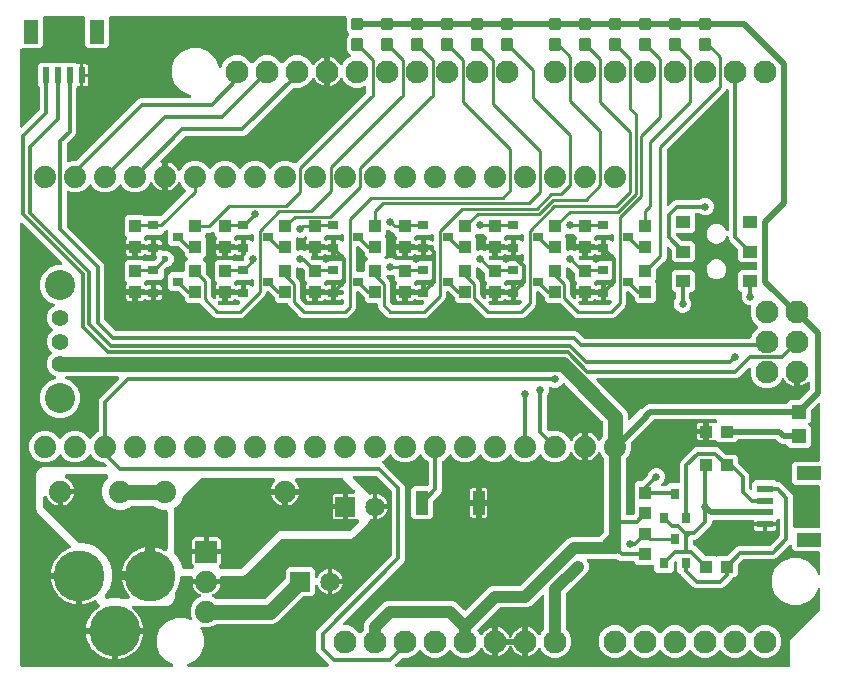
<source format=gtl>
G04 EAGLE Gerber RS-274X export*
G75*
%MOMM*%
%FSLAX34Y34*%
%LPD*%
%INTop Copper*%
%IPPOS*%
%AMOC8*
5,1,8,0,0,1.08239X$1,22.5*%
G01*
%ADD10R,2.000000X1.200000*%
%ADD11R,1.350000X0.600000*%
%ADD12C,1.930400*%
%ADD13C,1.879600*%
%ADD14R,1.879600X1.879600*%
%ADD15C,4.318000*%
%ADD16C,1.651000*%
%ADD17R,1.651000X1.651000*%
%ADD18R,1.200000X1.200000*%
%ADD19R,1.000000X2.000000*%
%ADD20R,1.100000X1.000000*%
%ADD21C,0.300000*%
%ADD22C,1.422400*%
%ADD23C,2.540000*%
%ADD24R,1.200000X2.000000*%
%ADD25R,0.600000X1.350000*%
%ADD26R,1.000000X1.100000*%
%ADD27R,0.900000X0.800000*%
%ADD28R,0.800000X0.900000*%
%ADD29R,1.150000X1.000000*%
%ADD30C,0.254000*%
%ADD31C,0.304800*%
%ADD32C,0.650000*%
%ADD33C,0.508000*%
%ADD34C,1.270000*%
%ADD35C,1.016000*%
%ADD36C,0.609600*%
%ADD37C,0.600000*%

G36*
X132791Y4073D02*
X132791Y4073D01*
X132861Y4072D01*
X132948Y4093D01*
X133037Y4105D01*
X133102Y4130D01*
X133170Y4147D01*
X133250Y4189D01*
X133333Y4222D01*
X133390Y4263D01*
X133451Y4295D01*
X133518Y4356D01*
X133591Y4408D01*
X133635Y4462D01*
X133687Y4509D01*
X133736Y4584D01*
X133793Y4653D01*
X133823Y4717D01*
X133861Y4775D01*
X133891Y4860D01*
X133929Y4941D01*
X133942Y5010D01*
X133965Y5076D01*
X133972Y5165D01*
X133989Y5253D01*
X133984Y5323D01*
X133990Y5393D01*
X133974Y5481D01*
X133969Y5571D01*
X133947Y5637D01*
X133935Y5706D01*
X133899Y5788D01*
X133871Y5873D01*
X133834Y5932D01*
X133805Y5996D01*
X133749Y6066D01*
X133701Y6142D01*
X133650Y6190D01*
X133606Y6244D01*
X133534Y6299D01*
X133469Y6360D01*
X133408Y6394D01*
X133352Y6436D01*
X133208Y6507D01*
X128405Y8496D01*
X122796Y14105D01*
X119760Y21434D01*
X119760Y29366D01*
X122796Y36695D01*
X128405Y42304D01*
X135734Y45340D01*
X143666Y45340D01*
X148016Y43538D01*
X148150Y43501D01*
X148283Y43460D01*
X148303Y43460D01*
X148323Y43454D01*
X148462Y43452D01*
X148600Y43445D01*
X148620Y43449D01*
X148640Y43449D01*
X148777Y43482D01*
X148912Y43510D01*
X148930Y43519D01*
X148950Y43523D01*
X149073Y43588D01*
X149198Y43649D01*
X149213Y43663D01*
X149231Y43672D01*
X149334Y43765D01*
X149440Y43856D01*
X149451Y43872D01*
X149466Y43886D01*
X149543Y44002D01*
X149623Y44116D01*
X149630Y44135D01*
X149641Y44152D01*
X149686Y44283D01*
X149735Y44413D01*
X149738Y44433D01*
X149744Y44452D01*
X149755Y44591D01*
X149771Y44729D01*
X149768Y44749D01*
X149769Y44769D01*
X149746Y44907D01*
X149726Y45044D01*
X149717Y45071D01*
X149715Y45083D01*
X149707Y45102D01*
X149674Y45196D01*
X148462Y48122D01*
X148462Y53478D01*
X150512Y58426D01*
X154299Y62213D01*
X156598Y63165D01*
X156676Y63210D01*
X156758Y63245D01*
X156813Y63288D01*
X156874Y63323D01*
X156939Y63385D01*
X157009Y63440D01*
X157052Y63495D01*
X157103Y63544D01*
X157150Y63621D01*
X157204Y63691D01*
X157232Y63756D01*
X157269Y63815D01*
X157295Y63901D01*
X157331Y63983D01*
X157342Y64052D01*
X157363Y64119D01*
X157367Y64209D01*
X157381Y64297D01*
X157374Y64367D01*
X157378Y64437D01*
X157360Y64525D01*
X157351Y64614D01*
X157328Y64680D01*
X157313Y64748D01*
X157274Y64829D01*
X157244Y64913D01*
X157204Y64971D01*
X157174Y65034D01*
X157115Y65102D01*
X157065Y65176D01*
X157013Y65223D01*
X156967Y65276D01*
X156894Y65328D01*
X156827Y65387D01*
X156720Y65451D01*
X156707Y65459D01*
X156701Y65462D01*
X156688Y65469D01*
X155668Y65989D01*
X154147Y67094D01*
X152819Y68422D01*
X151714Y69943D01*
X150861Y71617D01*
X150280Y73404D01*
X150233Y73701D01*
X160695Y73701D01*
X160813Y73716D01*
X160932Y73723D01*
X160970Y73735D01*
X161010Y73741D01*
X161121Y73784D01*
X161234Y73821D01*
X161268Y73843D01*
X161306Y73858D01*
X161402Y73927D01*
X161503Y73991D01*
X161531Y74021D01*
X161563Y74044D01*
X161639Y74136D01*
X161721Y74223D01*
X161740Y74258D01*
X161766Y74289D01*
X161817Y74397D01*
X161874Y74501D01*
X161884Y74541D01*
X161902Y74577D01*
X161922Y74684D01*
X161926Y74654D01*
X161970Y74544D01*
X162006Y74431D01*
X162028Y74396D01*
X162043Y74359D01*
X162113Y74262D01*
X162176Y74162D01*
X162206Y74134D01*
X162230Y74101D01*
X162321Y74025D01*
X162408Y73944D01*
X162443Y73924D01*
X162475Y73899D01*
X162582Y73848D01*
X162687Y73790D01*
X162726Y73780D01*
X162762Y73763D01*
X162879Y73741D01*
X162995Y73711D01*
X163055Y73707D01*
X163075Y73703D01*
X163095Y73705D01*
X163155Y73701D01*
X173617Y73701D01*
X173570Y73404D01*
X172989Y71617D01*
X172136Y69943D01*
X171031Y68422D01*
X169703Y67094D01*
X168182Y65989D01*
X167162Y65469D01*
X167088Y65419D01*
X167008Y65377D01*
X166956Y65330D01*
X166898Y65290D01*
X166839Y65223D01*
X166773Y65163D01*
X166734Y65104D01*
X166688Y65052D01*
X166648Y64972D01*
X166598Y64897D01*
X166575Y64831D01*
X166544Y64768D01*
X166524Y64681D01*
X166495Y64596D01*
X166489Y64526D01*
X166474Y64458D01*
X166477Y64369D01*
X166470Y64279D01*
X166482Y64210D01*
X166484Y64140D01*
X166509Y64054D01*
X166524Y63966D01*
X166553Y63902D01*
X166573Y63835D01*
X166618Y63758D01*
X166655Y63676D01*
X166699Y63621D01*
X166734Y63561D01*
X166798Y63498D01*
X166853Y63428D01*
X166909Y63386D01*
X166959Y63336D01*
X167036Y63290D01*
X167107Y63236D01*
X167220Y63181D01*
X167233Y63174D01*
X167239Y63172D01*
X167252Y63165D01*
X169551Y62213D01*
X170178Y61586D01*
X170256Y61526D01*
X170328Y61458D01*
X170381Y61429D01*
X170429Y61392D01*
X170520Y61352D01*
X170607Y61304D01*
X170665Y61289D01*
X170721Y61265D01*
X170819Y61250D01*
X170915Y61225D01*
X171015Y61219D01*
X171035Y61215D01*
X171047Y61217D01*
X171075Y61215D01*
X211260Y61215D01*
X211359Y61227D01*
X211458Y61230D01*
X211516Y61247D01*
X211576Y61255D01*
X211668Y61291D01*
X211763Y61319D01*
X211815Y61349D01*
X211872Y61372D01*
X211952Y61430D01*
X212037Y61480D01*
X212112Y61546D01*
X212129Y61558D01*
X212137Y61568D01*
X212158Y61586D01*
X228809Y78237D01*
X228869Y78315D01*
X228937Y78388D01*
X228966Y78441D01*
X229003Y78488D01*
X229043Y78579D01*
X229091Y78666D01*
X229106Y78725D01*
X229130Y78780D01*
X229145Y78878D01*
X229170Y78974D01*
X229176Y79074D01*
X229180Y79094D01*
X229178Y79107D01*
X229180Y79135D01*
X229180Y86139D01*
X231561Y88520D01*
X251439Y88520D01*
X253820Y86139D01*
X253820Y80124D01*
X253835Y80005D01*
X253842Y79886D01*
X253855Y79848D01*
X253860Y79808D01*
X253904Y79697D01*
X253940Y79583D01*
X253962Y79550D01*
X253977Y79512D01*
X254047Y79416D01*
X254111Y79315D01*
X254140Y79287D01*
X254163Y79255D01*
X254256Y79179D01*
X254342Y79097D01*
X254378Y79078D01*
X254408Y79052D01*
X254516Y79001D01*
X254621Y78944D01*
X254660Y78934D01*
X254696Y78917D01*
X254813Y78894D01*
X254929Y78864D01*
X254969Y78864D01*
X255008Y78857D01*
X255128Y78864D01*
X255247Y78864D01*
X255286Y78874D01*
X255326Y78877D01*
X255439Y78913D01*
X255555Y78943D01*
X255590Y78962D01*
X255628Y78975D01*
X255729Y79038D01*
X255834Y79096D01*
X255863Y79123D01*
X255897Y79145D01*
X255979Y79232D01*
X256066Y79313D01*
X256088Y79347D01*
X256115Y79376D01*
X256173Y79481D01*
X256237Y79582D01*
X256259Y79637D01*
X256269Y79655D01*
X256274Y79675D01*
X256296Y79731D01*
X256495Y80344D01*
X257267Y81858D01*
X258265Y83233D01*
X259467Y84435D01*
X260842Y85433D01*
X262356Y86205D01*
X263972Y86730D01*
X264751Y86853D01*
X264751Y76680D01*
X264766Y76562D01*
X264773Y76443D01*
X264785Y76405D01*
X264791Y76365D01*
X264834Y76254D01*
X264850Y76206D01*
X264840Y76188D01*
X264830Y76149D01*
X264813Y76113D01*
X264791Y75996D01*
X264761Y75880D01*
X264757Y75820D01*
X264753Y75800D01*
X264755Y75780D01*
X264751Y75720D01*
X264751Y65547D01*
X263972Y65670D01*
X262356Y66195D01*
X260842Y66967D01*
X259467Y67965D01*
X258265Y69167D01*
X257267Y70542D01*
X256495Y72056D01*
X256296Y72669D01*
X256245Y72777D01*
X256201Y72888D01*
X256178Y72920D01*
X256161Y72956D01*
X256085Y73048D01*
X256015Y73145D01*
X255984Y73171D01*
X255958Y73202D01*
X255862Y73272D01*
X255770Y73348D01*
X255733Y73365D01*
X255701Y73389D01*
X255590Y73433D01*
X255482Y73483D01*
X255443Y73491D01*
X255405Y73506D01*
X255287Y73521D01*
X255169Y73543D01*
X255130Y73541D01*
X255090Y73546D01*
X254971Y73531D01*
X254852Y73523D01*
X254814Y73511D01*
X254774Y73506D01*
X254663Y73462D01*
X254550Y73425D01*
X254516Y73404D01*
X254478Y73389D01*
X254382Y73319D01*
X254281Y73255D01*
X254253Y73226D01*
X254221Y73202D01*
X254145Y73111D01*
X254063Y73024D01*
X254044Y72989D01*
X254018Y72958D01*
X253967Y72850D01*
X253909Y72745D01*
X253899Y72706D01*
X253882Y72670D01*
X253860Y72553D01*
X253830Y72437D01*
X253826Y72378D01*
X253822Y72358D01*
X253824Y72337D01*
X253820Y72276D01*
X253820Y66261D01*
X251439Y63880D01*
X244435Y63880D01*
X244336Y63868D01*
X244237Y63865D01*
X244179Y63848D01*
X244119Y63840D01*
X244027Y63804D01*
X243932Y63776D01*
X243880Y63746D01*
X243823Y63723D01*
X243743Y63665D01*
X243658Y63615D01*
X243583Y63549D01*
X243566Y63537D01*
X243558Y63527D01*
X243537Y63509D01*
X225108Y45079D01*
X221999Y41971D01*
X218172Y40385D01*
X171075Y40385D01*
X170977Y40373D01*
X170878Y40370D01*
X170820Y40353D01*
X170760Y40345D01*
X170668Y40309D01*
X170572Y40281D01*
X170520Y40251D01*
X170464Y40228D01*
X170384Y40170D01*
X170299Y40120D01*
X170223Y40054D01*
X170207Y40042D01*
X170199Y40032D01*
X170178Y40014D01*
X169551Y39387D01*
X164603Y37337D01*
X159247Y37337D01*
X158567Y37619D01*
X158432Y37656D01*
X158300Y37697D01*
X158279Y37698D01*
X158260Y37703D01*
X158120Y37705D01*
X157982Y37712D01*
X157962Y37708D01*
X157942Y37708D01*
X157806Y37676D01*
X157670Y37648D01*
X157652Y37639D01*
X157633Y37634D01*
X157510Y37569D01*
X157385Y37508D01*
X157369Y37495D01*
X157351Y37485D01*
X157249Y37392D01*
X157143Y37302D01*
X157131Y37285D01*
X157116Y37271D01*
X157039Y37155D01*
X156960Y37042D01*
X156952Y37023D01*
X156941Y37006D01*
X156896Y36874D01*
X156847Y36744D01*
X156845Y36724D01*
X156838Y36705D01*
X156827Y36566D01*
X156812Y36428D01*
X156814Y36408D01*
X156813Y36388D01*
X156837Y36251D01*
X156856Y36113D01*
X156865Y36087D01*
X156867Y36075D01*
X156876Y36056D01*
X156908Y35961D01*
X159640Y29366D01*
X159640Y21434D01*
X156604Y14105D01*
X150995Y8496D01*
X146192Y6507D01*
X146132Y6472D01*
X146067Y6446D01*
X145994Y6394D01*
X145916Y6349D01*
X145866Y6301D01*
X145809Y6260D01*
X145752Y6190D01*
X145688Y6128D01*
X145651Y6068D01*
X145607Y6015D01*
X145568Y5933D01*
X145521Y5857D01*
X145501Y5790D01*
X145471Y5727D01*
X145454Y5639D01*
X145428Y5553D01*
X145424Y5483D01*
X145411Y5414D01*
X145417Y5325D01*
X145413Y5235D01*
X145427Y5167D01*
X145431Y5097D01*
X145459Y5012D01*
X145477Y4924D01*
X145508Y4861D01*
X145529Y4795D01*
X145577Y4719D01*
X145617Y4638D01*
X145662Y4585D01*
X145699Y4526D01*
X145765Y4464D01*
X145823Y4396D01*
X145880Y4356D01*
X145931Y4308D01*
X146010Y4265D01*
X146083Y4213D01*
X146148Y4188D01*
X146209Y4154D01*
X146296Y4132D01*
X146380Y4100D01*
X146450Y4092D01*
X146517Y4075D01*
X146678Y4065D01*
X264367Y4065D01*
X264505Y4082D01*
X264644Y4095D01*
X264663Y4102D01*
X264683Y4105D01*
X264812Y4156D01*
X264943Y4203D01*
X264960Y4214D01*
X264979Y4222D01*
X265091Y4303D01*
X265206Y4381D01*
X265220Y4397D01*
X265236Y4408D01*
X265325Y4516D01*
X265417Y4620D01*
X265426Y4638D01*
X265439Y4653D01*
X265498Y4779D01*
X265561Y4903D01*
X265566Y4923D01*
X265574Y4941D01*
X265600Y5077D01*
X265631Y5213D01*
X265630Y5234D01*
X265634Y5253D01*
X265625Y5392D01*
X265621Y5531D01*
X265616Y5551D01*
X265614Y5571D01*
X265572Y5703D01*
X265533Y5837D01*
X265523Y5854D01*
X265516Y5873D01*
X265442Y5991D01*
X265371Y6111D01*
X265353Y6132D01*
X265346Y6142D01*
X265331Y6156D01*
X265265Y6231D01*
X255612Y15884D01*
X254761Y17938D01*
X254761Y32862D01*
X255612Y34916D01*
X318398Y97701D01*
X318458Y97779D01*
X318526Y97852D01*
X318555Y97905D01*
X318592Y97952D01*
X318632Y98043D01*
X318680Y98130D01*
X318695Y98189D01*
X318719Y98244D01*
X318734Y98342D01*
X318759Y98438D01*
X318765Y98538D01*
X318769Y98558D01*
X318767Y98571D01*
X318769Y98599D01*
X318769Y152226D01*
X318757Y152325D01*
X318754Y152424D01*
X318737Y152482D01*
X318729Y152542D01*
X318693Y152634D01*
X318665Y152729D01*
X318635Y152781D01*
X318612Y152838D01*
X318554Y152918D01*
X318504Y153003D01*
X318438Y153078D01*
X318426Y153095D01*
X318416Y153103D01*
X318398Y153124D01*
X306032Y165490D01*
X305954Y165550D01*
X305881Y165618D01*
X305828Y165647D01*
X305781Y165684D01*
X305690Y165724D01*
X305603Y165772D01*
X305544Y165787D01*
X305489Y165811D01*
X305391Y165826D01*
X305295Y165851D01*
X305195Y165857D01*
X305175Y165861D01*
X305162Y165859D01*
X305134Y165861D01*
X286849Y165861D01*
X286711Y165844D01*
X286572Y165831D01*
X286553Y165824D01*
X286533Y165821D01*
X286404Y165770D01*
X286273Y165723D01*
X286256Y165712D01*
X286238Y165704D01*
X286125Y165623D01*
X286010Y165545D01*
X285997Y165529D01*
X285980Y165518D01*
X285892Y165410D01*
X285799Y165306D01*
X285790Y165288D01*
X285777Y165273D01*
X285718Y165147D01*
X285655Y165023D01*
X285650Y165003D01*
X285642Y164985D01*
X285616Y164849D01*
X285585Y164713D01*
X285586Y164692D01*
X285582Y164673D01*
X285591Y164534D01*
X285595Y164395D01*
X285601Y164375D01*
X285602Y164355D01*
X285645Y164223D01*
X285683Y164089D01*
X285694Y164072D01*
X285700Y164053D01*
X285774Y163935D01*
X285845Y163815D01*
X285863Y163794D01*
X285870Y163784D01*
X285885Y163770D01*
X285951Y163695D01*
X298991Y150655D01*
X299063Y150482D01*
X299097Y150422D01*
X299123Y150357D01*
X299175Y150284D01*
X299220Y150206D01*
X299269Y150156D01*
X299309Y150100D01*
X299379Y150042D01*
X299441Y149977D01*
X299501Y149941D01*
X299554Y149897D01*
X299636Y149858D01*
X299713Y149811D01*
X299779Y149791D01*
X299842Y149761D01*
X299930Y149744D01*
X300017Y149717D01*
X300086Y149714D01*
X300154Y149701D01*
X300244Y149707D01*
X300334Y149702D01*
X300402Y149716D01*
X300472Y149721D01*
X300628Y149761D01*
X302072Y150230D01*
X302851Y150353D01*
X302851Y140180D01*
X302866Y140062D01*
X302873Y139943D01*
X302885Y139905D01*
X302891Y139865D01*
X302934Y139754D01*
X302950Y139706D01*
X302940Y139688D01*
X302930Y139649D01*
X302913Y139613D01*
X302891Y139496D01*
X302861Y139380D01*
X302857Y139320D01*
X302853Y139300D01*
X302855Y139280D01*
X302851Y139220D01*
X302851Y129047D01*
X302072Y129170D01*
X301787Y129263D01*
X301719Y129276D01*
X301653Y129298D01*
X301563Y129306D01*
X301474Y129322D01*
X301405Y129318D01*
X301336Y129324D01*
X301247Y129308D01*
X301157Y129303D01*
X301091Y129281D01*
X301022Y129269D01*
X300940Y129232D01*
X300854Y129204D01*
X300796Y129167D01*
X300732Y129139D01*
X300662Y129082D01*
X300586Y129034D01*
X300538Y128983D01*
X300484Y128940D01*
X300430Y128868D01*
X300368Y128802D01*
X300335Y128741D01*
X300293Y128686D01*
X300222Y128541D01*
X298991Y125570D01*
X287180Y113759D01*
X284192Y112521D01*
X226143Y112521D01*
X226045Y112509D01*
X225946Y112506D01*
X225887Y112489D01*
X225827Y112481D01*
X225735Y112445D01*
X225640Y112417D01*
X225588Y112387D01*
X225532Y112364D01*
X225452Y112306D01*
X225366Y112256D01*
X225291Y112190D01*
X225274Y112178D01*
X225266Y112168D01*
X225245Y112150D01*
X195105Y82009D01*
X192117Y80771D01*
X174740Y80771D01*
X174597Y80753D01*
X174425Y80732D01*
X174425Y80731D01*
X174424Y80731D01*
X174297Y80681D01*
X174129Y80615D01*
X174129Y80614D01*
X174012Y80530D01*
X173872Y80428D01*
X173871Y80428D01*
X173748Y80279D01*
X173669Y80183D01*
X173668Y80183D01*
X173602Y80042D01*
X173533Y79895D01*
X173507Y79760D01*
X173473Y79583D01*
X173483Y79422D01*
X173493Y79266D01*
X173493Y79265D01*
X173533Y79110D01*
X173570Y78996D01*
X173617Y78699D01*
X163155Y78699D01*
X163037Y78684D01*
X162918Y78677D01*
X162880Y78664D01*
X162840Y78659D01*
X162729Y78616D01*
X162616Y78579D01*
X162582Y78557D01*
X162544Y78542D01*
X162448Y78473D01*
X162347Y78409D01*
X162319Y78379D01*
X162287Y78356D01*
X162211Y78264D01*
X162129Y78177D01*
X162110Y78142D01*
X162084Y78111D01*
X162033Y78003D01*
X161976Y77899D01*
X161966Y77859D01*
X161948Y77823D01*
X161928Y77716D01*
X161924Y77746D01*
X161880Y77856D01*
X161844Y77969D01*
X161822Y78004D01*
X161807Y78041D01*
X161737Y78137D01*
X161674Y78238D01*
X161644Y78266D01*
X161620Y78299D01*
X161529Y78375D01*
X161442Y78456D01*
X161407Y78476D01*
X161375Y78501D01*
X161268Y78552D01*
X161163Y78610D01*
X161124Y78620D01*
X161088Y78637D01*
X160971Y78659D01*
X160855Y78689D01*
X160795Y78693D01*
X160775Y78697D01*
X160755Y78695D01*
X160695Y78699D01*
X150233Y78699D01*
X150280Y78996D01*
X150317Y79110D01*
X150347Y79265D01*
X150377Y79422D01*
X150367Y79583D01*
X150357Y79739D01*
X150312Y79878D01*
X150259Y80041D01*
X150259Y80042D01*
X150179Y80168D01*
X150089Y80310D01*
X150089Y80311D01*
X149991Y80403D01*
X149857Y80528D01*
X149731Y80598D01*
X149579Y80682D01*
X149578Y80682D01*
X149389Y80730D01*
X149271Y80761D01*
X149270Y80761D01*
X149269Y80761D01*
X149110Y80771D01*
X141064Y80771D01*
X140946Y80756D01*
X140827Y80749D01*
X140789Y80736D01*
X140748Y80731D01*
X140638Y80688D01*
X140525Y80651D01*
X140490Y80629D01*
X140453Y80614D01*
X140357Y80545D01*
X140256Y80481D01*
X140228Y80451D01*
X140195Y80428D01*
X140119Y80336D01*
X140038Y80249D01*
X140018Y80214D01*
X139993Y80183D01*
X139942Y80075D01*
X139884Y79971D01*
X139874Y79931D01*
X139857Y79895D01*
X139835Y79778D01*
X139805Y79663D01*
X139801Y79603D01*
X139797Y79583D01*
X139799Y79562D01*
X139795Y79502D01*
X139795Y77902D01*
X138046Y71378D01*
X135299Y66619D01*
X135263Y66533D01*
X135218Y66453D01*
X135202Y66388D01*
X135176Y66325D01*
X135162Y66234D01*
X135139Y66145D01*
X135132Y66028D01*
X135129Y66011D01*
X135130Y66002D01*
X135129Y65984D01*
X135129Y61883D01*
X133891Y58895D01*
X131605Y56609D01*
X128617Y55371D01*
X100022Y55371D01*
X99972Y55365D01*
X99920Y55367D01*
X99814Y55345D01*
X99707Y55331D01*
X99659Y55313D01*
X99609Y55302D01*
X99512Y55254D01*
X99411Y55214D01*
X99370Y55184D01*
X99324Y55162D01*
X99241Y55091D01*
X99154Y55028D01*
X99121Y54988D01*
X99082Y54955D01*
X99020Y54866D01*
X98951Y54783D01*
X98929Y54736D01*
X98900Y54694D01*
X98862Y54593D01*
X98815Y54495D01*
X98806Y54445D01*
X98788Y54397D01*
X98776Y54289D01*
X98756Y54183D01*
X98759Y54131D01*
X98753Y54080D01*
X98769Y53973D01*
X98775Y53865D01*
X98791Y53816D01*
X98798Y53766D01*
X98840Y53666D01*
X98873Y53563D01*
X98901Y53519D01*
X98921Y53472D01*
X98986Y53385D01*
X99044Y53294D01*
X99081Y53259D01*
X99112Y53218D01*
X99231Y53110D01*
X100245Y52301D01*
X102161Y50385D01*
X103851Y48266D01*
X105293Y45971D01*
X106469Y43529D01*
X107364Y40971D01*
X107967Y38328D01*
X108137Y36819D01*
X85410Y36819D01*
X85292Y36804D01*
X85173Y36797D01*
X85135Y36784D01*
X85095Y36779D01*
X84984Y36736D01*
X84871Y36699D01*
X84837Y36677D01*
X84799Y36662D01*
X84703Y36592D01*
X84602Y36529D01*
X84574Y36499D01*
X84542Y36475D01*
X84466Y36384D01*
X84384Y36297D01*
X84365Y36262D01*
X84339Y36231D01*
X84288Y36123D01*
X84231Y36019D01*
X84220Y35979D01*
X84203Y35943D01*
X84181Y35826D01*
X84151Y35711D01*
X84147Y35650D01*
X84143Y35630D01*
X84145Y35610D01*
X84141Y35550D01*
X84141Y34279D01*
X84139Y34279D01*
X84139Y35550D01*
X84124Y35668D01*
X84117Y35787D01*
X84104Y35825D01*
X84099Y35865D01*
X84055Y35976D01*
X84019Y36089D01*
X83997Y36124D01*
X83982Y36161D01*
X83912Y36257D01*
X83849Y36358D01*
X83819Y36386D01*
X83795Y36419D01*
X83704Y36494D01*
X83617Y36576D01*
X83582Y36596D01*
X83550Y36621D01*
X83443Y36672D01*
X83338Y36730D01*
X83299Y36740D01*
X83263Y36757D01*
X83146Y36779D01*
X83031Y36809D01*
X82970Y36813D01*
X82950Y36817D01*
X82930Y36815D01*
X82870Y36819D01*
X60143Y36819D01*
X60313Y38328D01*
X60916Y40971D01*
X61811Y43529D01*
X62987Y45971D01*
X64429Y48266D01*
X66119Y50385D01*
X68035Y52301D01*
X70154Y53991D01*
X71299Y54711D01*
X71378Y54775D01*
X71463Y54833D01*
X71501Y54876D01*
X71545Y54912D01*
X71606Y54995D01*
X71673Y55071D01*
X71699Y55122D01*
X71733Y55169D01*
X71771Y55263D01*
X71818Y55354D01*
X71830Y55410D01*
X71852Y55464D01*
X71865Y55565D01*
X71887Y55665D01*
X71886Y55722D01*
X71893Y55779D01*
X71881Y55880D01*
X71878Y55982D01*
X71862Y56038D01*
X71855Y56095D01*
X71818Y56190D01*
X71789Y56288D01*
X71760Y56337D01*
X71739Y56391D01*
X71680Y56474D01*
X71628Y56562D01*
X71566Y56632D01*
X71554Y56649D01*
X71543Y56658D01*
X71521Y56683D01*
X69309Y58895D01*
X68761Y60218D01*
X68728Y60276D01*
X68704Y60338D01*
X68650Y60413D01*
X68603Y60494D01*
X68557Y60542D01*
X68518Y60596D01*
X68447Y60656D01*
X68382Y60723D01*
X68325Y60757D01*
X68274Y60800D01*
X68190Y60840D01*
X68111Y60889D01*
X68047Y60908D01*
X67987Y60937D01*
X67896Y60955D01*
X67807Y60982D01*
X67741Y60986D01*
X67675Y60998D01*
X67582Y60993D01*
X67489Y60998D01*
X67424Y60984D01*
X67358Y60980D01*
X67269Y60952D01*
X67178Y60933D01*
X67118Y60904D01*
X67055Y60884D01*
X66913Y60807D01*
X65831Y60127D01*
X63389Y58951D01*
X60831Y58056D01*
X58188Y57453D01*
X56679Y57283D01*
X56679Y80010D01*
X56664Y80128D01*
X56657Y80247D01*
X56644Y80285D01*
X56639Y80325D01*
X56596Y80436D01*
X56559Y80549D01*
X56537Y80583D01*
X56522Y80621D01*
X56452Y80717D01*
X56389Y80818D01*
X56359Y80846D01*
X56335Y80878D01*
X56244Y80954D01*
X56157Y81036D01*
X56122Y81055D01*
X56091Y81081D01*
X55983Y81132D01*
X55879Y81189D01*
X55839Y81200D01*
X55803Y81217D01*
X55686Y81239D01*
X55571Y81269D01*
X55510Y81273D01*
X55490Y81277D01*
X55470Y81275D01*
X55410Y81279D01*
X54139Y81279D01*
X54139Y82550D01*
X54124Y82668D01*
X54117Y82787D01*
X54104Y82825D01*
X54099Y82865D01*
X54055Y82976D01*
X54019Y83089D01*
X53997Y83124D01*
X53982Y83161D01*
X53912Y83257D01*
X53849Y83358D01*
X53819Y83386D01*
X53795Y83419D01*
X53704Y83494D01*
X53617Y83576D01*
X53582Y83596D01*
X53550Y83621D01*
X53443Y83672D01*
X53338Y83730D01*
X53299Y83740D01*
X53263Y83757D01*
X53146Y83779D01*
X53031Y83809D01*
X52970Y83813D01*
X52950Y83817D01*
X52930Y83815D01*
X52870Y83819D01*
X30143Y83819D01*
X30313Y85328D01*
X30916Y87971D01*
X31811Y90529D01*
X32987Y92971D01*
X34429Y95266D01*
X36119Y97385D01*
X38035Y99301D01*
X40154Y100991D01*
X42449Y102433D01*
X44891Y103609D01*
X46765Y104265D01*
X46842Y104303D01*
X46922Y104332D01*
X46984Y104374D01*
X47050Y104407D01*
X47114Y104462D01*
X47185Y104510D01*
X47234Y104566D01*
X47291Y104615D01*
X47339Y104685D01*
X47396Y104749D01*
X47429Y104815D01*
X47472Y104876D01*
X47501Y104956D01*
X47540Y105032D01*
X47556Y105105D01*
X47582Y105174D01*
X47591Y105259D01*
X47610Y105342D01*
X47608Y105417D01*
X47615Y105491D01*
X47603Y105575D01*
X47600Y105660D01*
X47579Y105732D01*
X47568Y105805D01*
X47535Y105884D01*
X47512Y105966D01*
X47474Y106030D01*
X47445Y106098D01*
X47394Y106166D01*
X47350Y106240D01*
X47259Y106344D01*
X47253Y106352D01*
X47249Y106354D01*
X47244Y106360D01*
X20974Y132630D01*
X18509Y135095D01*
X17271Y138083D01*
X17271Y166717D01*
X18509Y169705D01*
X20795Y171991D01*
X23783Y173229D01*
X76153Y173229D01*
X76291Y173246D01*
X76430Y173259D01*
X76449Y173266D01*
X76469Y173269D01*
X76598Y173320D01*
X76729Y173367D01*
X76746Y173378D01*
X76765Y173386D01*
X76877Y173467D01*
X76992Y173545D01*
X77006Y173561D01*
X77022Y173572D01*
X77111Y173680D01*
X77203Y173784D01*
X77212Y173802D01*
X77225Y173817D01*
X77284Y173943D01*
X77347Y174067D01*
X77352Y174087D01*
X77360Y174105D01*
X77386Y174241D01*
X77417Y174377D01*
X77416Y174398D01*
X77420Y174417D01*
X77411Y174556D01*
X77407Y174695D01*
X77402Y174715D01*
X77400Y174735D01*
X77358Y174867D01*
X77319Y175001D01*
X77309Y175018D01*
X77302Y175037D01*
X77228Y175155D01*
X77157Y175275D01*
X77139Y175296D01*
X77132Y175306D01*
X77117Y175320D01*
X77051Y175395D01*
X75781Y176666D01*
X75703Y176726D01*
X75630Y176794D01*
X75577Y176823D01*
X75530Y176860D01*
X75439Y176900D01*
X75352Y176948D01*
X75293Y176963D01*
X75238Y176987D01*
X75140Y177002D01*
X75044Y177027D01*
X74944Y177033D01*
X74924Y177037D01*
X74911Y177035D01*
X74883Y177037D01*
X73522Y177037D01*
X68574Y179087D01*
X64787Y182874D01*
X64673Y183150D01*
X64604Y183270D01*
X64539Y183393D01*
X64525Y183408D01*
X64515Y183426D01*
X64418Y183526D01*
X64325Y183629D01*
X64308Y183640D01*
X64294Y183654D01*
X64175Y183727D01*
X64059Y183803D01*
X64040Y183810D01*
X64023Y183821D01*
X63890Y183862D01*
X63758Y183907D01*
X63738Y183908D01*
X63719Y183914D01*
X63580Y183921D01*
X63441Y183932D01*
X63421Y183928D01*
X63401Y183929D01*
X63265Y183901D01*
X63128Y183877D01*
X63109Y183869D01*
X63090Y183865D01*
X62965Y183804D01*
X62838Y183747D01*
X62822Y183734D01*
X62804Y183725D01*
X62698Y183635D01*
X62589Y183548D01*
X62577Y183532D01*
X62562Y183519D01*
X62482Y183406D01*
X62398Y183294D01*
X62386Y183269D01*
X62379Y183259D01*
X62372Y183240D01*
X62327Y183150D01*
X62213Y182874D01*
X58426Y179087D01*
X53478Y177037D01*
X48122Y177037D01*
X43174Y179087D01*
X39387Y182874D01*
X39273Y183150D01*
X39204Y183270D01*
X39139Y183393D01*
X39125Y183408D01*
X39115Y183426D01*
X39018Y183526D01*
X38925Y183629D01*
X38908Y183640D01*
X38894Y183654D01*
X38775Y183727D01*
X38659Y183803D01*
X38640Y183810D01*
X38623Y183821D01*
X38490Y183862D01*
X38358Y183907D01*
X38338Y183908D01*
X38319Y183914D01*
X38180Y183921D01*
X38041Y183932D01*
X38021Y183928D01*
X38001Y183929D01*
X37865Y183901D01*
X37728Y183877D01*
X37709Y183869D01*
X37690Y183865D01*
X37565Y183804D01*
X37438Y183747D01*
X37422Y183734D01*
X37404Y183725D01*
X37298Y183635D01*
X37189Y183548D01*
X37177Y183532D01*
X37162Y183519D01*
X37082Y183406D01*
X36998Y183294D01*
X36986Y183269D01*
X36979Y183259D01*
X36972Y183240D01*
X36927Y183150D01*
X36813Y182874D01*
X33026Y179087D01*
X28078Y177037D01*
X22722Y177037D01*
X17774Y179087D01*
X13987Y182874D01*
X11937Y187822D01*
X11937Y193178D01*
X13987Y198126D01*
X17774Y201913D01*
X22722Y203963D01*
X28078Y203963D01*
X33026Y201913D01*
X36813Y198126D01*
X36927Y197850D01*
X36996Y197730D01*
X37061Y197607D01*
X37075Y197592D01*
X37085Y197574D01*
X37182Y197474D01*
X37275Y197371D01*
X37292Y197360D01*
X37306Y197346D01*
X37425Y197273D01*
X37541Y197197D01*
X37560Y197190D01*
X37577Y197179D01*
X37710Y197138D01*
X37842Y197093D01*
X37862Y197092D01*
X37881Y197086D01*
X38020Y197079D01*
X38159Y197068D01*
X38179Y197072D01*
X38199Y197071D01*
X38335Y197099D01*
X38472Y197123D01*
X38490Y197131D01*
X38510Y197135D01*
X38635Y197196D01*
X38762Y197253D01*
X38778Y197266D01*
X38796Y197275D01*
X38902Y197365D01*
X39010Y197452D01*
X39023Y197468D01*
X39038Y197481D01*
X39118Y197595D01*
X39202Y197706D01*
X39214Y197731D01*
X39221Y197741D01*
X39228Y197760D01*
X39273Y197850D01*
X39387Y198126D01*
X43174Y201913D01*
X48122Y203963D01*
X53478Y203963D01*
X58426Y201913D01*
X62213Y198126D01*
X62327Y197850D01*
X62396Y197730D01*
X62461Y197607D01*
X62475Y197592D01*
X62485Y197574D01*
X62582Y197474D01*
X62675Y197371D01*
X62692Y197360D01*
X62706Y197346D01*
X62825Y197273D01*
X62941Y197197D01*
X62960Y197190D01*
X62977Y197179D01*
X63110Y197138D01*
X63242Y197093D01*
X63262Y197092D01*
X63281Y197086D01*
X63420Y197079D01*
X63559Y197068D01*
X63579Y197072D01*
X63599Y197071D01*
X63735Y197099D01*
X63872Y197123D01*
X63890Y197131D01*
X63910Y197135D01*
X64035Y197196D01*
X64162Y197253D01*
X64178Y197266D01*
X64196Y197275D01*
X64302Y197365D01*
X64410Y197452D01*
X64423Y197468D01*
X64438Y197481D01*
X64518Y197595D01*
X64602Y197706D01*
X64614Y197731D01*
X64621Y197741D01*
X64628Y197760D01*
X64673Y197850D01*
X64787Y198126D01*
X68574Y201913D01*
X69828Y202432D01*
X69853Y202447D01*
X69881Y202456D01*
X69991Y202526D01*
X70104Y202590D01*
X70125Y202611D01*
X70150Y202626D01*
X70239Y202721D01*
X70332Y202811D01*
X70348Y202836D01*
X70368Y202858D01*
X70431Y202972D01*
X70499Y203082D01*
X70507Y203111D01*
X70522Y203136D01*
X70554Y203262D01*
X70592Y203386D01*
X70594Y203416D01*
X70601Y203444D01*
X70611Y203605D01*
X70611Y229712D01*
X71462Y231766D01*
X73213Y233516D01*
X87515Y247819D01*
X87600Y247928D01*
X87689Y248035D01*
X87697Y248054D01*
X87710Y248070D01*
X87765Y248198D01*
X87824Y248323D01*
X87828Y248343D01*
X87836Y248362D01*
X87858Y248500D01*
X87884Y248636D01*
X87883Y248656D01*
X87886Y248676D01*
X87873Y248815D01*
X87864Y248953D01*
X87858Y248972D01*
X87856Y248992D01*
X87809Y249124D01*
X87766Y249255D01*
X87755Y249273D01*
X87749Y249292D01*
X87671Y249407D01*
X87596Y249524D01*
X87581Y249538D01*
X87570Y249555D01*
X87466Y249647D01*
X87365Y249742D01*
X87347Y249752D01*
X87332Y249765D01*
X87208Y249828D01*
X87086Y249896D01*
X87066Y249901D01*
X87048Y249910D01*
X86913Y249940D01*
X86778Y249975D01*
X86750Y249977D01*
X86738Y249980D01*
X86718Y249979D01*
X86617Y249985D01*
X43420Y249985D01*
X43351Y249977D01*
X43281Y249978D01*
X43194Y249957D01*
X43105Y249945D01*
X43040Y249920D01*
X42972Y249903D01*
X42893Y249861D01*
X42809Y249828D01*
X42753Y249787D01*
X42691Y249755D01*
X42625Y249694D01*
X42552Y249642D01*
X42507Y249588D01*
X42456Y249541D01*
X42406Y249466D01*
X42349Y249397D01*
X42319Y249333D01*
X42281Y249275D01*
X42252Y249190D01*
X42214Y249109D01*
X42200Y249040D01*
X42178Y248974D01*
X42171Y248885D01*
X42154Y248797D01*
X42158Y248727D01*
X42153Y248657D01*
X42168Y248569D01*
X42174Y248479D01*
X42195Y248413D01*
X42207Y248344D01*
X42244Y248262D01*
X42272Y248177D01*
X42309Y248118D01*
X42338Y248054D01*
X42394Y247984D01*
X42442Y247908D01*
X42493Y247860D01*
X42536Y247806D01*
X42608Y247751D01*
X42673Y247690D01*
X42734Y247656D01*
X42790Y247614D01*
X42935Y247543D01*
X47596Y245612D01*
X52312Y240896D01*
X54865Y234735D01*
X54865Y228065D01*
X52312Y221904D01*
X47596Y217188D01*
X41435Y214635D01*
X34765Y214635D01*
X28604Y217188D01*
X23888Y221904D01*
X21335Y228065D01*
X21335Y234735D01*
X23888Y240896D01*
X28604Y245612D01*
X33768Y247752D01*
X33888Y247820D01*
X34011Y247885D01*
X34026Y247899D01*
X34044Y247909D01*
X34144Y248006D01*
X34247Y248099D01*
X34258Y248116D01*
X34272Y248130D01*
X34345Y248249D01*
X34422Y248365D01*
X34428Y248384D01*
X34439Y248402D01*
X34480Y248534D01*
X34525Y248666D01*
X34526Y248686D01*
X34532Y248705D01*
X34539Y248844D01*
X34550Y248983D01*
X34547Y249003D01*
X34547Y249023D01*
X34519Y249159D01*
X34496Y249296D01*
X34487Y249315D01*
X34483Y249335D01*
X34422Y249460D01*
X34365Y249586D01*
X34352Y249602D01*
X34343Y249620D01*
X34253Y249726D01*
X34166Y249835D01*
X34150Y249847D01*
X34137Y249862D01*
X34023Y249942D01*
X33912Y250026D01*
X33887Y250038D01*
X33877Y250045D01*
X33858Y250053D01*
X33768Y250097D01*
X31769Y250925D01*
X28625Y254069D01*
X26923Y258177D01*
X26923Y262623D01*
X28625Y266731D01*
X30896Y269003D01*
X30969Y269097D01*
X31048Y269186D01*
X31066Y269222D01*
X31091Y269254D01*
X31139Y269363D01*
X31193Y269469D01*
X31201Y269508D01*
X31218Y269546D01*
X31236Y269663D01*
X31262Y269779D01*
X31261Y269820D01*
X31267Y269860D01*
X31256Y269978D01*
X31253Y270097D01*
X31241Y270136D01*
X31238Y270176D01*
X31197Y270288D01*
X31164Y270403D01*
X31144Y270438D01*
X31130Y270476D01*
X31063Y270574D01*
X31003Y270677D01*
X30963Y270722D01*
X30951Y270739D01*
X30936Y270752D01*
X30896Y270798D01*
X28625Y273069D01*
X26923Y277177D01*
X26923Y281623D01*
X28625Y285731D01*
X31396Y288502D01*
X31469Y288597D01*
X31548Y288686D01*
X31566Y288722D01*
X31591Y288754D01*
X31639Y288863D01*
X31693Y288969D01*
X31701Y289008D01*
X31718Y289046D01*
X31736Y289163D01*
X31762Y289279D01*
X31761Y289320D01*
X31767Y289360D01*
X31756Y289478D01*
X31753Y289597D01*
X31741Y289636D01*
X31738Y289676D01*
X31697Y289789D01*
X31664Y289903D01*
X31644Y289937D01*
X31630Y289976D01*
X31563Y290074D01*
X31503Y290177D01*
X31463Y290222D01*
X31451Y290239D01*
X31436Y290252D01*
X31396Y290297D01*
X28625Y293069D01*
X26923Y297177D01*
X26923Y301623D01*
X28625Y305731D01*
X31769Y308875D01*
X32561Y309203D01*
X32681Y309272D01*
X32804Y309337D01*
X32819Y309351D01*
X32837Y309361D01*
X32937Y309457D01*
X33040Y309551D01*
X33051Y309568D01*
X33065Y309582D01*
X33138Y309700D01*
X33214Y309817D01*
X33221Y309836D01*
X33232Y309853D01*
X33272Y309986D01*
X33318Y310117D01*
X33319Y310138D01*
X33325Y310157D01*
X33332Y310296D01*
X33343Y310435D01*
X33339Y310454D01*
X33340Y310475D01*
X33312Y310611D01*
X33289Y310748D01*
X33280Y310766D01*
X33276Y310786D01*
X33215Y310911D01*
X33158Y311038D01*
X33145Y311054D01*
X33136Y311072D01*
X33046Y311178D01*
X32959Y311286D01*
X32943Y311298D01*
X32930Y311314D01*
X32816Y311394D01*
X32705Y311478D01*
X32680Y311490D01*
X32670Y311497D01*
X32651Y311504D01*
X32561Y311548D01*
X28604Y313188D01*
X23888Y317904D01*
X21335Y324065D01*
X21335Y330735D01*
X23888Y336896D01*
X28604Y341612D01*
X34765Y344165D01*
X38567Y344165D01*
X38705Y344182D01*
X38844Y344195D01*
X38863Y344202D01*
X38883Y344205D01*
X39012Y344256D01*
X39143Y344303D01*
X39160Y344314D01*
X39179Y344322D01*
X39291Y344403D01*
X39406Y344481D01*
X39420Y344497D01*
X39436Y344508D01*
X39525Y344616D01*
X39617Y344720D01*
X39626Y344738D01*
X39639Y344753D01*
X39698Y344879D01*
X39761Y345003D01*
X39766Y345023D01*
X39774Y345041D01*
X39800Y345177D01*
X39831Y345313D01*
X39830Y345334D01*
X39834Y345353D01*
X39825Y345492D01*
X39821Y345631D01*
X39816Y345651D01*
X39814Y345671D01*
X39772Y345803D01*
X39733Y345937D01*
X39723Y345954D01*
X39716Y345973D01*
X39642Y346091D01*
X39571Y346211D01*
X39553Y346232D01*
X39546Y346242D01*
X39531Y346256D01*
X39465Y346331D01*
X6231Y379565D01*
X6122Y379650D01*
X6015Y379739D01*
X5996Y379747D01*
X5980Y379760D01*
X5852Y379815D01*
X5727Y379874D01*
X5707Y379878D01*
X5688Y379886D01*
X5550Y379908D01*
X5414Y379934D01*
X5394Y379933D01*
X5374Y379936D01*
X5235Y379923D01*
X5097Y379914D01*
X5078Y379908D01*
X5058Y379906D01*
X4926Y379859D01*
X4795Y379816D01*
X4777Y379805D01*
X4758Y379799D01*
X4643Y379721D01*
X4526Y379646D01*
X4512Y379631D01*
X4495Y379620D01*
X4403Y379516D01*
X4308Y379415D01*
X4298Y379397D01*
X4285Y379382D01*
X4221Y379258D01*
X4154Y379136D01*
X4149Y379116D01*
X4140Y379098D01*
X4110Y378963D01*
X4075Y378828D01*
X4073Y378800D01*
X4070Y378788D01*
X4071Y378768D01*
X4065Y378667D01*
X4065Y5334D01*
X4080Y5216D01*
X4087Y5097D01*
X4100Y5059D01*
X4105Y5018D01*
X4148Y4908D01*
X4185Y4795D01*
X4207Y4760D01*
X4222Y4723D01*
X4291Y4627D01*
X4355Y4526D01*
X4385Y4498D01*
X4408Y4465D01*
X4500Y4389D01*
X4587Y4308D01*
X4622Y4288D01*
X4653Y4263D01*
X4761Y4212D01*
X4865Y4154D01*
X4905Y4144D01*
X4941Y4127D01*
X5058Y4105D01*
X5173Y4075D01*
X5233Y4071D01*
X5253Y4067D01*
X5274Y4069D01*
X5334Y4065D01*
X132722Y4065D01*
X132791Y4073D01*
G37*
G36*
X621941Y281817D02*
X621941Y281817D01*
X621971Y281815D01*
X622099Y281837D01*
X622228Y281854D01*
X622255Y281864D01*
X622284Y281869D01*
X622403Y281923D01*
X622523Y281971D01*
X622547Y281988D01*
X622574Y282000D01*
X622675Y282081D01*
X622781Y282157D01*
X622799Y282180D01*
X622823Y282199D01*
X622901Y282302D01*
X622983Y282402D01*
X622996Y282429D01*
X623014Y282453D01*
X623085Y282597D01*
X624772Y286670D01*
X628804Y290702D01*
X628877Y290797D01*
X628956Y290886D01*
X628974Y290922D01*
X628999Y290954D01*
X629046Y291063D01*
X629101Y291169D01*
X629109Y291208D01*
X629125Y291245D01*
X629144Y291363D01*
X629170Y291479D01*
X629169Y291520D01*
X629175Y291560D01*
X629164Y291678D01*
X629161Y291797D01*
X629149Y291836D01*
X629145Y291876D01*
X629105Y291988D01*
X629072Y292103D01*
X629052Y292137D01*
X629038Y292175D01*
X628971Y292274D01*
X628911Y292377D01*
X628871Y292422D01*
X628859Y292439D01*
X628844Y292452D01*
X628804Y292497D01*
X624772Y296530D01*
X622683Y301571D01*
X622683Y307028D01*
X623264Y308430D01*
X623277Y308478D01*
X623298Y308523D01*
X623319Y308631D01*
X623348Y308737D01*
X623349Y308787D01*
X623358Y308836D01*
X623351Y308945D01*
X623353Y309055D01*
X623341Y309103D01*
X623338Y309153D01*
X623305Y309257D01*
X623279Y309364D01*
X623256Y309408D01*
X623240Y309455D01*
X623182Y309548D01*
X623130Y309645D01*
X623097Y309682D01*
X623070Y309724D01*
X622990Y309799D01*
X622916Y309881D01*
X622875Y309908D01*
X622839Y309942D01*
X622742Y309995D01*
X622651Y310055D01*
X622604Y310072D01*
X622560Y310096D01*
X622454Y310123D01*
X622350Y310159D01*
X622300Y310163D01*
X622252Y310175D01*
X622091Y310185D01*
X620845Y310185D01*
X618157Y311299D01*
X616099Y313357D01*
X614985Y316045D01*
X614985Y318955D01*
X615327Y319780D01*
X615340Y319828D01*
X615361Y319873D01*
X615382Y319981D01*
X615411Y320087D01*
X615412Y320137D01*
X615421Y320186D01*
X615414Y320295D01*
X615416Y320405D01*
X615405Y320453D01*
X615401Y320503D01*
X615368Y320607D01*
X615342Y320714D01*
X615319Y320758D01*
X615303Y320805D01*
X615245Y320898D01*
X615193Y320995D01*
X615160Y321032D01*
X615133Y321074D01*
X615053Y321149D01*
X614979Y321231D01*
X614938Y321258D01*
X614902Y321292D01*
X614805Y321345D01*
X614714Y321405D01*
X614667Y321422D01*
X614641Y321436D01*
X612160Y323916D01*
X612160Y337284D01*
X614541Y339665D01*
X627126Y339665D01*
X627244Y339680D01*
X627363Y339687D01*
X627401Y339700D01*
X627442Y339705D01*
X627552Y339748D01*
X627665Y339785D01*
X627700Y339807D01*
X627737Y339822D01*
X627833Y339891D01*
X627934Y339955D01*
X627962Y339985D01*
X627995Y340008D01*
X628071Y340100D01*
X628152Y340187D01*
X628172Y340222D01*
X628197Y340253D01*
X628248Y340361D01*
X628306Y340465D01*
X628316Y340505D01*
X628333Y340541D01*
X628355Y340658D01*
X628385Y340773D01*
X628389Y340833D01*
X628393Y340853D01*
X628391Y340874D01*
X628395Y340934D01*
X628395Y345266D01*
X628380Y345384D01*
X628373Y345503D01*
X628360Y345541D01*
X628355Y345582D01*
X628312Y345692D01*
X628275Y345805D01*
X628253Y345840D01*
X628238Y345877D01*
X628169Y345973D01*
X628105Y346074D01*
X628075Y346102D01*
X628052Y346135D01*
X627960Y346211D01*
X627873Y346292D01*
X627838Y346312D01*
X627807Y346337D01*
X627699Y346388D01*
X627595Y346446D01*
X627555Y346456D01*
X627519Y346473D01*
X627402Y346495D01*
X627287Y346525D01*
X627227Y346529D01*
X627207Y346533D01*
X627186Y346531D01*
X627126Y346535D01*
X614541Y346535D01*
X612160Y348916D01*
X612160Y356985D01*
X612148Y357084D01*
X612145Y357183D01*
X612128Y357241D01*
X612120Y357301D01*
X612084Y357393D01*
X612056Y357488D01*
X612026Y357540D01*
X612003Y357597D01*
X611945Y357677D01*
X611895Y357762D01*
X611829Y357837D01*
X611817Y357854D01*
X611807Y357862D01*
X611789Y357883D01*
X606613Y363059D01*
X604862Y364809D01*
X604011Y366863D01*
X604011Y367325D01*
X604003Y367394D01*
X604004Y367464D01*
X603983Y367551D01*
X603971Y367640D01*
X603946Y367705D01*
X603929Y367773D01*
X603887Y367853D01*
X603854Y367936D01*
X603813Y367992D01*
X603781Y368054D01*
X603720Y368121D01*
X603668Y368193D01*
X603614Y368238D01*
X603567Y368290D01*
X603492Y368339D01*
X603423Y368396D01*
X603359Y368426D01*
X603301Y368464D01*
X603216Y368494D01*
X603135Y368532D01*
X603066Y368545D01*
X603000Y368568D01*
X602911Y368575D01*
X602823Y368592D01*
X602753Y368587D01*
X602683Y368593D01*
X602595Y368577D01*
X602505Y368572D01*
X602439Y368550D01*
X602370Y368538D01*
X602288Y368501D01*
X602203Y368474D01*
X602144Y368436D01*
X602080Y368408D01*
X602010Y368352D01*
X601934Y368304D01*
X601886Y368253D01*
X601832Y368209D01*
X601777Y368137D01*
X601716Y368072D01*
X601682Y368011D01*
X601640Y367955D01*
X601569Y367811D01*
X600774Y365890D01*
X598435Y363551D01*
X595379Y362285D01*
X592071Y362285D01*
X589015Y363551D01*
X586676Y365890D01*
X585410Y368946D01*
X585410Y372254D01*
X586676Y375310D01*
X589015Y377649D01*
X592071Y378915D01*
X595379Y378915D01*
X598435Y377649D01*
X600774Y375310D01*
X601569Y373389D01*
X601604Y373329D01*
X601630Y373264D01*
X601682Y373191D01*
X601727Y373113D01*
X601775Y373063D01*
X601816Y373007D01*
X601886Y372949D01*
X601948Y372885D01*
X602008Y372848D01*
X602061Y372804D01*
X602143Y372765D01*
X602219Y372718D01*
X602286Y372698D01*
X602349Y372668D01*
X602437Y372651D01*
X602523Y372625D01*
X602593Y372622D01*
X602662Y372608D01*
X602751Y372614D01*
X602841Y372610D01*
X602909Y372624D01*
X602979Y372628D01*
X603064Y372656D01*
X603152Y372674D01*
X603215Y372705D01*
X603281Y372726D01*
X603357Y372774D01*
X603438Y372814D01*
X603491Y372859D01*
X603550Y372896D01*
X603612Y372962D01*
X603680Y373020D01*
X603720Y373077D01*
X603768Y373128D01*
X603811Y373207D01*
X603863Y373280D01*
X603888Y373345D01*
X603922Y373406D01*
X603944Y373493D01*
X603976Y373577D01*
X603984Y373647D01*
X604001Y373714D01*
X604011Y373875D01*
X604011Y492147D01*
X604003Y492216D01*
X604004Y492286D01*
X603983Y492373D01*
X603971Y492462D01*
X603946Y492527D01*
X603929Y492595D01*
X603887Y492675D01*
X603854Y492758D01*
X603813Y492815D01*
X603781Y492876D01*
X603720Y492943D01*
X603668Y493015D01*
X603614Y493060D01*
X603567Y493112D01*
X603492Y493161D01*
X603423Y493218D01*
X603359Y493248D01*
X603301Y493286D01*
X603216Y493316D01*
X603135Y493354D01*
X603066Y493367D01*
X603000Y493390D01*
X602911Y493397D01*
X602823Y493414D01*
X602753Y493409D01*
X602683Y493415D01*
X602595Y493399D01*
X602505Y493394D01*
X602439Y493372D01*
X602370Y493360D01*
X602288Y493324D01*
X602203Y493296D01*
X602144Y493258D01*
X602080Y493230D01*
X602010Y493174D01*
X601934Y493126D01*
X601886Y493075D01*
X601832Y493031D01*
X601777Y492959D01*
X601716Y492894D01*
X601682Y492833D01*
X601640Y492777D01*
X601569Y492633D01*
X601423Y492278D01*
X551806Y442662D01*
X551746Y442584D01*
X551678Y442512D01*
X551649Y442459D01*
X551612Y442411D01*
X551572Y442320D01*
X551524Y442233D01*
X551509Y442175D01*
X551485Y442119D01*
X551470Y442021D01*
X551445Y441925D01*
X551439Y441825D01*
X551435Y441805D01*
X551437Y441793D01*
X551435Y441765D01*
X551435Y395763D01*
X551452Y395626D01*
X551465Y395487D01*
X551472Y395468D01*
X551475Y395448D01*
X551526Y395319D01*
X551573Y395187D01*
X551584Y395171D01*
X551592Y395152D01*
X551673Y395039D01*
X551751Y394924D01*
X551767Y394911D01*
X551778Y394895D01*
X551886Y394806D01*
X551990Y394714D01*
X552008Y394705D01*
X552023Y394692D01*
X552149Y394632D01*
X552273Y394569D01*
X552293Y394565D01*
X552311Y394556D01*
X552447Y394530D01*
X552583Y394500D01*
X552604Y394500D01*
X552623Y394496D01*
X552762Y394505D01*
X552901Y394509D01*
X552921Y394515D01*
X552941Y394516D01*
X553073Y394559D01*
X553207Y394598D01*
X553224Y394608D01*
X553243Y394614D01*
X553361Y394689D01*
X553481Y394759D01*
X553502Y394778D01*
X553512Y394784D01*
X553526Y394799D01*
X553601Y394866D01*
X557174Y398438D01*
X559228Y399289D01*
X578918Y399289D01*
X579017Y399301D01*
X579116Y399304D01*
X579174Y399321D01*
X579234Y399329D01*
X579326Y399365D01*
X579421Y399393D01*
X579473Y399423D01*
X579530Y399446D01*
X579610Y399504D01*
X579695Y399554D01*
X579770Y399620D01*
X579787Y399632D01*
X579795Y399642D01*
X579816Y399660D01*
X580057Y399901D01*
X582745Y401015D01*
X585655Y401015D01*
X588343Y399901D01*
X590401Y397843D01*
X591515Y395155D01*
X591515Y392245D01*
X590401Y389557D01*
X588343Y387499D01*
X585655Y386385D01*
X582745Y386385D01*
X580057Y387499D01*
X579816Y387740D01*
X579738Y387800D01*
X579666Y387868D01*
X579613Y387897D01*
X579565Y387934D01*
X579474Y387974D01*
X579387Y388022D01*
X579328Y388037D01*
X579273Y388061D01*
X579175Y388076D01*
X579079Y388101D01*
X578979Y388107D01*
X578959Y388111D01*
X578946Y388109D01*
X578918Y388111D01*
X576559Y388111D01*
X576441Y388096D01*
X576322Y388089D01*
X576284Y388076D01*
X576243Y388071D01*
X576133Y388028D01*
X576020Y387991D01*
X575985Y387969D01*
X575948Y387954D01*
X575852Y387885D01*
X575751Y387821D01*
X575723Y387791D01*
X575690Y387768D01*
X575614Y387676D01*
X575533Y387589D01*
X575513Y387554D01*
X575488Y387523D01*
X575437Y387415D01*
X575379Y387311D01*
X575369Y387271D01*
X575352Y387235D01*
X575330Y387118D01*
X575300Y387003D01*
X575296Y386943D01*
X575292Y386923D01*
X575294Y386902D01*
X575290Y386842D01*
X575290Y373916D01*
X572909Y371535D01*
X560508Y371535D01*
X560370Y371518D01*
X560231Y371505D01*
X560212Y371498D01*
X560192Y371495D01*
X560063Y371444D01*
X559932Y371397D01*
X559915Y371386D01*
X559896Y371378D01*
X559784Y371297D01*
X559669Y371219D01*
X559655Y371203D01*
X559639Y371192D01*
X559550Y371084D01*
X559458Y370980D01*
X559449Y370962D01*
X559436Y370947D01*
X559377Y370821D01*
X559314Y370697D01*
X559309Y370677D01*
X559301Y370659D01*
X559275Y370523D01*
X559244Y370387D01*
X559245Y370366D01*
X559241Y370347D01*
X559250Y370208D01*
X559254Y370069D01*
X559259Y370049D01*
X559261Y370029D01*
X559303Y369897D01*
X559342Y369763D01*
X559352Y369746D01*
X559359Y369727D01*
X559433Y369609D01*
X559504Y369489D01*
X559522Y369468D01*
X559529Y369458D01*
X559544Y369444D01*
X559610Y369369D01*
X563942Y365036D01*
X564020Y364976D01*
X564093Y364908D01*
X564146Y364879D01*
X564193Y364842D01*
X564284Y364802D01*
X564371Y364754D01*
X564430Y364739D01*
X564485Y364715D01*
X564583Y364700D01*
X564679Y364675D01*
X564779Y364669D01*
X564799Y364665D01*
X564812Y364667D01*
X564840Y364665D01*
X572909Y364665D01*
X575290Y362284D01*
X575290Y348916D01*
X572909Y346535D01*
X558041Y346535D01*
X555660Y348916D01*
X555660Y356985D01*
X555648Y357084D01*
X555645Y357183D01*
X555628Y357241D01*
X555620Y357301D01*
X555584Y357393D01*
X555556Y357488D01*
X555526Y357540D01*
X555503Y357597D01*
X555445Y357677D01*
X555395Y357762D01*
X555329Y357837D01*
X555317Y357854D01*
X555307Y357862D01*
X555289Y357883D01*
X553601Y359570D01*
X553492Y359655D01*
X553385Y359744D01*
X553366Y359752D01*
X553350Y359765D01*
X553222Y359820D01*
X553097Y359879D01*
X553077Y359883D01*
X553058Y359891D01*
X552920Y359913D01*
X552784Y359939D01*
X552764Y359938D01*
X552744Y359941D01*
X552605Y359928D01*
X552467Y359919D01*
X552448Y359913D01*
X552428Y359911D01*
X552296Y359864D01*
X552165Y359821D01*
X552147Y359810D01*
X552128Y359804D01*
X552013Y359726D01*
X551896Y359651D01*
X551882Y359636D01*
X551865Y359625D01*
X551773Y359521D01*
X551678Y359420D01*
X551668Y359402D01*
X551655Y359387D01*
X551591Y359262D01*
X551524Y359141D01*
X551519Y359121D01*
X551510Y359103D01*
X551480Y358968D01*
X551445Y358833D01*
X551443Y358805D01*
X551440Y358793D01*
X551441Y358773D01*
X551435Y358672D01*
X551435Y350339D01*
X550623Y348378D01*
X548944Y346699D01*
X548943Y346699D01*
X542836Y340592D01*
X542776Y340514D01*
X542708Y340442D01*
X542679Y340389D01*
X542642Y340341D01*
X542602Y340250D01*
X542554Y340163D01*
X542539Y340105D01*
X542515Y340049D01*
X542500Y339951D01*
X542475Y339855D01*
X542469Y339755D01*
X542465Y339735D01*
X542467Y339723D01*
X542465Y339695D01*
X542465Y331516D01*
X542046Y331097D01*
X541973Y331003D01*
X541894Y330914D01*
X541876Y330878D01*
X541851Y330846D01*
X541804Y330737D01*
X541750Y330631D01*
X541741Y330592D01*
X541725Y330554D01*
X541706Y330437D01*
X541680Y330321D01*
X541681Y330280D01*
X541675Y330240D01*
X541686Y330122D01*
X541690Y330003D01*
X541701Y329964D01*
X541705Y329924D01*
X541745Y329812D01*
X541778Y329697D01*
X541798Y329662D01*
X541812Y329624D01*
X541879Y329526D01*
X541940Y329423D01*
X541979Y329378D01*
X541991Y329361D01*
X542006Y329348D01*
X542046Y329302D01*
X542465Y328884D01*
X542465Y314516D01*
X540084Y312135D01*
X526716Y312135D01*
X524335Y314516D01*
X524335Y316795D01*
X524323Y316893D01*
X524320Y316992D01*
X524303Y317050D01*
X524295Y317110D01*
X524259Y317202D01*
X524231Y317297D01*
X524201Y317349D01*
X524178Y317406D01*
X524120Y317486D01*
X524070Y317571D01*
X524004Y317647D01*
X523992Y317663D01*
X523982Y317671D01*
X523964Y317692D01*
X522799Y318857D01*
X519892Y321764D01*
X519814Y321824D01*
X519742Y321892D01*
X519689Y321921D01*
X519641Y321958D01*
X519550Y321998D01*
X519463Y322046D01*
X519405Y322061D01*
X519349Y322085D01*
X519251Y322100D01*
X519155Y322125D01*
X519055Y322131D01*
X519035Y322135D01*
X519023Y322133D01*
X518995Y322135D01*
X518564Y322135D01*
X518446Y322120D01*
X518327Y322113D01*
X518289Y322100D01*
X518248Y322095D01*
X518138Y322052D01*
X518025Y322015D01*
X517990Y321993D01*
X517953Y321978D01*
X517857Y321909D01*
X517756Y321845D01*
X517728Y321815D01*
X517695Y321792D01*
X517619Y321700D01*
X517538Y321613D01*
X517518Y321578D01*
X517493Y321547D01*
X517442Y321439D01*
X517384Y321335D01*
X517374Y321295D01*
X517357Y321259D01*
X517335Y321142D01*
X517305Y321027D01*
X517301Y320967D01*
X517297Y320947D01*
X517299Y320926D01*
X517295Y320866D01*
X517295Y310874D01*
X516483Y308913D01*
X507847Y300277D01*
X505886Y299465D01*
X475189Y299465D01*
X473228Y300277D01*
X461742Y311764D01*
X461664Y311824D01*
X461592Y311892D01*
X461539Y311921D01*
X461491Y311958D01*
X461400Y311998D01*
X461313Y312046D01*
X461255Y312061D01*
X461199Y312085D01*
X461101Y312100D01*
X461005Y312125D01*
X460905Y312131D01*
X460885Y312135D01*
X460873Y312133D01*
X460845Y312135D01*
X450516Y312135D01*
X448135Y314516D01*
X448135Y316795D01*
X448123Y316893D01*
X448120Y316992D01*
X448103Y317050D01*
X448095Y317110D01*
X448059Y317202D01*
X448031Y317297D01*
X448001Y317349D01*
X447978Y317406D01*
X447920Y317486D01*
X447870Y317571D01*
X447804Y317647D01*
X447792Y317663D01*
X447782Y317671D01*
X447764Y317692D01*
X443692Y321764D01*
X443614Y321824D01*
X443542Y321892D01*
X443489Y321921D01*
X443441Y321958D01*
X443350Y321998D01*
X443263Y322046D01*
X443205Y322061D01*
X443149Y322085D01*
X443051Y322100D01*
X442955Y322125D01*
X442855Y322131D01*
X442835Y322135D01*
X442823Y322133D01*
X442795Y322135D01*
X442364Y322135D01*
X442246Y322120D01*
X442127Y322113D01*
X442089Y322100D01*
X442048Y322095D01*
X441938Y322052D01*
X441825Y322015D01*
X441790Y321993D01*
X441753Y321978D01*
X441657Y321909D01*
X441556Y321845D01*
X441528Y321815D01*
X441495Y321792D01*
X441419Y321700D01*
X441338Y321613D01*
X441318Y321578D01*
X441293Y321547D01*
X441242Y321439D01*
X441184Y321335D01*
X441174Y321295D01*
X441157Y321259D01*
X441135Y321142D01*
X441105Y321027D01*
X441101Y320967D01*
X441097Y320947D01*
X441099Y320926D01*
X441095Y320866D01*
X441095Y310874D01*
X440283Y308913D01*
X431647Y300277D01*
X429686Y299465D01*
X398989Y299465D01*
X397028Y300277D01*
X385542Y311764D01*
X385464Y311824D01*
X385392Y311892D01*
X385339Y311921D01*
X385291Y311958D01*
X385200Y311998D01*
X385113Y312046D01*
X385055Y312061D01*
X384999Y312085D01*
X384901Y312100D01*
X384805Y312125D01*
X384705Y312131D01*
X384685Y312135D01*
X384673Y312133D01*
X384645Y312135D01*
X374316Y312135D01*
X371935Y314516D01*
X371935Y316795D01*
X371923Y316893D01*
X371920Y316992D01*
X371903Y317050D01*
X371895Y317110D01*
X371859Y317202D01*
X371831Y317297D01*
X371801Y317349D01*
X371778Y317406D01*
X371720Y317486D01*
X371670Y317571D01*
X371604Y317647D01*
X371592Y317663D01*
X371582Y317671D01*
X371564Y317692D01*
X367492Y321764D01*
X367414Y321824D01*
X367342Y321892D01*
X367289Y321921D01*
X367241Y321958D01*
X367150Y321998D01*
X367063Y322046D01*
X367005Y322061D01*
X366949Y322085D01*
X366851Y322100D01*
X366755Y322125D01*
X366655Y322131D01*
X366635Y322135D01*
X366623Y322133D01*
X366595Y322135D01*
X366164Y322135D01*
X366046Y322120D01*
X365927Y322113D01*
X365889Y322100D01*
X365848Y322095D01*
X365738Y322052D01*
X365625Y322015D01*
X365590Y321993D01*
X365553Y321978D01*
X365457Y321909D01*
X365356Y321845D01*
X365328Y321815D01*
X365295Y321792D01*
X365219Y321700D01*
X365138Y321613D01*
X365118Y321578D01*
X365093Y321547D01*
X365042Y321439D01*
X364984Y321335D01*
X364974Y321295D01*
X364957Y321259D01*
X364935Y321142D01*
X364905Y321027D01*
X364901Y320967D01*
X364897Y320947D01*
X364899Y320926D01*
X364895Y320866D01*
X364895Y317224D01*
X364083Y315263D01*
X349097Y300277D01*
X347136Y299465D01*
X316439Y299465D01*
X314478Y300277D01*
X307817Y306938D01*
X307005Y308899D01*
X307005Y310866D01*
X306990Y310984D01*
X306983Y311103D01*
X306970Y311141D01*
X306965Y311182D01*
X306922Y311292D01*
X306885Y311405D01*
X306863Y311440D01*
X306848Y311477D01*
X306779Y311573D01*
X306715Y311674D01*
X306685Y311702D01*
X306662Y311735D01*
X306570Y311811D01*
X306483Y311892D01*
X306448Y311912D01*
X306417Y311937D01*
X306309Y311988D01*
X306205Y312046D01*
X306165Y312056D01*
X306129Y312073D01*
X306012Y312095D01*
X305897Y312125D01*
X305837Y312129D01*
X305817Y312133D01*
X305796Y312131D01*
X305736Y312135D01*
X298116Y312135D01*
X295735Y314516D01*
X295735Y316795D01*
X295723Y316893D01*
X295720Y316992D01*
X295703Y317050D01*
X295695Y317110D01*
X295659Y317202D01*
X295631Y317297D01*
X295601Y317349D01*
X295578Y317406D01*
X295520Y317486D01*
X295470Y317571D01*
X295404Y317647D01*
X295392Y317663D01*
X295382Y317671D01*
X295364Y317692D01*
X291292Y321764D01*
X291214Y321824D01*
X291142Y321892D01*
X291089Y321921D01*
X291041Y321958D01*
X290950Y321998D01*
X290863Y322046D01*
X290805Y322061D01*
X290749Y322085D01*
X290651Y322100D01*
X290555Y322125D01*
X290455Y322131D01*
X290435Y322135D01*
X290423Y322133D01*
X290395Y322135D01*
X289964Y322135D01*
X289846Y322120D01*
X289727Y322113D01*
X289689Y322100D01*
X289648Y322095D01*
X289538Y322052D01*
X289425Y322015D01*
X289390Y321993D01*
X289353Y321978D01*
X289257Y321909D01*
X289156Y321845D01*
X289128Y321815D01*
X289095Y321792D01*
X289019Y321700D01*
X288938Y321613D01*
X288918Y321578D01*
X288893Y321547D01*
X288842Y321439D01*
X288784Y321335D01*
X288774Y321295D01*
X288757Y321259D01*
X288735Y321142D01*
X288705Y321027D01*
X288701Y320967D01*
X288697Y320947D01*
X288699Y320926D01*
X288695Y320866D01*
X288695Y307699D01*
X287883Y305738D01*
X282422Y300277D01*
X280461Y299465D01*
X243414Y299465D01*
X241453Y300277D01*
X239774Y301956D01*
X239774Y301957D01*
X233297Y308434D01*
X231617Y310113D01*
X231104Y311352D01*
X231090Y311377D01*
X231081Y311405D01*
X231011Y311515D01*
X230947Y311628D01*
X230926Y311649D01*
X230910Y311674D01*
X230816Y311763D01*
X230726Y311856D01*
X230700Y311872D01*
X230679Y311892D01*
X230565Y311955D01*
X230454Y312023D01*
X230426Y312031D01*
X230400Y312046D01*
X230275Y312078D01*
X230150Y312116D01*
X230121Y312118D01*
X230092Y312125D01*
X229932Y312135D01*
X221916Y312135D01*
X219535Y314516D01*
X219535Y316795D01*
X219523Y316893D01*
X219520Y316992D01*
X219503Y317050D01*
X219495Y317110D01*
X219459Y317202D01*
X219431Y317297D01*
X219401Y317349D01*
X219378Y317406D01*
X219320Y317486D01*
X219270Y317571D01*
X219204Y317647D01*
X219192Y317663D01*
X219182Y317671D01*
X219164Y317692D01*
X215092Y321764D01*
X215014Y321824D01*
X214942Y321892D01*
X214889Y321921D01*
X214841Y321958D01*
X214750Y321998D01*
X214663Y322046D01*
X214605Y322061D01*
X214549Y322085D01*
X214451Y322100D01*
X214355Y322125D01*
X214255Y322131D01*
X214235Y322135D01*
X214223Y322133D01*
X214195Y322135D01*
X213764Y322135D01*
X213646Y322120D01*
X213527Y322113D01*
X213489Y322100D01*
X213448Y322095D01*
X213338Y322052D01*
X213225Y322015D01*
X213190Y321993D01*
X213153Y321978D01*
X213057Y321909D01*
X212956Y321845D01*
X212928Y321815D01*
X212895Y321792D01*
X212819Y321700D01*
X212738Y321613D01*
X212718Y321578D01*
X212693Y321547D01*
X212642Y321439D01*
X212584Y321335D01*
X212574Y321295D01*
X212557Y321259D01*
X212535Y321142D01*
X212505Y321027D01*
X212501Y320967D01*
X212497Y320947D01*
X212499Y320926D01*
X212495Y320866D01*
X212495Y320399D01*
X211683Y318438D01*
X193522Y300277D01*
X191561Y299465D01*
X170022Y299465D01*
X168061Y300277D01*
X166382Y301957D01*
X156575Y311764D01*
X156497Y311824D01*
X156425Y311892D01*
X156372Y311921D01*
X156324Y311958D01*
X156233Y311998D01*
X156146Y312046D01*
X156088Y312061D01*
X156032Y312085D01*
X155934Y312100D01*
X155838Y312125D01*
X155738Y312131D01*
X155718Y312135D01*
X155705Y312133D01*
X155677Y312135D01*
X145716Y312135D01*
X143335Y314516D01*
X143335Y316795D01*
X143323Y316893D01*
X143320Y316992D01*
X143303Y317050D01*
X143295Y317110D01*
X143259Y317202D01*
X143231Y317297D01*
X143201Y317349D01*
X143178Y317406D01*
X143120Y317486D01*
X143070Y317571D01*
X143004Y317647D01*
X142992Y317663D01*
X142982Y317671D01*
X142964Y317692D01*
X138892Y321764D01*
X138814Y321824D01*
X138742Y321892D01*
X138689Y321921D01*
X138641Y321958D01*
X138550Y321998D01*
X138463Y322046D01*
X138405Y322061D01*
X138349Y322085D01*
X138251Y322100D01*
X138155Y322125D01*
X138055Y322131D01*
X138035Y322135D01*
X138023Y322133D01*
X137995Y322135D01*
X131816Y322135D01*
X129435Y324516D01*
X129435Y335884D01*
X131816Y338265D01*
X142066Y338265D01*
X142184Y338280D01*
X142303Y338287D01*
X142341Y338300D01*
X142382Y338305D01*
X142492Y338348D01*
X142605Y338385D01*
X142640Y338407D01*
X142677Y338422D01*
X142773Y338491D01*
X142874Y338555D01*
X142902Y338585D01*
X142935Y338608D01*
X143011Y338700D01*
X143092Y338787D01*
X143112Y338822D01*
X143137Y338853D01*
X143188Y338961D01*
X143246Y339065D01*
X143256Y339105D01*
X143273Y339141D01*
X143295Y339258D01*
X143325Y339373D01*
X143329Y339433D01*
X143333Y339453D01*
X143331Y339474D01*
X143335Y339534D01*
X143335Y345884D01*
X145804Y348352D01*
X145877Y348447D01*
X145956Y348536D01*
X145974Y348572D01*
X145999Y348604D01*
X146046Y348713D01*
X146100Y348819D01*
X146109Y348858D01*
X146125Y348896D01*
X146144Y349013D01*
X146170Y349129D01*
X146169Y349170D01*
X146175Y349210D01*
X146164Y349328D01*
X146160Y349447D01*
X146149Y349486D01*
X146145Y349526D01*
X146105Y349639D01*
X146072Y349753D01*
X146052Y349787D01*
X146038Y349826D01*
X145971Y349924D01*
X145911Y350027D01*
X145871Y350072D01*
X145859Y350089D01*
X145844Y350102D01*
X145804Y350147D01*
X143335Y352616D01*
X143335Y354895D01*
X143323Y354993D01*
X143320Y355092D01*
X143303Y355150D01*
X143295Y355210D01*
X143259Y355302D01*
X143231Y355397D01*
X143201Y355449D01*
X143178Y355506D01*
X143120Y355586D01*
X143070Y355671D01*
X143004Y355747D01*
X142992Y355763D01*
X142982Y355771D01*
X142964Y355792D01*
X138892Y359864D01*
X138814Y359924D01*
X138742Y359992D01*
X138689Y360021D01*
X138641Y360058D01*
X138550Y360098D01*
X138463Y360146D01*
X138405Y360161D01*
X138349Y360185D01*
X138251Y360200D01*
X138155Y360225D01*
X138055Y360231D01*
X138035Y360235D01*
X138023Y360233D01*
X137995Y360235D01*
X131816Y360235D01*
X129435Y362616D01*
X129435Y372827D01*
X129418Y372965D01*
X129405Y373103D01*
X129398Y373122D01*
X129395Y373142D01*
X129344Y373272D01*
X129297Y373402D01*
X129286Y373419D01*
X129278Y373438D01*
X129197Y373550D01*
X129119Y373665D01*
X129103Y373679D01*
X129092Y373695D01*
X128984Y373784D01*
X128880Y373876D01*
X128862Y373885D01*
X128847Y373898D01*
X128721Y373957D01*
X128597Y374020D01*
X128577Y374025D01*
X128559Y374034D01*
X128422Y374060D01*
X128287Y374090D01*
X128266Y374089D01*
X128247Y374093D01*
X128108Y374085D01*
X127969Y374080D01*
X127949Y374075D01*
X127929Y374074D01*
X127797Y374031D01*
X127663Y373992D01*
X127646Y373982D01*
X127627Y373976D01*
X127509Y373901D01*
X127389Y373830D01*
X127368Y373812D01*
X127358Y373805D01*
X127344Y373790D01*
X127268Y373724D01*
X126822Y373277D01*
X126348Y373081D01*
X126323Y373067D01*
X126295Y373058D01*
X126185Y372988D01*
X126072Y372924D01*
X126051Y372903D01*
X126026Y372887D01*
X125937Y372793D01*
X125844Y372702D01*
X125828Y372677D01*
X125808Y372656D01*
X125745Y372542D01*
X125677Y372431D01*
X125669Y372403D01*
X125654Y372377D01*
X125622Y372252D01*
X125587Y372139D01*
X123184Y369735D01*
X111309Y369735D01*
X111211Y369723D01*
X111112Y369720D01*
X111054Y369703D01*
X110994Y369695D01*
X110902Y369659D01*
X110807Y369631D01*
X110755Y369601D01*
X110698Y369578D01*
X110618Y369520D01*
X110533Y369470D01*
X110457Y369404D01*
X110441Y369392D01*
X110433Y369382D01*
X110412Y369364D01*
X109057Y368008D01*
X108988Y367919D01*
X108912Y367836D01*
X108891Y367794D01*
X108862Y367757D01*
X108817Y367654D01*
X108765Y367554D01*
X108754Y367508D01*
X108735Y367465D01*
X108718Y367354D01*
X108692Y367245D01*
X108693Y367198D01*
X108685Y367151D01*
X108696Y367039D01*
X108698Y366927D01*
X108711Y366881D01*
X108715Y366834D01*
X108753Y366728D01*
X108783Y366620D01*
X108815Y366555D01*
X108823Y366535D01*
X108833Y366520D01*
X108855Y366476D01*
X108968Y366281D01*
X109140Y365639D01*
X109187Y365522D01*
X109228Y365403D01*
X109247Y365375D01*
X109260Y365344D01*
X109335Y365243D01*
X109404Y365138D01*
X109429Y365116D01*
X109449Y365089D01*
X109547Y365010D01*
X109640Y364925D01*
X109670Y364910D01*
X109696Y364889D01*
X109811Y364836D01*
X109922Y364778D01*
X109955Y364770D01*
X109986Y364756D01*
X110109Y364734D01*
X110232Y364705D01*
X110265Y364706D01*
X110299Y364700D01*
X110424Y364709D01*
X110550Y364711D01*
X110582Y364720D01*
X110616Y364723D01*
X110735Y364763D01*
X110856Y364796D01*
X110900Y364818D01*
X110917Y364824D01*
X110935Y364836D01*
X111000Y364868D01*
X111519Y365168D01*
X112166Y365341D01*
X115001Y365341D01*
X115001Y360799D01*
X109959Y360799D01*
X109959Y361030D01*
X109944Y361148D01*
X109937Y361267D01*
X109924Y361305D01*
X109919Y361346D01*
X109876Y361456D01*
X109839Y361569D01*
X109817Y361604D01*
X109802Y361641D01*
X109733Y361737D01*
X109669Y361838D01*
X109639Y361866D01*
X109616Y361899D01*
X109524Y361975D01*
X109437Y362056D01*
X109402Y362076D01*
X109371Y362101D01*
X109263Y362152D01*
X109159Y362210D01*
X109119Y362220D01*
X109083Y362237D01*
X108966Y362259D01*
X108851Y362289D01*
X108791Y362293D01*
X108771Y362297D01*
X108750Y362295D01*
X108690Y362299D01*
X102830Y362299D01*
X102712Y362284D01*
X102593Y362277D01*
X102555Y362264D01*
X102515Y362259D01*
X102404Y362216D01*
X102291Y362179D01*
X102257Y362157D01*
X102219Y362142D01*
X102123Y362073D01*
X102022Y362009D01*
X101994Y361979D01*
X101962Y361956D01*
X101886Y361864D01*
X101804Y361777D01*
X101785Y361742D01*
X101759Y361711D01*
X101708Y361603D01*
X101651Y361499D01*
X101641Y361459D01*
X101623Y361423D01*
X101603Y361316D01*
X101599Y361346D01*
X101555Y361456D01*
X101519Y361569D01*
X101497Y361604D01*
X101482Y361641D01*
X101412Y361737D01*
X101349Y361838D01*
X101319Y361866D01*
X101295Y361899D01*
X101204Y361975D01*
X101117Y362056D01*
X101082Y362076D01*
X101050Y362101D01*
X100943Y362152D01*
X100838Y362210D01*
X100799Y362220D01*
X100763Y362237D01*
X100646Y362259D01*
X100530Y362289D01*
X100470Y362293D01*
X100450Y362297D01*
X100430Y362295D01*
X100370Y362299D01*
X94059Y362299D01*
X94059Y365634D01*
X94232Y366281D01*
X94345Y366476D01*
X94389Y366580D01*
X94440Y366680D01*
X94450Y366726D01*
X94468Y366769D01*
X94485Y366880D01*
X94509Y366990D01*
X94508Y367037D01*
X94515Y367084D01*
X94503Y367195D01*
X94500Y367308D01*
X94487Y367353D01*
X94482Y367400D01*
X94443Y367505D01*
X94411Y367613D01*
X94388Y367654D01*
X94371Y367698D01*
X94307Y367791D01*
X94250Y367887D01*
X94202Y367942D01*
X94190Y367959D01*
X94176Y367971D01*
X94143Y368008D01*
X92535Y369616D01*
X92535Y383984D01*
X94916Y386365D01*
X108284Y386365D01*
X108903Y385746D01*
X108997Y385673D01*
X109086Y385594D01*
X109122Y385576D01*
X109154Y385551D01*
X109263Y385504D01*
X109369Y385450D01*
X109409Y385441D01*
X109446Y385425D01*
X109563Y385406D01*
X109679Y385380D01*
X109720Y385381D01*
X109760Y385375D01*
X109879Y385386D01*
X109997Y385390D01*
X110036Y385401D01*
X110076Y385405D01*
X110189Y385445D01*
X110303Y385478D01*
X110338Y385498D01*
X110376Y385512D01*
X110474Y385579D01*
X110577Y385640D01*
X110622Y385679D01*
X110639Y385691D01*
X110652Y385706D01*
X110698Y385746D01*
X110816Y385865D01*
X123447Y385865D01*
X123515Y385854D01*
X123631Y385828D01*
X123672Y385829D01*
X123711Y385823D01*
X123830Y385834D01*
X123949Y385838D01*
X123988Y385849D01*
X124028Y385852D01*
X124140Y385893D01*
X124255Y385926D01*
X124289Y385946D01*
X124327Y385960D01*
X124426Y386027D01*
X124529Y386087D01*
X124574Y386127D01*
X124590Y386138D01*
X124604Y386154D01*
X124649Y386194D01*
X144561Y406105D01*
X144634Y406199D01*
X144712Y406288D01*
X144731Y406324D01*
X144756Y406356D01*
X144803Y406466D01*
X144857Y406572D01*
X144866Y406611D01*
X144882Y406648D01*
X144901Y406766D01*
X144927Y406882D01*
X144925Y406922D01*
X144932Y406962D01*
X144921Y407081D01*
X144917Y407200D01*
X144906Y407239D01*
X144902Y407279D01*
X144862Y407391D01*
X144829Y407505D01*
X144808Y407540D01*
X144794Y407578D01*
X144727Y407677D01*
X144667Y407779D01*
X144627Y407824D01*
X144616Y407841D01*
X144600Y407855D01*
X144561Y407900D01*
X140987Y411474D01*
X140035Y413773D01*
X139990Y413851D01*
X139955Y413933D01*
X139912Y413988D01*
X139877Y414049D01*
X139815Y414114D01*
X139760Y414184D01*
X139705Y414227D01*
X139656Y414278D01*
X139579Y414325D01*
X139509Y414379D01*
X139444Y414407D01*
X139385Y414444D01*
X139299Y414470D01*
X139217Y414506D01*
X139148Y414517D01*
X139081Y414538D01*
X138991Y414542D01*
X138903Y414556D01*
X138833Y414549D01*
X138763Y414553D01*
X138675Y414535D01*
X138586Y414526D01*
X138520Y414503D01*
X138452Y414488D01*
X138371Y414449D01*
X138287Y414419D01*
X138229Y414379D01*
X138166Y414349D01*
X138098Y414290D01*
X138024Y414240D01*
X137977Y414188D01*
X137924Y414142D01*
X137872Y414069D01*
X137813Y414002D01*
X137749Y413895D01*
X137741Y413882D01*
X137738Y413876D01*
X137731Y413863D01*
X137211Y412843D01*
X136106Y411322D01*
X134778Y409994D01*
X133257Y408889D01*
X131583Y408036D01*
X129796Y407455D01*
X129539Y407415D01*
X129539Y417830D01*
X129524Y417948D01*
X129517Y418067D01*
X129504Y418105D01*
X129499Y418145D01*
X129456Y418256D01*
X129419Y418369D01*
X129397Y418403D01*
X129382Y418441D01*
X129312Y418537D01*
X129249Y418638D01*
X129219Y418666D01*
X129195Y418698D01*
X129104Y418774D01*
X129017Y418856D01*
X128982Y418875D01*
X128951Y418901D01*
X128843Y418952D01*
X128739Y419009D01*
X128699Y419020D01*
X128663Y419037D01*
X128546Y419059D01*
X128431Y419089D01*
X128370Y419093D01*
X128350Y419097D01*
X128330Y419095D01*
X128270Y419099D01*
X125730Y419099D01*
X125612Y419084D01*
X125493Y419077D01*
X125455Y419064D01*
X125414Y419059D01*
X125304Y419015D01*
X125191Y418979D01*
X125156Y418957D01*
X125119Y418942D01*
X125023Y418872D01*
X124922Y418809D01*
X124894Y418779D01*
X124861Y418755D01*
X124786Y418664D01*
X124704Y418577D01*
X124684Y418542D01*
X124659Y418510D01*
X124608Y418403D01*
X124550Y418298D01*
X124540Y418259D01*
X124523Y418223D01*
X124501Y418106D01*
X124471Y417991D01*
X124467Y417930D01*
X124463Y417910D01*
X124465Y417890D01*
X124461Y417830D01*
X124461Y407415D01*
X124204Y407455D01*
X122417Y408036D01*
X120743Y408889D01*
X119222Y409994D01*
X117894Y411322D01*
X116789Y412843D01*
X116269Y413863D01*
X116219Y413937D01*
X116177Y414017D01*
X116130Y414069D01*
X116090Y414127D01*
X116023Y414186D01*
X115963Y414252D01*
X115904Y414291D01*
X115852Y414337D01*
X115772Y414377D01*
X115697Y414427D01*
X115631Y414450D01*
X115568Y414481D01*
X115481Y414501D01*
X115396Y414530D01*
X115326Y414536D01*
X115258Y414551D01*
X115169Y414548D01*
X115079Y414555D01*
X115010Y414543D01*
X114940Y414541D01*
X114854Y414516D01*
X114766Y414501D01*
X114702Y414472D01*
X114635Y414452D01*
X114558Y414407D01*
X114476Y414370D01*
X114421Y414326D01*
X114361Y414291D01*
X114298Y414227D01*
X114228Y414172D01*
X114186Y414116D01*
X114136Y414066D01*
X114090Y413989D01*
X114036Y413918D01*
X113981Y413805D01*
X113974Y413792D01*
X113972Y413786D01*
X113965Y413773D01*
X113013Y411474D01*
X109226Y407687D01*
X104278Y405637D01*
X98922Y405637D01*
X93974Y407687D01*
X90187Y411474D01*
X90073Y411750D01*
X90004Y411871D01*
X89939Y411993D01*
X89925Y412008D01*
X89915Y412026D01*
X89818Y412126D01*
X89725Y412229D01*
X89708Y412240D01*
X89694Y412254D01*
X89576Y412327D01*
X89459Y412404D01*
X89440Y412410D01*
X89423Y412421D01*
X89290Y412462D01*
X89158Y412507D01*
X89138Y412508D01*
X89119Y412514D01*
X88980Y412521D01*
X88841Y412532D01*
X88821Y412528D01*
X88801Y412529D01*
X88665Y412501D01*
X88528Y412477D01*
X88509Y412469D01*
X88490Y412465D01*
X88364Y412404D01*
X88238Y412347D01*
X88222Y412334D01*
X88204Y412325D01*
X88098Y412235D01*
X87989Y412148D01*
X87977Y412132D01*
X87962Y412119D01*
X87881Y412005D01*
X87798Y411894D01*
X87786Y411869D01*
X87779Y411859D01*
X87772Y411840D01*
X87727Y411750D01*
X87613Y411474D01*
X83826Y407687D01*
X78878Y405637D01*
X73522Y405637D01*
X68574Y407687D01*
X64787Y411474D01*
X64673Y411750D01*
X64604Y411871D01*
X64539Y411993D01*
X64525Y412008D01*
X64515Y412026D01*
X64418Y412126D01*
X64325Y412229D01*
X64308Y412240D01*
X64294Y412254D01*
X64176Y412327D01*
X64059Y412404D01*
X64040Y412410D01*
X64023Y412421D01*
X63890Y412462D01*
X63758Y412507D01*
X63738Y412508D01*
X63719Y412514D01*
X63580Y412521D01*
X63441Y412532D01*
X63421Y412528D01*
X63401Y412529D01*
X63265Y412501D01*
X63128Y412477D01*
X63109Y412469D01*
X63090Y412465D01*
X62964Y412404D01*
X62838Y412347D01*
X62822Y412334D01*
X62804Y412325D01*
X62698Y412235D01*
X62589Y412148D01*
X62577Y412132D01*
X62562Y412119D01*
X62481Y412005D01*
X62398Y411894D01*
X62386Y411869D01*
X62379Y411859D01*
X62372Y411840D01*
X62327Y411750D01*
X62213Y411474D01*
X58426Y407687D01*
X53478Y405637D01*
X48122Y405637D01*
X45444Y406747D01*
X45396Y406760D01*
X45351Y406781D01*
X45243Y406802D01*
X45137Y406831D01*
X45087Y406831D01*
X45038Y406841D01*
X44929Y406834D01*
X44819Y406836D01*
X44771Y406824D01*
X44721Y406821D01*
X44617Y406787D01*
X44510Y406762D01*
X44466Y406738D01*
X44419Y406723D01*
X44326Y406664D01*
X44229Y406613D01*
X44192Y406579D01*
X44150Y406553D01*
X44075Y406473D01*
X43993Y406399D01*
X43966Y406357D01*
X43932Y406321D01*
X43879Y406225D01*
X43819Y406133D01*
X43802Y406086D01*
X43778Y406043D01*
X43751Y405936D01*
X43715Y405832D01*
X43711Y405783D01*
X43699Y405735D01*
X43689Y405574D01*
X43689Y377491D01*
X43701Y377392D01*
X43704Y377293D01*
X43721Y377235D01*
X43729Y377175D01*
X43765Y377083D01*
X43793Y376988D01*
X43823Y376936D01*
X43846Y376879D01*
X43904Y376799D01*
X43954Y376714D01*
X44020Y376639D01*
X44032Y376622D01*
X44042Y376614D01*
X44060Y376593D01*
X74588Y346066D01*
X75439Y344012D01*
X75439Y298116D01*
X75451Y298017D01*
X75454Y297918D01*
X75471Y297860D01*
X75479Y297800D01*
X75515Y297708D01*
X75543Y297613D01*
X75573Y297561D01*
X75596Y297504D01*
X75654Y297424D01*
X75704Y297339D01*
X75770Y297264D01*
X75782Y297247D01*
X75792Y297239D01*
X75810Y297218D01*
X84493Y288535D01*
X84571Y288475D01*
X84644Y288407D01*
X84697Y288378D01*
X84744Y288341D01*
X84835Y288301D01*
X84922Y288253D01*
X84981Y288238D01*
X85036Y288214D01*
X85134Y288199D01*
X85230Y288174D01*
X85330Y288168D01*
X85350Y288164D01*
X85363Y288166D01*
X85391Y288164D01*
X474187Y288164D01*
X476241Y287313D01*
X481368Y282185D01*
X481446Y282125D01*
X481519Y282057D01*
X481572Y282028D01*
X481619Y281991D01*
X481710Y281951D01*
X481797Y281903D01*
X481856Y281888D01*
X481911Y281864D01*
X482009Y281849D01*
X482105Y281824D01*
X482205Y281818D01*
X482225Y281814D01*
X482238Y281816D01*
X482266Y281814D01*
X621912Y281814D01*
X621941Y281817D01*
G37*
G36*
X655020Y4079D02*
X655020Y4079D01*
X655134Y4085D01*
X655177Y4099D01*
X655222Y4105D01*
X655328Y4147D01*
X655437Y4181D01*
X655476Y4205D01*
X655518Y4222D01*
X655610Y4289D01*
X655707Y4349D01*
X655738Y4382D01*
X655775Y4408D01*
X655848Y4496D01*
X655927Y4579D01*
X655949Y4618D01*
X655978Y4653D01*
X656027Y4757D01*
X656082Y4856D01*
X656094Y4900D01*
X656114Y4941D01*
X656135Y5053D01*
X656164Y5163D01*
X656169Y5233D01*
X656173Y5253D01*
X656172Y5272D01*
X656176Y5324D01*
X656335Y25413D01*
X656335Y25416D01*
X656335Y25423D01*
X656335Y27103D01*
X657534Y28282D01*
X657536Y28285D01*
X657541Y28289D01*
X681364Y52112D01*
X681424Y52190D01*
X681492Y52262D01*
X681521Y52315D01*
X681558Y52363D01*
X681598Y52454D01*
X681646Y52541D01*
X681661Y52599D01*
X681685Y52655D01*
X681700Y52753D01*
X681725Y52849D01*
X681731Y52949D01*
X681735Y52969D01*
X681733Y52981D01*
X681735Y53009D01*
X681735Y69222D01*
X681727Y69291D01*
X681728Y69361D01*
X681707Y69448D01*
X681695Y69537D01*
X681670Y69602D01*
X681653Y69670D01*
X681611Y69750D01*
X681578Y69833D01*
X681537Y69890D01*
X681505Y69951D01*
X681444Y70018D01*
X681392Y70091D01*
X681338Y70135D01*
X681291Y70187D01*
X681216Y70236D01*
X681147Y70293D01*
X681083Y70323D01*
X681025Y70361D01*
X680940Y70391D01*
X680859Y70429D01*
X680790Y70442D01*
X680724Y70465D01*
X680635Y70472D01*
X680547Y70489D01*
X680477Y70484D01*
X680407Y70490D01*
X680319Y70474D01*
X680229Y70469D01*
X680163Y70447D01*
X680094Y70435D01*
X680012Y70399D01*
X679927Y70371D01*
X679868Y70334D01*
X679804Y70305D01*
X679734Y70249D01*
X679658Y70201D01*
X679610Y70150D01*
X679556Y70106D01*
X679501Y70034D01*
X679440Y69969D01*
X679406Y69908D01*
X679364Y69852D01*
X679293Y69708D01*
X677304Y64905D01*
X671695Y59296D01*
X664366Y56260D01*
X656434Y56260D01*
X649105Y59296D01*
X643496Y64905D01*
X640460Y72234D01*
X640460Y80166D01*
X643496Y87495D01*
X649105Y93104D01*
X656434Y96140D01*
X664366Y96140D01*
X671695Y93104D01*
X677304Y87495D01*
X679293Y82692D01*
X679328Y82632D01*
X679354Y82567D01*
X679406Y82494D01*
X679451Y82416D01*
X679499Y82366D01*
X679540Y82309D01*
X679610Y82252D01*
X679672Y82188D01*
X679732Y82151D01*
X679785Y82107D01*
X679867Y82068D01*
X679943Y82021D01*
X680010Y82001D01*
X680073Y81971D01*
X680161Y81954D01*
X680247Y81928D01*
X680317Y81924D01*
X680386Y81911D01*
X680475Y81917D01*
X680565Y81913D01*
X680633Y81927D01*
X680703Y81931D01*
X680788Y81959D01*
X680876Y81977D01*
X680939Y82008D01*
X681005Y82029D01*
X681081Y82077D01*
X681162Y82117D01*
X681215Y82162D01*
X681274Y82199D01*
X681336Y82265D01*
X681404Y82323D01*
X681444Y82380D01*
X681492Y82431D01*
X681535Y82510D01*
X681587Y82583D01*
X681612Y82648D01*
X681646Y82709D01*
X681668Y82796D01*
X681700Y82880D01*
X681708Y82950D01*
X681725Y83017D01*
X681735Y83178D01*
X681735Y100366D01*
X681720Y100484D01*
X681713Y100603D01*
X681700Y100641D01*
X681695Y100682D01*
X681652Y100792D01*
X681615Y100905D01*
X681593Y100940D01*
X681578Y100977D01*
X681509Y101073D01*
X681445Y101174D01*
X681415Y101202D01*
X681392Y101235D01*
X681300Y101311D01*
X681213Y101392D01*
X681178Y101412D01*
X681147Y101437D01*
X681039Y101488D01*
X680935Y101546D01*
X680895Y101556D01*
X680859Y101573D01*
X680742Y101595D01*
X680627Y101625D01*
X680567Y101629D01*
X680547Y101633D01*
X680526Y101631D01*
X680466Y101635D01*
X660066Y101635D01*
X657685Y104016D01*
X657685Y106133D01*
X657668Y106271D01*
X657655Y106409D01*
X657648Y106429D01*
X657645Y106449D01*
X657594Y106578D01*
X657547Y106709D01*
X657536Y106726D01*
X657528Y106744D01*
X657447Y106856D01*
X657369Y106972D01*
X657353Y106985D01*
X657342Y107002D01*
X657234Y107090D01*
X657130Y107182D01*
X657112Y107192D01*
X657097Y107205D01*
X656971Y107264D01*
X656847Y107327D01*
X656827Y107331D01*
X656809Y107340D01*
X656673Y107366D01*
X656537Y107397D01*
X656516Y107396D01*
X656497Y107400D01*
X656358Y107391D01*
X656219Y107387D01*
X656199Y107381D01*
X656179Y107380D01*
X656047Y107337D01*
X655913Y107299D01*
X655896Y107288D01*
X655877Y107282D01*
X655759Y107207D01*
X655639Y107137D01*
X655618Y107118D01*
X655608Y107112D01*
X655594Y107097D01*
X655519Y107031D01*
X646221Y97733D01*
X644470Y95982D01*
X642416Y95131D01*
X616886Y95131D01*
X616787Y95119D01*
X616688Y95116D01*
X616630Y95099D01*
X616570Y95091D01*
X616478Y95055D01*
X616383Y95027D01*
X616331Y94997D01*
X616274Y94974D01*
X616194Y94916D01*
X616109Y94866D01*
X616034Y94800D01*
X616017Y94788D01*
X616009Y94778D01*
X615988Y94760D01*
X612161Y90933D01*
X612101Y90855D01*
X612033Y90782D01*
X612004Y90729D01*
X611967Y90682D01*
X611927Y90591D01*
X611879Y90504D01*
X611864Y90445D01*
X611840Y90390D01*
X611825Y90292D01*
X611800Y90196D01*
X611794Y90096D01*
X611790Y90076D01*
X611792Y90063D01*
X611790Y90035D01*
X611790Y82216D01*
X609409Y79835D01*
X608422Y79835D01*
X608393Y79832D01*
X608364Y79834D01*
X608236Y79812D01*
X608107Y79795D01*
X608079Y79785D01*
X608050Y79780D01*
X607932Y79726D01*
X607811Y79678D01*
X607787Y79661D01*
X607760Y79649D01*
X607659Y79568D01*
X607554Y79492D01*
X607535Y79469D01*
X607512Y79450D01*
X607434Y79347D01*
X607351Y79247D01*
X607338Y79220D01*
X607321Y79196D01*
X607250Y79052D01*
X606963Y78359D01*
X600066Y71462D01*
X598012Y70611D01*
X576238Y70611D01*
X574184Y71462D01*
X563562Y82084D01*
X563493Y82252D01*
X563478Y82277D01*
X563469Y82305D01*
X563399Y82415D01*
X563335Y82528D01*
X563315Y82549D01*
X563299Y82574D01*
X563204Y82663D01*
X563114Y82756D01*
X563089Y82772D01*
X563067Y82792D01*
X562953Y82855D01*
X562843Y82923D01*
X562815Y82931D01*
X562789Y82946D01*
X562677Y82974D01*
X560235Y85416D01*
X560235Y92067D01*
X560218Y92205D01*
X560205Y92344D01*
X560198Y92363D01*
X560195Y92383D01*
X560145Y92512D01*
X560097Y92643D01*
X560086Y92660D01*
X560078Y92679D01*
X559997Y92791D01*
X559919Y92906D01*
X559903Y92920D01*
X559892Y92936D01*
X559784Y93025D01*
X559680Y93117D01*
X559662Y93126D01*
X559647Y93139D01*
X559521Y93198D01*
X559397Y93261D01*
X559377Y93266D01*
X559359Y93274D01*
X559223Y93300D01*
X559087Y93331D01*
X559066Y93330D01*
X559047Y93334D01*
X558908Y93325D01*
X558769Y93321D01*
X558749Y93316D01*
X558729Y93314D01*
X558597Y93272D01*
X558463Y93233D01*
X558446Y93223D01*
X558427Y93216D01*
X558309Y93142D01*
X558189Y93071D01*
X558168Y93053D01*
X558158Y93046D01*
X558144Y93031D01*
X558068Y92965D01*
X557736Y92633D01*
X557676Y92555D01*
X557608Y92482D01*
X557579Y92429D01*
X557542Y92381D01*
X557502Y92291D01*
X557454Y92204D01*
X557439Y92145D01*
X557415Y92090D01*
X557400Y91992D01*
X557375Y91896D01*
X557369Y91796D01*
X557365Y91776D01*
X557367Y91763D01*
X557365Y91735D01*
X557365Y85416D01*
X554984Y83035D01*
X543616Y83035D01*
X541235Y85416D01*
X541235Y88616D01*
X541220Y88734D01*
X541213Y88853D01*
X541200Y88891D01*
X541195Y88932D01*
X541152Y89042D01*
X541115Y89155D01*
X541093Y89190D01*
X541078Y89227D01*
X541009Y89323D01*
X540945Y89424D01*
X540915Y89452D01*
X540892Y89485D01*
X540800Y89561D01*
X540713Y89642D01*
X540678Y89662D01*
X540647Y89687D01*
X540539Y89738D01*
X540435Y89796D01*
X540395Y89806D01*
X540359Y89823D01*
X540242Y89845D01*
X540127Y89875D01*
X540067Y89879D01*
X540047Y89883D01*
X540026Y89881D01*
X539966Y89885D01*
X526716Y89885D01*
X524335Y92266D01*
X524335Y92592D01*
X524320Y92710D01*
X524313Y92829D01*
X524300Y92867D01*
X524295Y92908D01*
X524252Y93018D01*
X524215Y93131D01*
X524193Y93166D01*
X524178Y93203D01*
X524109Y93299D01*
X524045Y93400D01*
X524015Y93428D01*
X523992Y93461D01*
X523900Y93537D01*
X523813Y93618D01*
X523778Y93638D01*
X523747Y93663D01*
X523639Y93714D01*
X523535Y93772D01*
X523495Y93782D01*
X523459Y93799D01*
X523342Y93821D01*
X523227Y93851D01*
X523167Y93855D01*
X523147Y93859D01*
X523126Y93857D01*
X523066Y93861D01*
X512213Y93861D01*
X510159Y94712D01*
X509613Y95259D01*
X509535Y95319D01*
X509462Y95387D01*
X509409Y95416D01*
X509362Y95453D01*
X509271Y95493D01*
X509184Y95541D01*
X509125Y95556D01*
X509070Y95580D01*
X508972Y95595D01*
X508876Y95620D01*
X508776Y95626D01*
X508756Y95630D01*
X508743Y95628D01*
X508715Y95630D01*
X485260Y95630D01*
X485211Y95624D01*
X485161Y95626D01*
X485054Y95604D01*
X484944Y95590D01*
X484898Y95572D01*
X484850Y95562D01*
X484751Y95514D01*
X484649Y95473D01*
X484608Y95444D01*
X484564Y95422D01*
X484480Y95351D01*
X484391Y95287D01*
X484360Y95248D01*
X484322Y95216D01*
X484259Y95126D01*
X484189Y95042D01*
X484167Y94997D01*
X484139Y94956D01*
X484100Y94853D01*
X484053Y94754D01*
X484044Y94705D01*
X484026Y94659D01*
X484014Y94549D01*
X483993Y94442D01*
X483996Y94392D01*
X483991Y94343D01*
X484006Y94234D01*
X484013Y94124D01*
X484028Y94077D01*
X484035Y94028D01*
X484087Y93875D01*
X485395Y90719D01*
X485395Y87081D01*
X484003Y83720D01*
X466716Y66434D01*
X466656Y66356D01*
X466588Y66284D01*
X466559Y66231D01*
X466522Y66183D01*
X466482Y66092D01*
X466434Y66005D01*
X466419Y65946D01*
X466395Y65891D01*
X466380Y65793D01*
X466355Y65697D01*
X466349Y65597D01*
X466345Y65577D01*
X466347Y65564D01*
X466345Y65536D01*
X466345Y36179D01*
X466357Y36081D01*
X466360Y35982D01*
X466377Y35924D01*
X466385Y35864D01*
X466421Y35772D01*
X466449Y35677D01*
X466479Y35625D01*
X466502Y35568D01*
X466560Y35488D01*
X466610Y35403D01*
X466676Y35327D01*
X466688Y35311D01*
X466698Y35303D01*
X466716Y35282D01*
X468829Y33170D01*
X470917Y28128D01*
X470917Y22672D01*
X468829Y17630D01*
X464970Y13771D01*
X459928Y11683D01*
X454472Y11683D01*
X449430Y13771D01*
X445571Y17630D01*
X444811Y19467D01*
X444766Y19544D01*
X444731Y19627D01*
X444688Y19682D01*
X444653Y19743D01*
X444591Y19807D01*
X444536Y19878D01*
X444481Y19921D01*
X444432Y19971D01*
X444356Y20018D01*
X444285Y20073D01*
X444220Y20101D01*
X444161Y20138D01*
X444075Y20164D01*
X443993Y20200D01*
X443924Y20211D01*
X443857Y20231D01*
X443767Y20236D01*
X443679Y20250D01*
X443609Y20243D01*
X443539Y20246D01*
X443451Y20228D01*
X443362Y20220D01*
X443296Y20196D01*
X443228Y20182D01*
X443147Y20143D01*
X443063Y20113D01*
X443005Y20073D01*
X442942Y20042D01*
X442874Y19984D01*
X442800Y19934D01*
X442753Y19881D01*
X442700Y19836D01*
X442649Y19763D01*
X442589Y19696D01*
X442525Y19588D01*
X442517Y19576D01*
X442515Y19570D01*
X442507Y19557D01*
X442228Y19010D01*
X441100Y17457D01*
X439743Y16100D01*
X438190Y14972D01*
X436480Y14101D01*
X434655Y13507D01*
X434339Y13457D01*
X434339Y24130D01*
X434324Y24248D01*
X434317Y24367D01*
X434304Y24405D01*
X434299Y24445D01*
X434256Y24556D01*
X434219Y24669D01*
X434197Y24703D01*
X434182Y24741D01*
X434112Y24837D01*
X434049Y24938D01*
X434019Y24966D01*
X433995Y24998D01*
X433904Y25074D01*
X433817Y25156D01*
X433782Y25175D01*
X433751Y25201D01*
X433643Y25252D01*
X433539Y25309D01*
X433499Y25320D01*
X433463Y25337D01*
X433346Y25359D01*
X433231Y25389D01*
X433170Y25393D01*
X433150Y25397D01*
X433130Y25395D01*
X433070Y25399D01*
X431799Y25399D01*
X431799Y25401D01*
X433070Y25401D01*
X433188Y25416D01*
X433307Y25423D01*
X433345Y25436D01*
X433385Y25441D01*
X433496Y25485D01*
X433609Y25521D01*
X433644Y25543D01*
X433681Y25558D01*
X433777Y25628D01*
X433878Y25691D01*
X433906Y25721D01*
X433939Y25745D01*
X434014Y25836D01*
X434096Y25923D01*
X434116Y25958D01*
X434141Y25990D01*
X434192Y26097D01*
X434250Y26202D01*
X434260Y26241D01*
X434277Y26277D01*
X434299Y26394D01*
X434329Y26509D01*
X434333Y26570D01*
X434337Y26590D01*
X434335Y26610D01*
X434339Y26670D01*
X434339Y37343D01*
X434655Y37293D01*
X436480Y36699D01*
X438190Y35828D01*
X439743Y34700D01*
X441100Y33343D01*
X442228Y31790D01*
X442507Y31243D01*
X442557Y31169D01*
X442599Y31090D01*
X442647Y31038D01*
X442686Y30980D01*
X442753Y30921D01*
X442813Y30854D01*
X442872Y30816D01*
X442924Y30769D01*
X443004Y30729D01*
X443079Y30679D01*
X443145Y30657D01*
X443208Y30625D01*
X443295Y30605D01*
X443380Y30576D01*
X443450Y30571D01*
X443518Y30555D01*
X443608Y30558D01*
X443697Y30551D01*
X443766Y30563D01*
X443836Y30565D01*
X443922Y30590D01*
X444010Y30605D01*
X444074Y30634D01*
X444141Y30654D01*
X444218Y30699D01*
X444300Y30736D01*
X444355Y30780D01*
X444415Y30815D01*
X444479Y30879D01*
X444549Y30935D01*
X444591Y30991D01*
X444640Y31040D01*
X444686Y31117D01*
X444740Y31189D01*
X444795Y31301D01*
X444802Y31314D01*
X444804Y31320D01*
X444811Y31333D01*
X445571Y33170D01*
X447684Y35282D01*
X447744Y35360D01*
X447812Y35432D01*
X447841Y35485D01*
X447878Y35533D01*
X447918Y35624D01*
X447966Y35711D01*
X447981Y35769D01*
X448005Y35825D01*
X448020Y35923D01*
X448045Y36019D01*
X448051Y36119D01*
X448055Y36139D01*
X448053Y36151D01*
X448055Y36179D01*
X448055Y63758D01*
X448038Y63896D01*
X448034Y63933D01*
X448033Y63956D01*
X448032Y63960D01*
X448025Y64035D01*
X448018Y64054D01*
X448015Y64074D01*
X447964Y64203D01*
X447917Y64334D01*
X447906Y64351D01*
X447898Y64370D01*
X447817Y64482D01*
X447739Y64597D01*
X447723Y64611D01*
X447712Y64627D01*
X447604Y64716D01*
X447500Y64808D01*
X447482Y64817D01*
X447467Y64830D01*
X447341Y64889D01*
X447217Y64952D01*
X447197Y64957D01*
X447179Y64965D01*
X447043Y64991D01*
X446907Y65022D01*
X446886Y65021D01*
X446867Y65025D01*
X446728Y65017D01*
X446589Y65012D01*
X446569Y65007D01*
X446549Y65005D01*
X446417Y64963D01*
X446283Y64924D01*
X446266Y64914D01*
X446247Y64907D01*
X446129Y64833D01*
X446009Y64762D01*
X445988Y64744D01*
X445978Y64737D01*
X445964Y64722D01*
X445889Y64656D01*
X436980Y55747D01*
X433619Y54355D01*
X410714Y54355D01*
X410615Y54343D01*
X410516Y54340D01*
X410458Y54323D01*
X410398Y54315D01*
X410306Y54279D01*
X410211Y54251D01*
X410159Y54221D01*
X410102Y54198D01*
X410022Y54140D01*
X409937Y54090D01*
X409862Y54024D01*
X409845Y54012D01*
X409837Y54002D01*
X409816Y53984D01*
X391713Y35880D01*
X391640Y35786D01*
X391561Y35697D01*
X391543Y35661D01*
X391518Y35629D01*
X391471Y35520D01*
X391417Y35414D01*
X391408Y35374D01*
X391392Y35337D01*
X391373Y35220D01*
X391347Y35104D01*
X391348Y35063D01*
X391342Y35023D01*
X391353Y34905D01*
X391357Y34786D01*
X391368Y34747D01*
X391372Y34707D01*
X391412Y34594D01*
X391445Y34480D01*
X391466Y34445D01*
X391479Y34407D01*
X391546Y34309D01*
X391607Y34206D01*
X391646Y34161D01*
X391658Y34144D01*
X391673Y34131D01*
X391713Y34085D01*
X392629Y33170D01*
X393389Y31333D01*
X393434Y31256D01*
X393469Y31173D01*
X393512Y31118D01*
X393547Y31057D01*
X393609Y30993D01*
X393664Y30922D01*
X393719Y30879D01*
X393768Y30829D01*
X393844Y30782D01*
X393915Y30727D01*
X393979Y30699D01*
X394039Y30662D01*
X394125Y30636D01*
X394207Y30600D01*
X394276Y30589D01*
X394343Y30569D01*
X394432Y30564D01*
X394521Y30550D01*
X394591Y30557D01*
X394661Y30554D01*
X394748Y30572D01*
X394838Y30580D01*
X394904Y30604D01*
X394972Y30618D01*
X395053Y30657D01*
X395137Y30687D01*
X395195Y30727D01*
X395258Y30758D01*
X395326Y30816D01*
X395400Y30866D01*
X395446Y30918D01*
X395500Y30964D01*
X395552Y31037D01*
X395611Y31104D01*
X395674Y31212D01*
X395683Y31224D01*
X395685Y31230D01*
X395693Y31243D01*
X395972Y31790D01*
X397100Y33343D01*
X398457Y34700D01*
X400010Y35828D01*
X401720Y36699D01*
X403545Y37293D01*
X403861Y37343D01*
X403861Y26670D01*
X403876Y26552D01*
X403883Y26433D01*
X403896Y26395D01*
X403901Y26355D01*
X403944Y26244D01*
X403981Y26131D01*
X404003Y26097D01*
X404018Y26059D01*
X404088Y25963D01*
X404151Y25862D01*
X404181Y25834D01*
X404204Y25802D01*
X404296Y25726D01*
X404383Y25644D01*
X404418Y25625D01*
X404449Y25599D01*
X404557Y25548D01*
X404661Y25491D01*
X404701Y25480D01*
X404737Y25463D01*
X404854Y25441D01*
X404969Y25411D01*
X405030Y25407D01*
X405050Y25403D01*
X405070Y25405D01*
X405130Y25401D01*
X406401Y25401D01*
X406401Y25399D01*
X405130Y25399D01*
X405012Y25384D01*
X404893Y25377D01*
X404855Y25364D01*
X404814Y25359D01*
X404704Y25315D01*
X404591Y25279D01*
X404556Y25257D01*
X404519Y25242D01*
X404423Y25172D01*
X404322Y25109D01*
X404294Y25079D01*
X404261Y25055D01*
X404186Y24964D01*
X404104Y24877D01*
X404084Y24842D01*
X404059Y24810D01*
X404008Y24703D01*
X403950Y24598D01*
X403940Y24559D01*
X403923Y24523D01*
X403901Y24406D01*
X403871Y24291D01*
X403867Y24230D01*
X403863Y24210D01*
X403865Y24190D01*
X403861Y24130D01*
X403861Y13457D01*
X403545Y13507D01*
X401720Y14101D01*
X400010Y14972D01*
X398457Y16100D01*
X397100Y17457D01*
X395972Y19010D01*
X395693Y19557D01*
X395643Y19631D01*
X395601Y19710D01*
X395554Y19762D01*
X395514Y19820D01*
X395447Y19879D01*
X395387Y19946D01*
X395328Y19984D01*
X395276Y20031D01*
X395196Y20071D01*
X395121Y20120D01*
X395055Y20143D01*
X394992Y20175D01*
X394905Y20195D01*
X394820Y20224D01*
X394750Y20229D01*
X394682Y20245D01*
X394593Y20242D01*
X394503Y20249D01*
X394434Y20237D01*
X394364Y20235D01*
X394278Y20210D01*
X394190Y20195D01*
X394126Y20166D01*
X394059Y20146D01*
X393981Y20101D01*
X393900Y20064D01*
X393845Y20020D01*
X393785Y19985D01*
X393721Y19921D01*
X393651Y19865D01*
X393609Y19809D01*
X393560Y19760D01*
X393514Y19683D01*
X393460Y19611D01*
X393405Y19499D01*
X393398Y19486D01*
X393396Y19480D01*
X393389Y19467D01*
X392629Y17630D01*
X388770Y13771D01*
X383728Y11683D01*
X378272Y11683D01*
X373230Y13771D01*
X369197Y17804D01*
X369103Y17877D01*
X369014Y17956D01*
X368978Y17974D01*
X368946Y17999D01*
X368837Y18046D01*
X368731Y18100D01*
X368692Y18109D01*
X368654Y18125D01*
X368537Y18144D01*
X368421Y18170D01*
X368380Y18169D01*
X368340Y18175D01*
X368222Y18164D01*
X368103Y18160D01*
X368064Y18149D01*
X368024Y18145D01*
X367911Y18105D01*
X367797Y18072D01*
X367762Y18052D01*
X367724Y18038D01*
X367626Y17971D01*
X367523Y17910D01*
X367478Y17871D01*
X367461Y17859D01*
X367448Y17844D01*
X367402Y17804D01*
X363370Y13771D01*
X358328Y11683D01*
X352872Y11683D01*
X347830Y13771D01*
X343797Y17804D01*
X343703Y17877D01*
X343614Y17956D01*
X343578Y17974D01*
X343546Y17999D01*
X343437Y18046D01*
X343331Y18100D01*
X343292Y18109D01*
X343254Y18125D01*
X343137Y18144D01*
X343021Y18170D01*
X342980Y18169D01*
X342940Y18175D01*
X342822Y18164D01*
X342703Y18160D01*
X342664Y18149D01*
X342624Y18145D01*
X342511Y18105D01*
X342397Y18072D01*
X342362Y18052D01*
X342324Y18038D01*
X342226Y17971D01*
X342123Y17910D01*
X342078Y17871D01*
X342061Y17859D01*
X342048Y17844D01*
X342002Y17804D01*
X337970Y13771D01*
X332928Y11683D01*
X328088Y11683D01*
X327989Y11671D01*
X327890Y11668D01*
X327832Y11651D01*
X327772Y11643D01*
X327680Y11607D01*
X327585Y11579D01*
X327533Y11549D01*
X327476Y11526D01*
X327396Y11468D01*
X327311Y11418D01*
X327236Y11352D01*
X327219Y11340D01*
X327217Y11337D01*
X327216Y11337D01*
X327209Y11328D01*
X327190Y11312D01*
X322416Y6538D01*
X322110Y6232D01*
X322025Y6122D01*
X321936Y6015D01*
X321928Y5996D01*
X321915Y5980D01*
X321860Y5852D01*
X321801Y5727D01*
X321797Y5707D01*
X321789Y5688D01*
X321767Y5551D01*
X321741Y5414D01*
X321742Y5394D01*
X321739Y5374D01*
X321752Y5236D01*
X321761Y5097D01*
X321767Y5078D01*
X321769Y5058D01*
X321816Y4927D01*
X321859Y4795D01*
X321870Y4777D01*
X321876Y4758D01*
X321954Y4643D01*
X322029Y4526D01*
X322044Y4512D01*
X322055Y4495D01*
X322159Y4403D01*
X322260Y4308D01*
X322278Y4298D01*
X322293Y4285D01*
X322417Y4222D01*
X322539Y4154D01*
X322559Y4149D01*
X322577Y4140D01*
X322712Y4110D01*
X322847Y4075D01*
X322875Y4073D01*
X322887Y4070D01*
X322907Y4071D01*
X323008Y4065D01*
X654907Y4065D01*
X655020Y4079D01*
G37*
G36*
X292178Y32636D02*
X292178Y32636D01*
X292297Y32640D01*
X292336Y32651D01*
X292376Y32655D01*
X292489Y32695D01*
X292603Y32728D01*
X292637Y32748D01*
X292676Y32762D01*
X292774Y32829D01*
X292877Y32889D01*
X292922Y32929D01*
X292939Y32941D01*
X292952Y32956D01*
X292997Y32996D01*
X295284Y35282D01*
X295344Y35360D01*
X295412Y35432D01*
X295441Y35485D01*
X295478Y35533D01*
X295518Y35624D01*
X295566Y35711D01*
X295581Y35769D01*
X295605Y35825D01*
X295620Y35923D01*
X295645Y36019D01*
X295651Y36119D01*
X295655Y36139D01*
X295653Y36151D01*
X295655Y36179D01*
X295655Y39919D01*
X297047Y43280D01*
X312320Y58553D01*
X315681Y59945D01*
X370119Y59945D01*
X373480Y58553D01*
X380103Y51930D01*
X380197Y51857D01*
X380286Y51778D01*
X380322Y51760D01*
X380354Y51735D01*
X380463Y51688D01*
X380569Y51634D01*
X380608Y51625D01*
X380646Y51609D01*
X380763Y51590D01*
X380879Y51564D01*
X380920Y51565D01*
X380960Y51559D01*
X381078Y51570D01*
X381197Y51574D01*
X381236Y51585D01*
X381276Y51589D01*
X381389Y51629D01*
X381503Y51662D01*
X381538Y51683D01*
X381576Y51696D01*
X381674Y51763D01*
X381777Y51824D01*
X381822Y51864D01*
X381839Y51875D01*
X381852Y51890D01*
X381898Y51930D01*
X401220Y71253D01*
X404581Y72645D01*
X427486Y72645D01*
X427585Y72657D01*
X427684Y72660D01*
X427742Y72677D01*
X427802Y72685D01*
X427894Y72721D01*
X427989Y72749D01*
X428041Y72779D01*
X428098Y72802D01*
X428178Y72860D01*
X428263Y72910D01*
X428338Y72976D01*
X428355Y72988D01*
X428363Y72998D01*
X428384Y73016D01*
X467895Y112528D01*
X471256Y113920D01*
X494161Y113920D01*
X494260Y113932D01*
X494359Y113935D01*
X494417Y113952D01*
X494477Y113960D01*
X494569Y113996D01*
X494664Y114024D01*
X494716Y114054D01*
X494773Y114077D01*
X494853Y114135D01*
X494938Y114185D01*
X495013Y114251D01*
X495030Y114263D01*
X495038Y114273D01*
X495059Y114291D01*
X498484Y117716D01*
X498544Y117794D01*
X498612Y117866D01*
X498641Y117919D01*
X498678Y117967D01*
X498718Y118058D01*
X498766Y118145D01*
X498781Y118204D01*
X498805Y118259D01*
X498820Y118357D01*
X498845Y118453D01*
X498851Y118553D01*
X498855Y118573D01*
X498853Y118586D01*
X498855Y118614D01*
X498855Y180080D01*
X498843Y180178D01*
X498840Y180277D01*
X498823Y180335D01*
X498815Y180395D01*
X498779Y180487D01*
X498751Y180583D01*
X498721Y180635D01*
X498698Y180691D01*
X498640Y180771D01*
X498590Y180856D01*
X498524Y180932D01*
X498512Y180948D01*
X498502Y180956D01*
X498484Y180977D01*
X496587Y182874D01*
X495635Y185173D01*
X495590Y185251D01*
X495555Y185333D01*
X495512Y185388D01*
X495477Y185449D01*
X495415Y185514D01*
X495360Y185584D01*
X495305Y185627D01*
X495256Y185678D01*
X495179Y185725D01*
X495109Y185779D01*
X495044Y185807D01*
X494985Y185844D01*
X494899Y185870D01*
X494817Y185906D01*
X494748Y185917D01*
X494681Y185938D01*
X494591Y185942D01*
X494503Y185956D01*
X494433Y185949D01*
X494363Y185953D01*
X494275Y185935D01*
X494186Y185926D01*
X494120Y185903D01*
X494052Y185888D01*
X493971Y185849D01*
X493887Y185819D01*
X493829Y185779D01*
X493766Y185749D01*
X493698Y185690D01*
X493624Y185640D01*
X493577Y185588D01*
X493524Y185542D01*
X493472Y185469D01*
X493413Y185402D01*
X493349Y185295D01*
X493341Y185282D01*
X493338Y185276D01*
X493331Y185263D01*
X492811Y184243D01*
X491706Y182722D01*
X490378Y181394D01*
X488857Y180289D01*
X487183Y179436D01*
X485396Y178855D01*
X485139Y178815D01*
X485139Y189230D01*
X485124Y189348D01*
X485117Y189467D01*
X485104Y189505D01*
X485099Y189545D01*
X485056Y189656D01*
X485019Y189769D01*
X484997Y189803D01*
X484982Y189841D01*
X484912Y189937D01*
X484849Y190038D01*
X484819Y190066D01*
X484795Y190098D01*
X484704Y190174D01*
X484617Y190256D01*
X484582Y190275D01*
X484551Y190301D01*
X484443Y190352D01*
X484339Y190409D01*
X484299Y190420D01*
X484263Y190437D01*
X484146Y190459D01*
X484031Y190489D01*
X483970Y190493D01*
X483950Y190497D01*
X483930Y190495D01*
X483870Y190499D01*
X481330Y190499D01*
X481212Y190484D01*
X481093Y190477D01*
X481055Y190464D01*
X481014Y190459D01*
X480904Y190415D01*
X480791Y190379D01*
X480756Y190357D01*
X480719Y190342D01*
X480623Y190272D01*
X480522Y190209D01*
X480494Y190179D01*
X480461Y190155D01*
X480385Y190064D01*
X480304Y189977D01*
X480284Y189942D01*
X480259Y189910D01*
X480208Y189803D01*
X480150Y189698D01*
X480140Y189659D01*
X480123Y189623D01*
X480101Y189506D01*
X480071Y189391D01*
X480067Y189330D01*
X480063Y189310D01*
X480065Y189290D01*
X480061Y189230D01*
X480061Y178815D01*
X479804Y178855D01*
X478017Y179436D01*
X476343Y180289D01*
X474822Y181394D01*
X473494Y182722D01*
X472389Y184243D01*
X471869Y185263D01*
X471819Y185337D01*
X471777Y185417D01*
X471730Y185469D01*
X471690Y185527D01*
X471623Y185586D01*
X471563Y185652D01*
X471504Y185691D01*
X471452Y185737D01*
X471372Y185777D01*
X471297Y185827D01*
X471231Y185850D01*
X471168Y185881D01*
X471081Y185901D01*
X470996Y185930D01*
X470926Y185936D01*
X470858Y185951D01*
X470769Y185948D01*
X470679Y185955D01*
X470610Y185943D01*
X470540Y185941D01*
X470454Y185916D01*
X470366Y185901D01*
X470302Y185872D01*
X470235Y185852D01*
X470158Y185807D01*
X470076Y185770D01*
X470021Y185726D01*
X469961Y185691D01*
X469898Y185627D01*
X469828Y185572D01*
X469786Y185516D01*
X469736Y185466D01*
X469690Y185389D01*
X469636Y185318D01*
X469581Y185205D01*
X469574Y185192D01*
X469572Y185186D01*
X469565Y185173D01*
X468613Y182874D01*
X464826Y179087D01*
X459878Y177037D01*
X454522Y177037D01*
X449574Y179087D01*
X445787Y182874D01*
X445673Y183150D01*
X445604Y183271D01*
X445539Y183393D01*
X445525Y183408D01*
X445515Y183426D01*
X445418Y183526D01*
X445325Y183629D01*
X445308Y183640D01*
X445294Y183654D01*
X445176Y183727D01*
X445059Y183804D01*
X445040Y183810D01*
X445023Y183821D01*
X444890Y183862D01*
X444758Y183907D01*
X444738Y183908D01*
X444719Y183914D01*
X444580Y183921D01*
X444441Y183932D01*
X444421Y183928D01*
X444401Y183929D01*
X444265Y183901D01*
X444128Y183877D01*
X444109Y183869D01*
X444090Y183865D01*
X443964Y183804D01*
X443838Y183747D01*
X443822Y183734D01*
X443804Y183725D01*
X443698Y183635D01*
X443589Y183548D01*
X443577Y183532D01*
X443562Y183519D01*
X443481Y183405D01*
X443398Y183294D01*
X443386Y183269D01*
X443379Y183259D01*
X443372Y183240D01*
X443327Y183150D01*
X443213Y182874D01*
X439426Y179087D01*
X434478Y177037D01*
X429122Y177037D01*
X424174Y179087D01*
X420387Y182874D01*
X420273Y183150D01*
X420204Y183271D01*
X420139Y183393D01*
X420125Y183408D01*
X420115Y183426D01*
X420018Y183526D01*
X419925Y183629D01*
X419908Y183640D01*
X419894Y183654D01*
X419776Y183727D01*
X419659Y183804D01*
X419640Y183810D01*
X419623Y183821D01*
X419490Y183862D01*
X419358Y183907D01*
X419338Y183908D01*
X419319Y183914D01*
X419180Y183921D01*
X419041Y183932D01*
X419021Y183928D01*
X419001Y183929D01*
X418865Y183901D01*
X418728Y183877D01*
X418709Y183869D01*
X418690Y183865D01*
X418564Y183804D01*
X418438Y183747D01*
X418422Y183734D01*
X418404Y183725D01*
X418298Y183635D01*
X418189Y183548D01*
X418177Y183532D01*
X418162Y183519D01*
X418081Y183405D01*
X417998Y183294D01*
X417986Y183269D01*
X417979Y183259D01*
X417972Y183240D01*
X417927Y183150D01*
X417813Y182874D01*
X414026Y179087D01*
X409078Y177037D01*
X403722Y177037D01*
X398774Y179087D01*
X394987Y182874D01*
X394873Y183150D01*
X394804Y183271D01*
X394739Y183393D01*
X394725Y183408D01*
X394715Y183426D01*
X394618Y183526D01*
X394525Y183629D01*
X394508Y183640D01*
X394494Y183654D01*
X394376Y183727D01*
X394259Y183804D01*
X394240Y183810D01*
X394223Y183821D01*
X394090Y183862D01*
X393958Y183907D01*
X393938Y183908D01*
X393919Y183914D01*
X393780Y183921D01*
X393641Y183932D01*
X393621Y183928D01*
X393601Y183929D01*
X393465Y183901D01*
X393328Y183877D01*
X393309Y183869D01*
X393290Y183865D01*
X393164Y183804D01*
X393038Y183747D01*
X393022Y183734D01*
X393004Y183725D01*
X392898Y183635D01*
X392789Y183548D01*
X392777Y183532D01*
X392762Y183519D01*
X392681Y183405D01*
X392598Y183294D01*
X392586Y183269D01*
X392579Y183259D01*
X392572Y183240D01*
X392527Y183150D01*
X392413Y182874D01*
X388626Y179087D01*
X383678Y177037D01*
X378322Y177037D01*
X373374Y179087D01*
X369587Y182874D01*
X369473Y183150D01*
X369404Y183271D01*
X369339Y183393D01*
X369325Y183408D01*
X369315Y183426D01*
X369218Y183526D01*
X369125Y183629D01*
X369108Y183640D01*
X369094Y183654D01*
X368976Y183727D01*
X368859Y183804D01*
X368840Y183810D01*
X368823Y183821D01*
X368690Y183862D01*
X368558Y183907D01*
X368538Y183908D01*
X368519Y183914D01*
X368380Y183921D01*
X368241Y183932D01*
X368221Y183928D01*
X368201Y183929D01*
X368065Y183901D01*
X367928Y183877D01*
X367909Y183869D01*
X367890Y183865D01*
X367764Y183804D01*
X367638Y183747D01*
X367622Y183734D01*
X367604Y183725D01*
X367498Y183635D01*
X367389Y183548D01*
X367377Y183532D01*
X367362Y183519D01*
X367281Y183405D01*
X367198Y183294D01*
X367186Y183269D01*
X367179Y183259D01*
X367172Y183240D01*
X367127Y183150D01*
X367013Y182874D01*
X363226Y179087D01*
X361972Y178568D01*
X361947Y178553D01*
X361919Y178544D01*
X361809Y178474D01*
X361696Y178410D01*
X361675Y178389D01*
X361650Y178374D01*
X361561Y178279D01*
X361468Y178189D01*
X361452Y178164D01*
X361432Y178142D01*
X361369Y178028D01*
X361301Y177918D01*
X361293Y177889D01*
X361278Y177864D01*
X361246Y177738D01*
X361208Y177614D01*
X361206Y177584D01*
X361199Y177556D01*
X361189Y177395D01*
X361189Y153063D01*
X360338Y151009D01*
X353736Y144408D01*
X353676Y144330D01*
X353608Y144257D01*
X353579Y144204D01*
X353542Y144157D01*
X353502Y144066D01*
X353454Y143979D01*
X353439Y143920D01*
X353415Y143865D01*
X353400Y143767D01*
X353375Y143671D01*
X353369Y143571D01*
X353365Y143551D01*
X353367Y143538D01*
X353365Y143510D01*
X353365Y131191D01*
X350984Y128810D01*
X337616Y128810D01*
X335235Y131191D01*
X335235Y154559D01*
X337616Y156940D01*
X348742Y156940D01*
X348860Y156955D01*
X348979Y156962D01*
X349017Y156975D01*
X349058Y156980D01*
X349168Y157023D01*
X349281Y157060D01*
X349316Y157082D01*
X349353Y157097D01*
X349449Y157166D01*
X349550Y157230D01*
X349578Y157260D01*
X349611Y157283D01*
X349687Y157375D01*
X349768Y157462D01*
X349788Y157497D01*
X349813Y157528D01*
X349864Y157636D01*
X349922Y157740D01*
X349932Y157780D01*
X349949Y157816D01*
X349971Y157933D01*
X350001Y158048D01*
X350005Y158108D01*
X350009Y158128D01*
X350007Y158149D01*
X350011Y158209D01*
X350011Y177395D01*
X350008Y177424D01*
X350010Y177454D01*
X349988Y177582D01*
X349971Y177710D01*
X349961Y177738D01*
X349956Y177767D01*
X349902Y177885D01*
X349854Y178006D01*
X349837Y178030D01*
X349825Y178057D01*
X349744Y178158D01*
X349668Y178263D01*
X349645Y178282D01*
X349626Y178305D01*
X349523Y178383D01*
X349423Y178466D01*
X349396Y178479D01*
X349372Y178497D01*
X349228Y178568D01*
X347974Y179087D01*
X344187Y182874D01*
X344073Y183150D01*
X344004Y183271D01*
X343939Y183393D01*
X343925Y183408D01*
X343915Y183426D01*
X343818Y183526D01*
X343725Y183629D01*
X343708Y183640D01*
X343694Y183654D01*
X343576Y183727D01*
X343459Y183804D01*
X343440Y183810D01*
X343423Y183821D01*
X343290Y183862D01*
X343158Y183907D01*
X343138Y183908D01*
X343119Y183914D01*
X342980Y183921D01*
X342841Y183932D01*
X342821Y183928D01*
X342801Y183929D01*
X342665Y183901D01*
X342528Y183877D01*
X342509Y183869D01*
X342490Y183865D01*
X342364Y183804D01*
X342238Y183747D01*
X342222Y183734D01*
X342204Y183725D01*
X342098Y183635D01*
X341989Y183548D01*
X341977Y183532D01*
X341962Y183519D01*
X341881Y183405D01*
X341798Y183294D01*
X341786Y183269D01*
X341779Y183259D01*
X341772Y183240D01*
X341727Y183150D01*
X341613Y182874D01*
X337826Y179087D01*
X332878Y177037D01*
X327522Y177037D01*
X322574Y179087D01*
X318787Y182874D01*
X318673Y183150D01*
X318604Y183271D01*
X318539Y183393D01*
X318525Y183408D01*
X318515Y183426D01*
X318418Y183526D01*
X318325Y183629D01*
X318308Y183640D01*
X318294Y183654D01*
X318176Y183727D01*
X318059Y183804D01*
X318040Y183810D01*
X318023Y183821D01*
X317890Y183862D01*
X317758Y183907D01*
X317738Y183908D01*
X317719Y183914D01*
X317580Y183921D01*
X317441Y183932D01*
X317421Y183928D01*
X317401Y183929D01*
X317265Y183901D01*
X317128Y183877D01*
X317109Y183869D01*
X317090Y183865D01*
X316964Y183804D01*
X316838Y183747D01*
X316822Y183734D01*
X316804Y183725D01*
X316698Y183635D01*
X316589Y183548D01*
X316577Y183532D01*
X316562Y183519D01*
X316481Y183405D01*
X316398Y183294D01*
X316386Y183269D01*
X316379Y183259D01*
X316372Y183240D01*
X316327Y183150D01*
X316213Y182874D01*
X312426Y179087D01*
X311115Y178544D01*
X310994Y178475D01*
X310871Y178410D01*
X310856Y178396D01*
X310839Y178386D01*
X310738Y178289D01*
X310636Y178196D01*
X310625Y178179D01*
X310610Y178165D01*
X310537Y178046D01*
X310461Y177930D01*
X310455Y177911D01*
X310444Y177894D01*
X310403Y177761D01*
X310358Y177629D01*
X310356Y177609D01*
X310350Y177590D01*
X310344Y177451D01*
X310333Y177312D01*
X310336Y177292D01*
X310335Y177272D01*
X310363Y177136D01*
X310387Y176999D01*
X310396Y176981D01*
X310400Y176961D01*
X310461Y176836D01*
X310518Y176709D01*
X310530Y176693D01*
X310539Y176675D01*
X310630Y176569D01*
X310716Y176461D01*
X310733Y176449D01*
X310746Y176433D01*
X310860Y176353D01*
X310971Y176269D01*
X310996Y176257D01*
X311006Y176250D01*
X311025Y176243D01*
X311115Y176198D01*
X311141Y176188D01*
X312891Y174437D01*
X327345Y159983D01*
X329096Y158233D01*
X329947Y156179D01*
X329947Y94646D01*
X329096Y92592D01*
X327345Y90842D01*
X277787Y41283D01*
X277702Y41174D01*
X277613Y41067D01*
X277605Y41048D01*
X277592Y41032D01*
X277536Y40904D01*
X277478Y40779D01*
X277474Y40759D01*
X277466Y40740D01*
X277444Y40602D01*
X277418Y40466D01*
X277419Y40446D01*
X277416Y40426D01*
X277429Y40287D01*
X277438Y40149D01*
X277444Y40130D01*
X277446Y40110D01*
X277493Y39978D01*
X277536Y39847D01*
X277547Y39829D01*
X277553Y39810D01*
X277631Y39695D01*
X277706Y39578D01*
X277721Y39564D01*
X277732Y39547D01*
X277836Y39455D01*
X277937Y39360D01*
X277955Y39350D01*
X277970Y39337D01*
X278094Y39273D01*
X278216Y39206D01*
X278236Y39201D01*
X278254Y39192D01*
X278389Y39162D01*
X278524Y39127D01*
X278552Y39125D01*
X278564Y39122D01*
X278584Y39123D01*
X278685Y39117D01*
X282128Y39117D01*
X287170Y37029D01*
X291202Y32996D01*
X291297Y32923D01*
X291386Y32844D01*
X291422Y32826D01*
X291454Y32801D01*
X291563Y32754D01*
X291669Y32700D01*
X291708Y32691D01*
X291746Y32675D01*
X291863Y32656D01*
X291979Y32630D01*
X292020Y32631D01*
X292060Y32625D01*
X292178Y32636D01*
G37*
G36*
X45085Y431372D02*
X45085Y431372D01*
X45195Y431379D01*
X45242Y431394D01*
X45291Y431401D01*
X45444Y431453D01*
X48122Y432563D01*
X51650Y432563D01*
X51749Y432575D01*
X51848Y432578D01*
X51906Y432595D01*
X51966Y432603D01*
X52058Y432639D01*
X52153Y432667D01*
X52205Y432697D01*
X52262Y432720D01*
X52342Y432778D01*
X52427Y432828D01*
X52502Y432894D01*
X52519Y432906D01*
X52527Y432916D01*
X52548Y432934D01*
X104411Y484798D01*
X106465Y485649D01*
X147875Y485649D01*
X147944Y485657D01*
X148014Y485656D01*
X148101Y485677D01*
X148190Y485689D01*
X148255Y485714D01*
X148323Y485731D01*
X148403Y485773D01*
X148486Y485806D01*
X148542Y485847D01*
X148604Y485879D01*
X148671Y485940D01*
X148743Y485992D01*
X148788Y486046D01*
X148840Y486093D01*
X148889Y486168D01*
X148946Y486237D01*
X148976Y486301D01*
X149014Y486359D01*
X149043Y486444D01*
X149082Y486525D01*
X149095Y486594D01*
X149117Y486660D01*
X149125Y486749D01*
X149141Y486837D01*
X149137Y486907D01*
X149143Y486977D01*
X149127Y487065D01*
X149122Y487155D01*
X149100Y487221D01*
X149088Y487290D01*
X149051Y487372D01*
X149024Y487457D01*
X148986Y487516D01*
X148958Y487580D01*
X148902Y487650D01*
X148854Y487726D01*
X148803Y487774D01*
X148759Y487828D01*
X148687Y487883D01*
X148622Y487944D01*
X148561Y487978D01*
X148505Y488020D01*
X148361Y488091D01*
X141105Y491096D01*
X135496Y496705D01*
X132460Y504034D01*
X132460Y511966D01*
X135496Y519295D01*
X141105Y524904D01*
X148434Y527940D01*
X156366Y527940D01*
X163695Y524904D01*
X169304Y519295D01*
X172375Y511881D01*
X172444Y511760D01*
X172509Y511637D01*
X172523Y511622D01*
X172533Y511604D01*
X172630Y511504D01*
X172723Y511402D01*
X172740Y511390D01*
X172754Y511376D01*
X172873Y511303D01*
X172989Y511227D01*
X173008Y511220D01*
X173025Y511210D01*
X173158Y511169D01*
X173290Y511124D01*
X173310Y511122D01*
X173329Y511116D01*
X173467Y511109D01*
X173607Y511098D01*
X173627Y511102D01*
X173647Y511101D01*
X173783Y511129D01*
X173920Y511153D01*
X173938Y511161D01*
X173958Y511165D01*
X174084Y511226D01*
X174210Y511283D01*
X174226Y511296D01*
X174244Y511305D01*
X174350Y511395D01*
X174458Y511482D01*
X174470Y511498D01*
X174486Y511511D01*
X174566Y511625D01*
X174650Y511736D01*
X174662Y511761D01*
X174669Y511771D01*
X174676Y511790D01*
X174720Y511881D01*
X176331Y515770D01*
X180190Y519629D01*
X185232Y521717D01*
X190688Y521717D01*
X195730Y519629D01*
X199763Y515596D01*
X199857Y515523D01*
X199946Y515444D01*
X199982Y515426D01*
X200014Y515401D01*
X200123Y515354D01*
X200229Y515300D01*
X200268Y515291D01*
X200306Y515275D01*
X200423Y515256D01*
X200539Y515230D01*
X200580Y515231D01*
X200620Y515225D01*
X200738Y515236D01*
X200857Y515240D01*
X200896Y515251D01*
X200936Y515255D01*
X201049Y515295D01*
X201163Y515328D01*
X201198Y515348D01*
X201236Y515362D01*
X201334Y515429D01*
X201437Y515490D01*
X201482Y515529D01*
X201499Y515541D01*
X201512Y515556D01*
X201558Y515596D01*
X205590Y519629D01*
X210632Y521717D01*
X216088Y521717D01*
X221130Y519629D01*
X225163Y515596D01*
X225257Y515523D01*
X225346Y515444D01*
X225382Y515426D01*
X225414Y515401D01*
X225523Y515354D01*
X225629Y515300D01*
X225668Y515291D01*
X225706Y515275D01*
X225823Y515256D01*
X225939Y515230D01*
X225980Y515231D01*
X226020Y515225D01*
X226138Y515236D01*
X226257Y515240D01*
X226296Y515251D01*
X226336Y515255D01*
X226449Y515295D01*
X226563Y515328D01*
X226598Y515348D01*
X226636Y515362D01*
X226734Y515429D01*
X226837Y515490D01*
X226882Y515529D01*
X226899Y515541D01*
X226912Y515556D01*
X226958Y515596D01*
X230990Y519629D01*
X236032Y521717D01*
X241488Y521717D01*
X246530Y519629D01*
X250389Y515770D01*
X251149Y513933D01*
X251194Y513856D01*
X251229Y513773D01*
X251272Y513718D01*
X251307Y513657D01*
X251369Y513593D01*
X251424Y513522D01*
X251479Y513479D01*
X251528Y513429D01*
X251604Y513382D01*
X251675Y513327D01*
X251739Y513299D01*
X251799Y513262D01*
X251885Y513236D01*
X251967Y513200D01*
X252036Y513189D01*
X252103Y513169D01*
X252192Y513164D01*
X252281Y513150D01*
X252351Y513157D01*
X252421Y513154D01*
X252508Y513172D01*
X252598Y513180D01*
X252664Y513204D01*
X252732Y513218D01*
X252813Y513257D01*
X252897Y513287D01*
X252955Y513327D01*
X253018Y513358D01*
X253086Y513416D01*
X253160Y513466D01*
X253206Y513518D01*
X253260Y513564D01*
X253312Y513637D01*
X253371Y513704D01*
X253434Y513812D01*
X253443Y513824D01*
X253445Y513830D01*
X253453Y513843D01*
X253732Y514390D01*
X254860Y515943D01*
X256217Y517300D01*
X257770Y518428D01*
X259480Y519299D01*
X261305Y519893D01*
X261621Y519943D01*
X261621Y509270D01*
X261636Y509152D01*
X261643Y509033D01*
X261656Y508995D01*
X261661Y508955D01*
X261704Y508844D01*
X261741Y508731D01*
X261763Y508697D01*
X261778Y508659D01*
X261848Y508563D01*
X261911Y508462D01*
X261941Y508434D01*
X261964Y508402D01*
X262056Y508326D01*
X262143Y508244D01*
X262178Y508225D01*
X262209Y508199D01*
X262317Y508148D01*
X262421Y508091D01*
X262461Y508080D01*
X262497Y508063D01*
X262614Y508041D01*
X262729Y508011D01*
X262790Y508007D01*
X262810Y508003D01*
X262830Y508005D01*
X262890Y508001D01*
X265430Y508001D01*
X265548Y508016D01*
X265667Y508023D01*
X265705Y508036D01*
X265745Y508041D01*
X265856Y508085D01*
X265969Y508121D01*
X266004Y508143D01*
X266041Y508158D01*
X266137Y508228D01*
X266238Y508291D01*
X266266Y508321D01*
X266299Y508345D01*
X266374Y508436D01*
X266456Y508523D01*
X266476Y508558D01*
X266501Y508590D01*
X266552Y508697D01*
X266610Y508802D01*
X266620Y508841D01*
X266637Y508877D01*
X266659Y508994D01*
X266689Y509109D01*
X266693Y509170D01*
X266697Y509190D01*
X266695Y509210D01*
X266699Y509270D01*
X266699Y519943D01*
X267015Y519893D01*
X268840Y519299D01*
X270550Y518428D01*
X272103Y517300D01*
X273460Y515943D01*
X274588Y514390D01*
X274867Y513843D01*
X274917Y513769D01*
X274959Y513690D01*
X275006Y513638D01*
X275046Y513580D01*
X275113Y513521D01*
X275173Y513454D01*
X275232Y513416D01*
X275284Y513369D01*
X275364Y513329D01*
X275439Y513280D01*
X275505Y513257D01*
X275568Y513225D01*
X275655Y513205D01*
X275740Y513176D01*
X275810Y513171D01*
X275878Y513155D01*
X275967Y513158D01*
X276057Y513151D01*
X276126Y513163D01*
X276196Y513165D01*
X276282Y513190D01*
X276370Y513205D01*
X276434Y513234D01*
X276501Y513254D01*
X276579Y513299D01*
X276660Y513336D01*
X276715Y513380D01*
X276775Y513415D01*
X276839Y513479D01*
X276909Y513535D01*
X276951Y513591D01*
X277000Y513640D01*
X277046Y513717D01*
X277100Y513789D01*
X277155Y513901D01*
X277162Y513914D01*
X277164Y513920D01*
X277171Y513933D01*
X277931Y515770D01*
X281790Y519628D01*
X283301Y520254D01*
X283422Y520323D01*
X283545Y520388D01*
X283560Y520402D01*
X283577Y520412D01*
X283677Y520508D01*
X283780Y520602D01*
X283791Y520619D01*
X283806Y520633D01*
X283878Y520752D01*
X283955Y520868D01*
X283961Y520887D01*
X283972Y520904D01*
X284013Y521037D01*
X284058Y521169D01*
X284060Y521189D01*
X284066Y521208D01*
X284072Y521348D01*
X284083Y521486D01*
X284080Y521505D01*
X284081Y521526D01*
X284052Y521662D01*
X284029Y521799D01*
X284020Y521817D01*
X284016Y521837D01*
X283955Y521962D01*
X283898Y522089D01*
X283886Y522105D01*
X283877Y522123D01*
X283787Y522228D01*
X283700Y522337D01*
X283683Y522350D01*
X283670Y522365D01*
X283557Y522445D01*
X283446Y522529D01*
X283420Y522541D01*
X283410Y522548D01*
X283391Y522555D01*
X283301Y522600D01*
X282908Y522762D01*
X281342Y524328D01*
X280495Y526373D01*
X280495Y535587D01*
X281342Y537632D01*
X282563Y538852D01*
X282636Y538947D01*
X282715Y539036D01*
X282733Y539072D01*
X282758Y539104D01*
X282805Y539213D01*
X282859Y539319D01*
X282868Y539358D01*
X282884Y539396D01*
X282903Y539513D01*
X282929Y539629D01*
X282928Y539670D01*
X282934Y539710D01*
X282923Y539828D01*
X282919Y539947D01*
X282908Y539986D01*
X282904Y540026D01*
X282864Y540139D01*
X282831Y540253D01*
X282810Y540287D01*
X282797Y540326D01*
X282730Y540424D01*
X282669Y540527D01*
X282629Y540572D01*
X282618Y540589D01*
X282603Y540602D01*
X282563Y540647D01*
X281342Y541868D01*
X280495Y543913D01*
X280495Y553202D01*
X280518Y553287D01*
X280519Y553337D01*
X280529Y553386D01*
X280522Y553495D01*
X280524Y553605D01*
X280512Y553653D01*
X280509Y553703D01*
X280475Y553807D01*
X280449Y553914D01*
X280426Y553958D01*
X280411Y554005D01*
X280352Y554098D01*
X280301Y554195D01*
X280267Y554232D01*
X280241Y554274D01*
X280161Y554349D01*
X280087Y554431D01*
X280045Y554458D01*
X280009Y554492D01*
X279913Y554545D01*
X279821Y554605D01*
X279774Y554622D01*
X279731Y554646D01*
X279625Y554673D01*
X279521Y554709D01*
X279471Y554713D01*
X279423Y554725D01*
X279262Y554735D01*
X80609Y554735D01*
X80491Y554720D01*
X80372Y554713D01*
X80334Y554700D01*
X80293Y554695D01*
X80183Y554652D01*
X80070Y554615D01*
X80035Y554593D01*
X79998Y554578D01*
X79902Y554509D01*
X79801Y554445D01*
X79773Y554415D01*
X79740Y554392D01*
X79664Y554300D01*
X79583Y554213D01*
X79563Y554178D01*
X79538Y554147D01*
X79487Y554039D01*
X79429Y553935D01*
X79419Y553895D01*
X79402Y553859D01*
X79380Y553742D01*
X79350Y553627D01*
X79346Y553567D01*
X79342Y553547D01*
X79344Y553526D01*
X79340Y553466D01*
X79340Y529891D01*
X76959Y527510D01*
X61591Y527510D01*
X59210Y529891D01*
X59210Y553466D01*
X59195Y553584D01*
X59188Y553703D01*
X59175Y553741D01*
X59170Y553782D01*
X59127Y553892D01*
X59090Y554005D01*
X59068Y554040D01*
X59053Y554077D01*
X58984Y554173D01*
X58920Y554274D01*
X58890Y554302D01*
X58867Y554335D01*
X58775Y554411D01*
X58688Y554492D01*
X58653Y554512D01*
X58622Y554537D01*
X58514Y554588D01*
X58410Y554646D01*
X58370Y554656D01*
X58334Y554673D01*
X58217Y554695D01*
X58102Y554725D01*
X58042Y554729D01*
X58022Y554733D01*
X58001Y554731D01*
X57941Y554735D01*
X24609Y554735D01*
X24491Y554720D01*
X24372Y554713D01*
X24334Y554700D01*
X24293Y554695D01*
X24183Y554652D01*
X24070Y554615D01*
X24035Y554593D01*
X23998Y554578D01*
X23902Y554509D01*
X23801Y554445D01*
X23773Y554415D01*
X23740Y554392D01*
X23664Y554300D01*
X23583Y554213D01*
X23563Y554178D01*
X23538Y554147D01*
X23487Y554039D01*
X23429Y553935D01*
X23419Y553895D01*
X23402Y553859D01*
X23380Y553742D01*
X23350Y553627D01*
X23346Y553567D01*
X23342Y553547D01*
X23344Y553526D01*
X23340Y553466D01*
X23340Y529891D01*
X20959Y527510D01*
X5334Y527510D01*
X5216Y527495D01*
X5097Y527488D01*
X5059Y527475D01*
X5018Y527470D01*
X4908Y527427D01*
X4795Y527390D01*
X4760Y527368D01*
X4723Y527353D01*
X4627Y527284D01*
X4526Y527220D01*
X4498Y527190D01*
X4465Y527167D01*
X4389Y527075D01*
X4308Y526988D01*
X4288Y526953D01*
X4263Y526922D01*
X4212Y526814D01*
X4154Y526710D01*
X4144Y526670D01*
X4127Y526634D01*
X4105Y526517D01*
X4075Y526402D01*
X4071Y526342D01*
X4067Y526322D01*
X4069Y526301D01*
X4065Y526241D01*
X4065Y461833D01*
X4082Y461695D01*
X4095Y461556D01*
X4102Y461537D01*
X4105Y461517D01*
X4156Y461388D01*
X4203Y461257D01*
X4214Y461240D01*
X4222Y461221D01*
X4303Y461109D01*
X4381Y460994D01*
X4397Y460980D01*
X4408Y460964D01*
X4516Y460875D01*
X4620Y460783D01*
X4638Y460774D01*
X4653Y460761D01*
X4779Y460702D01*
X4903Y460639D01*
X4923Y460634D01*
X4941Y460626D01*
X5077Y460600D01*
X5213Y460569D01*
X5234Y460570D01*
X5253Y460566D01*
X5392Y460575D01*
X5531Y460579D01*
X5551Y460584D01*
X5571Y460586D01*
X5703Y460628D01*
X5837Y460667D01*
X5854Y460677D01*
X5873Y460684D01*
X5991Y460758D01*
X6111Y460829D01*
X6132Y460847D01*
X6142Y460854D01*
X6156Y460869D01*
X6231Y460935D01*
X20315Y475018D01*
X20375Y475096D01*
X20443Y475169D01*
X20472Y475222D01*
X20509Y475269D01*
X20549Y475360D01*
X20597Y475447D01*
X20612Y475506D01*
X20636Y475561D01*
X20651Y475659D01*
X20676Y475755D01*
X20682Y475855D01*
X20686Y475875D01*
X20684Y475888D01*
X20686Y475916D01*
X20686Y494390D01*
X20674Y494488D01*
X20671Y494587D01*
X20654Y494645D01*
X20646Y494705D01*
X20610Y494797D01*
X20582Y494892D01*
X20552Y494944D01*
X20529Y495001D01*
X20471Y495081D01*
X20421Y495166D01*
X20355Y495242D01*
X20343Y495258D01*
X20333Y495266D01*
X20315Y495287D01*
X19210Y496391D01*
X19210Y513259D01*
X21591Y515640D01*
X50959Y515640D01*
X52111Y514487D01*
X52189Y514427D01*
X52261Y514359D01*
X52314Y514330D01*
X52362Y514293D01*
X52453Y514253D01*
X52540Y514205D01*
X52598Y514190D01*
X52654Y514166D01*
X52752Y514151D01*
X52848Y514126D01*
X52948Y514120D01*
X52968Y514116D01*
X52980Y514118D01*
X53008Y514116D01*
X54776Y514116D01*
X54776Y505055D01*
X54791Y504937D01*
X54798Y504818D01*
X54800Y504811D01*
X54786Y504755D01*
X54782Y504695D01*
X54778Y504675D01*
X54780Y504655D01*
X54776Y504595D01*
X54776Y495534D01*
X53133Y495534D01*
X53015Y495519D01*
X52896Y495512D01*
X52858Y495499D01*
X52817Y495494D01*
X52707Y495451D01*
X52594Y495414D01*
X52559Y495392D01*
X52522Y495377D01*
X52426Y495308D01*
X52325Y495244D01*
X52297Y495214D01*
X52264Y495191D01*
X52188Y495099D01*
X52107Y495012D01*
X52087Y494977D01*
X52062Y494946D01*
X52011Y494838D01*
X51953Y494734D01*
X51943Y494694D01*
X51926Y494658D01*
X51904Y494541D01*
X51874Y494426D01*
X51870Y494366D01*
X51866Y494346D01*
X51868Y494325D01*
X51864Y494265D01*
X51864Y456088D01*
X51013Y454034D01*
X44060Y447082D01*
X44000Y447004D01*
X43932Y446931D01*
X43903Y446878D01*
X43866Y446831D01*
X43826Y446740D01*
X43778Y446653D01*
X43763Y446594D01*
X43739Y446539D01*
X43724Y446441D01*
X43699Y446345D01*
X43693Y446245D01*
X43689Y446225D01*
X43691Y446212D01*
X43689Y446184D01*
X43689Y432626D01*
X43695Y432577D01*
X43693Y432527D01*
X43715Y432420D01*
X43729Y432310D01*
X43747Y432264D01*
X43757Y432216D01*
X43805Y432117D01*
X43846Y432015D01*
X43875Y431974D01*
X43897Y431930D01*
X43968Y431846D01*
X44032Y431757D01*
X44071Y431726D01*
X44103Y431688D01*
X44193Y431625D01*
X44277Y431555D01*
X44322Y431533D01*
X44363Y431505D01*
X44466Y431466D01*
X44565Y431419D01*
X44614Y431410D01*
X44660Y431392D01*
X44770Y431380D01*
X44877Y431359D01*
X44927Y431362D01*
X44976Y431357D01*
X45085Y431372D01*
G37*
G36*
X149372Y86870D02*
X149372Y86870D01*
X149381Y86869D01*
X149572Y86890D01*
X149764Y86909D01*
X149772Y86911D01*
X149781Y86912D01*
X149965Y86970D01*
X150149Y87027D01*
X150157Y87031D01*
X150165Y87034D01*
X150334Y87127D01*
X150503Y87219D01*
X150510Y87224D01*
X150518Y87229D01*
X150665Y87354D01*
X150812Y87476D01*
X150818Y87483D01*
X150825Y87489D01*
X150944Y87641D01*
X151064Y87790D01*
X151069Y87798D01*
X151074Y87805D01*
X151162Y87978D01*
X151250Y88147D01*
X151252Y88156D01*
X151256Y88164D01*
X151308Y88350D01*
X151361Y88534D01*
X151362Y88543D01*
X151364Y88552D01*
X151378Y88744D01*
X151394Y88936D01*
X151393Y88944D01*
X151394Y88953D01*
X151370Y89145D01*
X151347Y89335D01*
X151344Y89344D01*
X151343Y89353D01*
X151283Y89533D01*
X151222Y89718D01*
X151218Y89726D01*
X151215Y89734D01*
X151120Y89899D01*
X151025Y90069D01*
X151019Y90076D01*
X151014Y90083D01*
X150799Y90336D01*
X150494Y90642D01*
X150159Y91221D01*
X149986Y91867D01*
X149986Y99101D01*
X161457Y99101D01*
X161475Y99102D01*
X161492Y99101D01*
X161675Y99122D01*
X161857Y99141D01*
X161874Y99146D01*
X161892Y99148D01*
X161933Y99161D01*
X162027Y99134D01*
X162045Y99132D01*
X162062Y99128D01*
X162393Y99101D01*
X173864Y99101D01*
X173864Y91867D01*
X173691Y91221D01*
X173356Y90642D01*
X173051Y90336D01*
X173045Y90329D01*
X173038Y90324D01*
X172917Y90173D01*
X172795Y90025D01*
X172791Y90017D01*
X172786Y90010D01*
X172697Y89839D01*
X172607Y89669D01*
X172604Y89660D01*
X172600Y89653D01*
X172547Y89468D01*
X172492Y89283D01*
X172491Y89274D01*
X172489Y89266D01*
X172473Y89075D01*
X172456Y88882D01*
X172457Y88873D01*
X172456Y88864D01*
X172478Y88675D01*
X172499Y88482D01*
X172502Y88473D01*
X172503Y88465D01*
X172563Y88281D01*
X172620Y88098D01*
X172625Y88090D01*
X172628Y88082D01*
X172723Y87913D01*
X172815Y87746D01*
X172821Y87739D01*
X172825Y87731D01*
X172951Y87586D01*
X173076Y87439D01*
X173083Y87433D01*
X173089Y87427D01*
X173240Y87309D01*
X173392Y87189D01*
X173400Y87185D01*
X173407Y87180D01*
X173579Y87094D01*
X173751Y87007D01*
X173759Y87004D01*
X173767Y87000D01*
X173955Y86950D01*
X174138Y86899D01*
X174147Y86898D01*
X174156Y86896D01*
X174487Y86869D01*
X190500Y86869D01*
X190527Y86871D01*
X190553Y86869D01*
X190727Y86891D01*
X190901Y86909D01*
X190926Y86917D01*
X190953Y86920D01*
X191118Y86976D01*
X191286Y87027D01*
X191309Y87040D01*
X191334Y87048D01*
X191486Y87135D01*
X191640Y87219D01*
X191660Y87236D01*
X191683Y87249D01*
X191936Y87464D01*
X223091Y118619D01*
X282575Y118619D01*
X282602Y118621D01*
X282628Y118619D01*
X282802Y118641D01*
X282976Y118659D01*
X283001Y118667D01*
X283028Y118670D01*
X283193Y118726D01*
X283361Y118777D01*
X283384Y118790D01*
X283409Y118798D01*
X283561Y118885D01*
X283715Y118969D01*
X283735Y118986D01*
X283758Y118999D01*
X284011Y119214D01*
X290359Y125562D01*
X290406Y125618D01*
X290459Y125669D01*
X290533Y125773D01*
X290614Y125873D01*
X290649Y125938D01*
X290691Y125998D01*
X290743Y126115D01*
X290803Y126229D01*
X290824Y126299D01*
X290853Y126366D01*
X290881Y126492D01*
X290918Y126615D01*
X290924Y126688D01*
X290940Y126759D01*
X290942Y126888D01*
X290954Y127016D01*
X290946Y127089D01*
X290948Y127162D01*
X290925Y127288D01*
X290911Y127416D01*
X290888Y127486D01*
X290875Y127558D01*
X290828Y127677D01*
X290789Y127800D01*
X290754Y127864D01*
X290727Y127932D01*
X290656Y128040D01*
X290594Y128152D01*
X290547Y128208D01*
X290507Y128269D01*
X290417Y128361D01*
X290334Y128459D01*
X290276Y128505D01*
X290225Y128557D01*
X290119Y128629D01*
X290018Y128709D01*
X289952Y128742D01*
X289892Y128783D01*
X289774Y128833D01*
X289659Y128891D01*
X289588Y128911D01*
X289521Y128939D01*
X289395Y128965D01*
X289271Y128999D01*
X289198Y129004D01*
X289126Y129019D01*
X288998Y129019D01*
X288870Y129028D01*
X288797Y129019D01*
X288724Y129019D01*
X288557Y128989D01*
X288470Y128978D01*
X288439Y128968D01*
X288397Y128960D01*
X288189Y128904D01*
X281631Y128904D01*
X281631Y139700D01*
X281631Y150496D01*
X285623Y150496D01*
X285632Y150497D01*
X285641Y150496D01*
X285834Y150517D01*
X286024Y150536D01*
X286032Y150538D01*
X286041Y150539D01*
X286226Y150598D01*
X286409Y150654D01*
X286416Y150658D01*
X286425Y150661D01*
X286593Y150754D01*
X286763Y150846D01*
X286769Y150851D01*
X286777Y150856D01*
X286924Y150980D01*
X287072Y151103D01*
X287077Y151110D01*
X287084Y151116D01*
X287204Y151268D01*
X287324Y151417D01*
X287328Y151425D01*
X287334Y151432D01*
X287422Y151605D01*
X287510Y151774D01*
X287512Y151783D01*
X287516Y151791D01*
X287568Y151977D01*
X287621Y152161D01*
X287622Y152170D01*
X287624Y152179D01*
X287638Y152369D01*
X287654Y152563D01*
X287653Y152571D01*
X287654Y152580D01*
X287629Y152773D01*
X287607Y152962D01*
X287604Y152971D01*
X287603Y152980D01*
X287542Y153162D01*
X287482Y153345D01*
X287478Y153353D01*
X287475Y153361D01*
X287379Y153528D01*
X287284Y153696D01*
X287279Y153703D01*
X287274Y153710D01*
X287059Y153963D01*
X277788Y163234D01*
X277768Y163251D01*
X277750Y163272D01*
X277612Y163379D01*
X277477Y163489D01*
X277453Y163502D01*
X277432Y163518D01*
X277275Y163596D01*
X277121Y163678D01*
X277096Y163686D01*
X277071Y163698D01*
X276902Y163743D01*
X276735Y163793D01*
X276709Y163795D01*
X276683Y163802D01*
X276352Y163829D01*
X238958Y163829D01*
X238949Y163828D01*
X238941Y163829D01*
X238750Y163808D01*
X238558Y163789D01*
X238549Y163787D01*
X238540Y163786D01*
X238357Y163728D01*
X238173Y163671D01*
X238165Y163667D01*
X238156Y163664D01*
X237988Y163571D01*
X237819Y163479D01*
X237812Y163474D01*
X237804Y163469D01*
X237657Y163345D01*
X237510Y163222D01*
X237504Y163215D01*
X237497Y163209D01*
X237377Y163057D01*
X237257Y162908D01*
X237253Y162900D01*
X237248Y162893D01*
X237160Y162720D01*
X237072Y162551D01*
X237069Y162542D01*
X237065Y162534D01*
X237014Y162349D01*
X236960Y162164D01*
X236960Y162155D01*
X236957Y162146D01*
X236943Y161954D01*
X236928Y161762D01*
X236929Y161754D01*
X236928Y161745D01*
X236952Y161552D01*
X236974Y161363D01*
X236977Y161354D01*
X236978Y161345D01*
X237040Y161162D01*
X237099Y160980D01*
X237104Y160972D01*
X237107Y160963D01*
X237203Y160797D01*
X237297Y160629D01*
X237303Y160622D01*
X237308Y160615D01*
X237522Y160362D01*
X237706Y160178D01*
X238811Y158657D01*
X239664Y156983D01*
X240245Y155196D01*
X240285Y154939D01*
X229108Y154939D01*
X229090Y154937D01*
X229073Y154939D01*
X228890Y154918D01*
X228708Y154899D01*
X228691Y154894D01*
X228673Y154892D01*
X228595Y154867D01*
X228458Y154906D01*
X228440Y154908D01*
X228423Y154912D01*
X228092Y154939D01*
X216915Y154939D01*
X216955Y155196D01*
X217536Y156983D01*
X218389Y158657D01*
X219494Y160178D01*
X219678Y160362D01*
X219683Y160369D01*
X219690Y160374D01*
X219811Y160524D01*
X219933Y160673D01*
X219937Y160681D01*
X219943Y160688D01*
X220031Y160858D01*
X220121Y161029D01*
X220124Y161037D01*
X220128Y161045D01*
X220181Y161230D01*
X220236Y161415D01*
X220237Y161424D01*
X220240Y161432D01*
X220255Y161624D01*
X220273Y161816D01*
X220272Y161825D01*
X220272Y161834D01*
X220250Y162024D01*
X220229Y162216D01*
X220227Y162224D01*
X220226Y162233D01*
X220166Y162417D01*
X220108Y162600D01*
X220104Y162608D01*
X220101Y162616D01*
X220006Y162784D01*
X219913Y162952D01*
X219907Y162959D01*
X219903Y162967D01*
X219777Y163112D01*
X219653Y163259D01*
X219645Y163265D01*
X219640Y163272D01*
X219488Y163389D01*
X219337Y163509D01*
X219329Y163513D01*
X219322Y163518D01*
X219150Y163604D01*
X218978Y163691D01*
X218969Y163694D01*
X218961Y163698D01*
X218774Y163748D01*
X218590Y163799D01*
X218581Y163800D01*
X218572Y163802D01*
X218242Y163829D01*
X158623Y163829D01*
X158596Y163827D01*
X158570Y163829D01*
X158396Y163807D01*
X158222Y163789D01*
X158197Y163782D01*
X158170Y163778D01*
X158005Y163723D01*
X157837Y163671D01*
X157814Y163658D01*
X157789Y163650D01*
X157637Y163563D01*
X157483Y163479D01*
X157463Y163462D01*
X157440Y163449D01*
X157187Y163234D01*
X142232Y148280D01*
X142212Y148256D01*
X142189Y148235D01*
X142085Y148100D01*
X141977Y147968D01*
X141962Y147941D01*
X141943Y147916D01*
X141792Y147621D01*
X140136Y143623D01*
X135777Y139264D01*
X135748Y139252D01*
X135728Y139242D01*
X135707Y139235D01*
X135551Y139146D01*
X135393Y139062D01*
X135376Y139048D01*
X135356Y139037D01*
X135221Y138920D01*
X135082Y138805D01*
X135068Y138788D01*
X135052Y138774D01*
X134942Y138632D01*
X134829Y138493D01*
X134818Y138473D01*
X134805Y138455D01*
X134725Y138295D01*
X134642Y138136D01*
X134635Y138115D01*
X134625Y138095D01*
X134579Y137921D01*
X134529Y137750D01*
X134527Y137728D01*
X134521Y137706D01*
X134494Y137375D01*
X134494Y100923D01*
X134496Y100896D01*
X134494Y100869D01*
X134516Y100695D01*
X134534Y100522D01*
X134542Y100496D01*
X134545Y100470D01*
X134601Y100304D01*
X134652Y100137D01*
X134665Y100113D01*
X134673Y100088D01*
X134760Y99936D01*
X134844Y99783D01*
X134861Y99763D01*
X134874Y99739D01*
X135089Y99486D01*
X136295Y98280D01*
X139940Y91967D01*
X140903Y88374D01*
X140957Y88229D01*
X141005Y88082D01*
X141028Y88041D01*
X141045Y87998D01*
X141127Y87866D01*
X141203Y87731D01*
X141234Y87696D01*
X141258Y87656D01*
X141365Y87544D01*
X141466Y87427D01*
X141503Y87398D01*
X141535Y87364D01*
X141662Y87275D01*
X141785Y87180D01*
X141826Y87159D01*
X141864Y87132D01*
X142006Y87070D01*
X142145Y87000D01*
X142190Y86988D01*
X142233Y86970D01*
X142384Y86936D01*
X142534Y86896D01*
X142586Y86892D01*
X142626Y86883D01*
X142712Y86881D01*
X142865Y86869D01*
X149363Y86869D01*
X149372Y86870D01*
G37*
G36*
X680584Y121780D02*
X680584Y121780D01*
X680703Y121787D01*
X680741Y121800D01*
X680782Y121805D01*
X680892Y121848D01*
X681005Y121885D01*
X681040Y121907D01*
X681077Y121922D01*
X681173Y121991D01*
X681274Y122055D01*
X681302Y122085D01*
X681335Y122108D01*
X681411Y122200D01*
X681492Y122287D01*
X681512Y122322D01*
X681537Y122353D01*
X681588Y122461D01*
X681646Y122565D01*
X681656Y122605D01*
X681673Y122641D01*
X681695Y122758D01*
X681725Y122873D01*
X681729Y122933D01*
X681733Y122953D01*
X681731Y122974D01*
X681735Y123034D01*
X681735Y156366D01*
X681720Y156484D01*
X681713Y156603D01*
X681700Y156641D01*
X681695Y156682D01*
X681652Y156792D01*
X681615Y156905D01*
X681593Y156940D01*
X681578Y156977D01*
X681509Y157073D01*
X681445Y157174D01*
X681415Y157202D01*
X681392Y157235D01*
X681300Y157311D01*
X681213Y157392D01*
X681178Y157412D01*
X681147Y157437D01*
X681039Y157488D01*
X680935Y157546D01*
X680895Y157556D01*
X680859Y157573D01*
X680742Y157595D01*
X680627Y157625D01*
X680567Y157629D01*
X680547Y157633D01*
X680526Y157631D01*
X680466Y157635D01*
X660066Y157635D01*
X657685Y160016D01*
X657685Y175384D01*
X660066Y177765D01*
X680466Y177765D01*
X680584Y177780D01*
X680703Y177787D01*
X680741Y177800D01*
X680782Y177805D01*
X680892Y177848D01*
X681005Y177885D01*
X681040Y177907D01*
X681077Y177922D01*
X681173Y177991D01*
X681274Y178055D01*
X681302Y178085D01*
X681335Y178108D01*
X681411Y178200D01*
X681492Y178287D01*
X681512Y178322D01*
X681537Y178353D01*
X681588Y178461D01*
X681646Y178565D01*
X681656Y178605D01*
X681673Y178641D01*
X681695Y178758D01*
X681725Y178873D01*
X681729Y178933D01*
X681733Y178953D01*
X681731Y178974D01*
X681735Y179034D01*
X681735Y225806D01*
X681718Y225943D01*
X681705Y226082D01*
X681698Y226101D01*
X681695Y226121D01*
X681644Y226250D01*
X681597Y226381D01*
X681586Y226398D01*
X681578Y226417D01*
X681497Y226529D01*
X681419Y226644D01*
X681403Y226658D01*
X681392Y226674D01*
X681284Y226763D01*
X681180Y226855D01*
X681162Y226864D01*
X681147Y226877D01*
X681021Y226936D01*
X680897Y226999D01*
X680877Y227004D01*
X680859Y227012D01*
X680723Y227039D01*
X680587Y227069D01*
X680566Y227068D01*
X680547Y227072D01*
X680408Y227064D01*
X680269Y227059D01*
X680249Y227054D01*
X680229Y227052D01*
X680097Y227010D01*
X679963Y226971D01*
X679946Y226961D01*
X679927Y226954D01*
X679809Y226880D01*
X679689Y226809D01*
X679668Y226791D01*
X679658Y226784D01*
X679644Y226769D01*
X679569Y226703D01*
X674011Y221146D01*
X673951Y221068D01*
X673883Y220996D01*
X673854Y220943D01*
X673817Y220895D01*
X673777Y220804D01*
X673729Y220717D01*
X673714Y220659D01*
X673690Y220603D01*
X673675Y220505D01*
X673650Y220409D01*
X673644Y220309D01*
X673640Y220289D01*
X673642Y220276D01*
X673640Y220248D01*
X673640Y212366D01*
X671721Y210447D01*
X671648Y210353D01*
X671569Y210264D01*
X671551Y210228D01*
X671526Y210196D01*
X671479Y210087D01*
X671425Y209981D01*
X671416Y209942D01*
X671400Y209904D01*
X671381Y209787D01*
X671355Y209671D01*
X671356Y209630D01*
X671350Y209590D01*
X671361Y209472D01*
X671365Y209353D01*
X671376Y209314D01*
X671380Y209274D01*
X671420Y209162D01*
X671453Y209047D01*
X671473Y209012D01*
X671487Y208974D01*
X671554Y208876D01*
X671615Y208773D01*
X671654Y208728D01*
X671666Y208711D01*
X671681Y208698D01*
X671721Y208652D01*
X673640Y206734D01*
X673640Y191366D01*
X671259Y188985D01*
X655891Y188985D01*
X653490Y191387D01*
X653488Y191413D01*
X653475Y191451D01*
X653470Y191492D01*
X653427Y191602D01*
X653390Y191715D01*
X653368Y191750D01*
X653353Y191787D01*
X653284Y191883D01*
X653220Y191984D01*
X653190Y192012D01*
X653167Y192045D01*
X653075Y192121D01*
X652988Y192202D01*
X652953Y192222D01*
X652922Y192247D01*
X652814Y192298D01*
X652710Y192356D01*
X652670Y192366D01*
X652634Y192383D01*
X652517Y192405D01*
X652402Y192435D01*
X652342Y192439D01*
X652322Y192443D01*
X652301Y192441D01*
X652241Y192445D01*
X649561Y192445D01*
X647134Y193451D01*
X644361Y196224D01*
X644283Y196284D01*
X644211Y196352D01*
X644158Y196381D01*
X644110Y196418D01*
X644019Y196458D01*
X643932Y196506D01*
X643874Y196521D01*
X643818Y196545D01*
X643720Y196560D01*
X643624Y196585D01*
X643524Y196591D01*
X643504Y196595D01*
X643491Y196593D01*
X643463Y196595D01*
X612394Y196595D01*
X612296Y196583D01*
X612197Y196580D01*
X612139Y196563D01*
X612079Y196555D01*
X611987Y196519D01*
X611892Y196491D01*
X611840Y196461D01*
X611783Y196438D01*
X611703Y196380D01*
X611618Y196330D01*
X611542Y196264D01*
X611526Y196252D01*
X611518Y196242D01*
X611497Y196224D01*
X609409Y194135D01*
X595041Y194135D01*
X593433Y195743D01*
X593344Y195812D01*
X593261Y195888D01*
X593219Y195909D01*
X593182Y195938D01*
X593079Y195983D01*
X592979Y196035D01*
X592933Y196046D01*
X592890Y196065D01*
X592779Y196082D01*
X592670Y196108D01*
X592623Y196107D01*
X592576Y196115D01*
X592464Y196104D01*
X592352Y196102D01*
X592306Y196089D01*
X592259Y196085D01*
X592153Y196047D01*
X592045Y196017D01*
X591980Y195985D01*
X591960Y195977D01*
X591945Y195967D01*
X591901Y195945D01*
X591706Y195832D01*
X591059Y195659D01*
X587724Y195659D01*
X587724Y201970D01*
X587709Y202088D01*
X587702Y202207D01*
X587689Y202245D01*
X587684Y202285D01*
X587641Y202396D01*
X587604Y202509D01*
X587582Y202543D01*
X587567Y202581D01*
X587498Y202677D01*
X587434Y202778D01*
X587404Y202806D01*
X587381Y202838D01*
X587289Y202914D01*
X587202Y202996D01*
X587167Y203015D01*
X587136Y203041D01*
X587028Y203092D01*
X586924Y203149D01*
X586884Y203159D01*
X586848Y203177D01*
X586741Y203197D01*
X586771Y203201D01*
X586881Y203245D01*
X586994Y203281D01*
X587029Y203303D01*
X587066Y203318D01*
X587162Y203388D01*
X587263Y203451D01*
X587291Y203481D01*
X587324Y203505D01*
X587400Y203596D01*
X587481Y203683D01*
X587501Y203718D01*
X587526Y203750D01*
X587577Y203857D01*
X587635Y203962D01*
X587645Y204001D01*
X587662Y204037D01*
X587684Y204154D01*
X587714Y204270D01*
X587718Y204330D01*
X587722Y204350D01*
X587720Y204370D01*
X587724Y204430D01*
X587724Y210741D01*
X591059Y210741D01*
X591706Y210568D01*
X591901Y210455D01*
X592005Y210411D01*
X592105Y210360D01*
X592151Y210350D01*
X592194Y210332D01*
X592305Y210315D01*
X592415Y210291D01*
X592462Y210292D01*
X592509Y210285D01*
X592620Y210297D01*
X592733Y210300D01*
X592778Y210313D01*
X592825Y210318D01*
X592930Y210357D01*
X593038Y210389D01*
X593079Y210412D01*
X593123Y210429D01*
X593216Y210493D01*
X593312Y210550D01*
X593366Y210598D01*
X593384Y210610D01*
X593396Y210624D01*
X593433Y210656D01*
X594055Y211278D01*
X594140Y211388D01*
X594229Y211495D01*
X594238Y211514D01*
X594250Y211530D01*
X594305Y211658D01*
X594365Y211783D01*
X594368Y211803D01*
X594376Y211822D01*
X594398Y211960D01*
X594424Y212096D01*
X594423Y212116D01*
X594426Y212136D01*
X594413Y212275D01*
X594405Y212413D01*
X594398Y212432D01*
X594396Y212452D01*
X594349Y212583D01*
X594307Y212715D01*
X594296Y212733D01*
X594289Y212752D01*
X594211Y212866D01*
X594136Y212984D01*
X594122Y212998D01*
X594110Y213015D01*
X594006Y213107D01*
X593905Y213202D01*
X593887Y213212D01*
X593872Y213225D01*
X593748Y213288D01*
X593626Y213356D01*
X593607Y213361D01*
X593589Y213370D01*
X593453Y213400D01*
X593318Y213435D01*
X593290Y213437D01*
X593278Y213440D01*
X593258Y213439D01*
X593158Y213445D01*
X540930Y213445D01*
X540901Y213442D01*
X540871Y213444D01*
X540744Y213422D01*
X540615Y213405D01*
X540587Y213395D01*
X540558Y213390D01*
X540439Y213336D01*
X540319Y213288D01*
X540295Y213271D01*
X540268Y213259D01*
X540167Y213178D01*
X540061Y213102D01*
X540043Y213079D01*
X540020Y213060D01*
X539941Y212957D01*
X539859Y212857D01*
X539846Y212830D01*
X539828Y212806D01*
X539757Y212662D01*
X539430Y211871D01*
X521834Y194276D01*
X521774Y194197D01*
X521706Y194125D01*
X521677Y194072D01*
X521640Y194024D01*
X521600Y193933D01*
X521552Y193847D01*
X521537Y193788D01*
X521513Y193732D01*
X521498Y193634D01*
X521473Y193539D01*
X521467Y193439D01*
X521463Y193418D01*
X521465Y193406D01*
X521463Y193378D01*
X521463Y187822D01*
X519413Y182874D01*
X517516Y180977D01*
X517456Y180899D01*
X517388Y180827D01*
X517359Y180774D01*
X517322Y180726D01*
X517282Y180635D01*
X517234Y180548D01*
X517219Y180490D01*
X517195Y180434D01*
X517180Y180336D01*
X517155Y180240D01*
X517149Y180140D01*
X517145Y180120D01*
X517147Y180108D01*
X517145Y180080D01*
X517145Y133858D01*
X517160Y133740D01*
X517167Y133621D01*
X517180Y133583D01*
X517185Y133542D01*
X517228Y133432D01*
X517265Y133319D01*
X517287Y133284D01*
X517302Y133247D01*
X517371Y133151D01*
X517435Y133050D01*
X517465Y133022D01*
X517488Y132989D01*
X517580Y132913D01*
X517667Y132832D01*
X517702Y132812D01*
X517733Y132787D01*
X517841Y132736D01*
X517945Y132678D01*
X517985Y132668D01*
X518021Y132651D01*
X518138Y132629D01*
X518253Y132599D01*
X518313Y132595D01*
X518333Y132591D01*
X518354Y132593D01*
X518414Y132589D01*
X523066Y132589D01*
X523184Y132604D01*
X523303Y132611D01*
X523341Y132624D01*
X523382Y132629D01*
X523492Y132672D01*
X523605Y132709D01*
X523640Y132731D01*
X523677Y132746D01*
X523773Y132815D01*
X523874Y132879D01*
X523902Y132909D01*
X523935Y132932D01*
X524011Y133024D01*
X524092Y133111D01*
X524112Y133146D01*
X524137Y133177D01*
X524188Y133285D01*
X524246Y133389D01*
X524256Y133429D01*
X524273Y133465D01*
X524295Y133582D01*
X524325Y133697D01*
X524329Y133757D01*
X524333Y133777D01*
X524331Y133798D01*
X524335Y133858D01*
X524335Y141559D01*
X524754Y141978D01*
X524827Y142072D01*
X524906Y142161D01*
X524924Y142197D01*
X524949Y142229D01*
X524996Y142338D01*
X525050Y142444D01*
X525059Y142483D01*
X525075Y142521D01*
X525094Y142638D01*
X525120Y142754D01*
X525119Y142795D01*
X525125Y142835D01*
X525114Y142953D01*
X525110Y143072D01*
X525099Y143111D01*
X525095Y143151D01*
X525055Y143263D01*
X525022Y143378D01*
X525002Y143413D01*
X524988Y143451D01*
X524921Y143549D01*
X524860Y143652D01*
X524821Y143697D01*
X524809Y143714D01*
X524794Y143727D01*
X524754Y143773D01*
X524335Y144191D01*
X524335Y158559D01*
X526716Y160940D01*
X530335Y160940D01*
X530434Y160952D01*
X530533Y160955D01*
X530591Y160972D01*
X530651Y160980D01*
X530743Y161016D01*
X530838Y161044D01*
X530890Y161074D01*
X530947Y161097D01*
X531027Y161155D01*
X531112Y161205D01*
X531187Y161271D01*
X531204Y161283D01*
X531212Y161293D01*
X531233Y161311D01*
X535239Y165317D01*
X535299Y165395D01*
X535367Y165468D01*
X535396Y165521D01*
X535433Y165568D01*
X535473Y165659D01*
X535521Y165746D01*
X535536Y165805D01*
X535560Y165860D01*
X535575Y165958D01*
X535600Y166054D01*
X535606Y166154D01*
X535610Y166174D01*
X535608Y166187D01*
X535610Y166215D01*
X535610Y166555D01*
X536724Y169243D01*
X538782Y171301D01*
X541470Y172415D01*
X544380Y172415D01*
X547068Y171301D01*
X549126Y169243D01*
X550240Y166555D01*
X550240Y163645D01*
X549126Y160957D01*
X547300Y159130D01*
X547215Y159021D01*
X547126Y158914D01*
X547118Y158895D01*
X547105Y158879D01*
X547050Y158751D01*
X546991Y158626D01*
X546987Y158606D01*
X546979Y158587D01*
X546957Y158449D01*
X546931Y158313D01*
X546932Y158293D01*
X546929Y158273D01*
X546942Y158134D01*
X546951Y157996D01*
X546957Y157977D01*
X546959Y157957D01*
X547006Y157825D01*
X547049Y157694D01*
X547059Y157676D01*
X547066Y157657D01*
X547144Y157542D01*
X547219Y157425D01*
X547234Y157411D01*
X547245Y157394D01*
X547349Y157302D01*
X547450Y157207D01*
X547468Y157197D01*
X547483Y157184D01*
X547607Y157120D01*
X547729Y157053D01*
X547748Y157048D01*
X547767Y157039D01*
X547902Y157009D01*
X548037Y156974D01*
X548065Y156972D01*
X548077Y156969D01*
X548097Y156970D01*
X548198Y156964D01*
X550290Y156964D01*
X550388Y156976D01*
X550487Y156979D01*
X550545Y156996D01*
X550605Y157004D01*
X550697Y157040D01*
X550792Y157068D01*
X550844Y157098D01*
X550901Y157121D01*
X550981Y157179D01*
X551066Y157229D01*
X551142Y157295D01*
X551158Y157307D01*
X551166Y157317D01*
X551187Y157335D01*
X553116Y159265D01*
X561442Y159265D01*
X561560Y159280D01*
X561679Y159287D01*
X561717Y159300D01*
X561758Y159305D01*
X561868Y159348D01*
X561981Y159385D01*
X562016Y159407D01*
X562053Y159422D01*
X562149Y159491D01*
X562250Y159555D01*
X562278Y159585D01*
X562311Y159608D01*
X562387Y159700D01*
X562468Y159787D01*
X562488Y159822D01*
X562513Y159853D01*
X562564Y159961D01*
X562622Y160065D01*
X562632Y160105D01*
X562649Y160141D01*
X562671Y160258D01*
X562701Y160373D01*
X562705Y160433D01*
X562709Y160453D01*
X562707Y160474D01*
X562711Y160534D01*
X562711Y175712D01*
X563562Y177766D01*
X574684Y188888D01*
X576738Y189739D01*
X593812Y189739D01*
X595866Y188888D01*
X600692Y184061D01*
X600770Y184001D01*
X600843Y183933D01*
X600896Y183904D01*
X600943Y183867D01*
X601034Y183827D01*
X601121Y183779D01*
X601180Y183764D01*
X601235Y183740D01*
X601333Y183725D01*
X601429Y183700D01*
X601529Y183694D01*
X601549Y183690D01*
X601562Y183692D01*
X601590Y183690D01*
X609409Y183690D01*
X611790Y181309D01*
X611790Y177690D01*
X611802Y177591D01*
X611805Y177492D01*
X611822Y177434D01*
X611830Y177374D01*
X611866Y177282D01*
X611894Y177187D01*
X611924Y177135D01*
X611947Y177078D01*
X612005Y176998D01*
X612055Y176913D01*
X612121Y176838D01*
X612133Y176821D01*
X612143Y176813D01*
X612161Y176792D01*
X620688Y168266D01*
X621539Y166212D01*
X621539Y155241D01*
X621551Y155143D01*
X621554Y155044D01*
X621571Y154985D01*
X621579Y154925D01*
X621615Y154833D01*
X621642Y154738D01*
X621673Y154686D01*
X621696Y154629D01*
X621754Y154549D01*
X621804Y154464D01*
X621870Y154389D01*
X621882Y154372D01*
X621892Y154364D01*
X621910Y154343D01*
X622018Y154235D01*
X622128Y154150D01*
X622235Y154061D01*
X622254Y154053D01*
X622270Y154040D01*
X622398Y153985D01*
X622523Y153926D01*
X622543Y153922D01*
X622561Y153914D01*
X622699Y153892D01*
X622836Y153866D01*
X622856Y153867D01*
X622876Y153864D01*
X623014Y153877D01*
X623153Y153886D01*
X623172Y153892D01*
X623192Y153894D01*
X623324Y153941D01*
X623455Y153984D01*
X623472Y153994D01*
X623491Y154001D01*
X623607Y154079D01*
X623724Y154154D01*
X623738Y154169D01*
X623755Y154180D01*
X623846Y154284D01*
X623942Y154385D01*
X623952Y154403D01*
X623965Y154418D01*
X624028Y154542D01*
X624096Y154664D01*
X624101Y154684D01*
X624110Y154701D01*
X624140Y154838D01*
X624175Y154972D01*
X624177Y155000D01*
X624180Y155012D01*
X624179Y155032D01*
X624185Y155133D01*
X624185Y159384D01*
X626566Y161765D01*
X643434Y161765D01*
X644538Y160660D01*
X644616Y160600D01*
X644688Y160532D01*
X644741Y160503D01*
X644789Y160466D01*
X644880Y160426D01*
X644967Y160378D01*
X645025Y160363D01*
X645081Y160339D01*
X645179Y160324D01*
X645275Y160299D01*
X645375Y160293D01*
X645395Y160289D01*
X645407Y160291D01*
X645435Y160289D01*
X646512Y160289D01*
X648566Y159438D01*
X657518Y150486D01*
X658369Y148432D01*
X658369Y123034D01*
X658384Y122916D01*
X658391Y122797D01*
X658404Y122759D01*
X658409Y122718D01*
X658452Y122608D01*
X658489Y122495D01*
X658511Y122460D01*
X658526Y122423D01*
X658595Y122327D01*
X658659Y122226D01*
X658689Y122198D01*
X658712Y122165D01*
X658804Y122089D01*
X658891Y122008D01*
X658926Y121988D01*
X658957Y121963D01*
X659065Y121912D01*
X659169Y121854D01*
X659209Y121844D01*
X659245Y121827D01*
X659362Y121805D01*
X659477Y121775D01*
X659537Y121771D01*
X659557Y121767D01*
X659578Y121769D01*
X659638Y121765D01*
X680466Y121765D01*
X680584Y121780D01*
G37*
G36*
X128388Y419116D02*
X128388Y419116D01*
X128507Y419123D01*
X128545Y419136D01*
X128585Y419141D01*
X128696Y419185D01*
X128809Y419221D01*
X128844Y419243D01*
X128881Y419258D01*
X128977Y419328D01*
X129078Y419391D01*
X129106Y419421D01*
X129139Y419445D01*
X129214Y419536D01*
X129296Y419623D01*
X129316Y419658D01*
X129341Y419690D01*
X129392Y419797D01*
X129450Y419902D01*
X129460Y419941D01*
X129477Y419977D01*
X129499Y420094D01*
X129529Y420209D01*
X129533Y420270D01*
X129537Y420290D01*
X129536Y420296D01*
X129537Y420298D01*
X129536Y420314D01*
X129539Y420370D01*
X129539Y430785D01*
X129796Y430745D01*
X131583Y430164D01*
X133257Y429311D01*
X134778Y428206D01*
X136106Y426878D01*
X137211Y425357D01*
X137731Y424337D01*
X137781Y424263D01*
X137823Y424183D01*
X137870Y424131D01*
X137910Y424073D01*
X137977Y424014D01*
X138037Y423948D01*
X138096Y423909D01*
X138148Y423863D01*
X138228Y423823D01*
X138303Y423773D01*
X138369Y423750D01*
X138432Y423719D01*
X138519Y423699D01*
X138604Y423670D01*
X138674Y423664D01*
X138742Y423649D01*
X138831Y423652D01*
X138921Y423645D01*
X138990Y423657D01*
X139060Y423659D01*
X139146Y423684D01*
X139234Y423699D01*
X139298Y423728D01*
X139365Y423748D01*
X139442Y423793D01*
X139524Y423830D01*
X139579Y423874D01*
X139639Y423909D01*
X139702Y423973D01*
X139772Y424028D01*
X139814Y424084D01*
X139864Y424134D01*
X139910Y424211D01*
X139964Y424282D01*
X140019Y424395D01*
X140026Y424408D01*
X140028Y424414D01*
X140035Y424427D01*
X140987Y426726D01*
X144774Y430513D01*
X149722Y432563D01*
X155078Y432563D01*
X160026Y430513D01*
X163813Y426726D01*
X163927Y426450D01*
X163996Y426330D01*
X164061Y426207D01*
X164075Y426192D01*
X164085Y426174D01*
X164181Y426075D01*
X164275Y425971D01*
X164292Y425960D01*
X164306Y425946D01*
X164425Y425873D01*
X164541Y425797D01*
X164560Y425790D01*
X164577Y425779D01*
X164710Y425738D01*
X164842Y425693D01*
X164862Y425692D01*
X164881Y425686D01*
X165020Y425679D01*
X165159Y425668D01*
X165179Y425672D01*
X165199Y425671D01*
X165335Y425699D01*
X165472Y425722D01*
X165491Y425731D01*
X165510Y425735D01*
X165635Y425796D01*
X165762Y425853D01*
X165778Y425866D01*
X165796Y425875D01*
X165902Y425965D01*
X166010Y426052D01*
X166023Y426068D01*
X166038Y426081D01*
X166118Y426195D01*
X166202Y426306D01*
X166214Y426331D01*
X166221Y426341D01*
X166228Y426360D01*
X166273Y426450D01*
X166387Y426726D01*
X170174Y430513D01*
X175122Y432563D01*
X180478Y432563D01*
X185426Y430513D01*
X189213Y426726D01*
X189327Y426450D01*
X189396Y426330D01*
X189461Y426207D01*
X189475Y426192D01*
X189485Y426174D01*
X189581Y426075D01*
X189675Y425971D01*
X189692Y425960D01*
X189706Y425946D01*
X189825Y425873D01*
X189941Y425797D01*
X189960Y425790D01*
X189977Y425779D01*
X190110Y425738D01*
X190242Y425693D01*
X190262Y425692D01*
X190281Y425686D01*
X190420Y425679D01*
X190559Y425668D01*
X190579Y425672D01*
X190599Y425671D01*
X190735Y425699D01*
X190872Y425722D01*
X190891Y425731D01*
X190910Y425735D01*
X191035Y425796D01*
X191162Y425853D01*
X191178Y425866D01*
X191196Y425875D01*
X191302Y425965D01*
X191410Y426052D01*
X191423Y426068D01*
X191438Y426081D01*
X191518Y426195D01*
X191602Y426306D01*
X191614Y426331D01*
X191621Y426341D01*
X191628Y426360D01*
X191673Y426450D01*
X191787Y426726D01*
X195574Y430513D01*
X200522Y432563D01*
X205878Y432563D01*
X210826Y430513D01*
X214613Y426726D01*
X214727Y426450D01*
X214796Y426330D01*
X214861Y426207D01*
X214875Y426192D01*
X214885Y426174D01*
X214981Y426075D01*
X215075Y425971D01*
X215092Y425960D01*
X215106Y425946D01*
X215225Y425873D01*
X215341Y425797D01*
X215360Y425790D01*
X215377Y425779D01*
X215510Y425738D01*
X215642Y425693D01*
X215662Y425692D01*
X215681Y425686D01*
X215820Y425679D01*
X215959Y425668D01*
X215979Y425672D01*
X215999Y425671D01*
X216135Y425699D01*
X216272Y425722D01*
X216291Y425731D01*
X216310Y425735D01*
X216435Y425796D01*
X216562Y425853D01*
X216578Y425866D01*
X216596Y425875D01*
X216702Y425965D01*
X216810Y426052D01*
X216823Y426068D01*
X216838Y426081D01*
X216918Y426195D01*
X217002Y426306D01*
X217014Y426331D01*
X217021Y426341D01*
X217028Y426360D01*
X217073Y426450D01*
X217187Y426726D01*
X220974Y430513D01*
X225922Y432563D01*
X231278Y432563D01*
X236274Y430493D01*
X236304Y430467D01*
X236340Y430448D01*
X236372Y430423D01*
X236482Y430376D01*
X236587Y430322D01*
X236627Y430313D01*
X236664Y430297D01*
X236782Y430278D01*
X236898Y430252D01*
X236938Y430253D01*
X236978Y430247D01*
X237097Y430258D01*
X237216Y430262D01*
X237254Y430273D01*
X237295Y430277D01*
X237407Y430317D01*
X237521Y430350D01*
X237556Y430371D01*
X237594Y430385D01*
X237693Y430451D01*
X237795Y430512D01*
X237840Y430552D01*
X237857Y430563D01*
X237871Y430578D01*
X237916Y430618D01*
X296420Y489122D01*
X296808Y489510D01*
X296868Y489588D01*
X296936Y489660D01*
X296965Y489713D01*
X297002Y489761D01*
X297042Y489852D01*
X297090Y489939D01*
X297105Y489997D01*
X297129Y490053D01*
X297144Y490151D01*
X297169Y490247D01*
X297175Y490347D01*
X297179Y490367D01*
X297177Y490379D01*
X297179Y490407D01*
X297179Y494410D01*
X297173Y494459D01*
X297175Y494508D01*
X297153Y494616D01*
X297139Y494725D01*
X297121Y494771D01*
X297111Y494820D01*
X297063Y494919D01*
X297022Y495021D01*
X296993Y495061D01*
X296971Y495106D01*
X296900Y495189D01*
X296836Y495278D01*
X296797Y495310D01*
X296765Y495348D01*
X296675Y495411D01*
X296591Y495481D01*
X296546Y495502D01*
X296505Y495531D01*
X296402Y495570D01*
X296303Y495616D01*
X296254Y495626D01*
X296208Y495643D01*
X296098Y495656D01*
X295991Y495676D01*
X295941Y495673D01*
X295892Y495679D01*
X295783Y495663D01*
X295673Y495656D01*
X295626Y495641D01*
X295577Y495634D01*
X295424Y495582D01*
X292288Y494283D01*
X286832Y494283D01*
X281790Y496371D01*
X277931Y500230D01*
X277171Y502067D01*
X277126Y502144D01*
X277091Y502227D01*
X277048Y502282D01*
X277013Y502343D01*
X276951Y502407D01*
X276896Y502478D01*
X276841Y502521D01*
X276792Y502571D01*
X276716Y502618D01*
X276645Y502673D01*
X276581Y502701D01*
X276521Y502738D01*
X276435Y502764D01*
X276353Y502800D01*
X276284Y502811D01*
X276217Y502831D01*
X276128Y502836D01*
X276039Y502850D01*
X275969Y502843D01*
X275899Y502846D01*
X275812Y502828D01*
X275722Y502820D01*
X275656Y502796D01*
X275588Y502782D01*
X275507Y502743D01*
X275423Y502713D01*
X275365Y502673D01*
X275302Y502642D01*
X275234Y502584D01*
X275160Y502534D01*
X275114Y502482D01*
X275060Y502436D01*
X275008Y502363D01*
X274949Y502296D01*
X274886Y502188D01*
X274877Y502176D01*
X274875Y502170D01*
X274867Y502157D01*
X274588Y501610D01*
X273460Y500057D01*
X272103Y498700D01*
X270550Y497572D01*
X268840Y496701D01*
X267015Y496107D01*
X266699Y496057D01*
X266699Y506730D01*
X266684Y506848D01*
X266677Y506967D01*
X266664Y507005D01*
X266659Y507045D01*
X266616Y507156D01*
X266579Y507269D01*
X266557Y507303D01*
X266542Y507341D01*
X266472Y507437D01*
X266409Y507538D01*
X266379Y507566D01*
X266355Y507598D01*
X266264Y507674D01*
X266177Y507756D01*
X266142Y507775D01*
X266111Y507801D01*
X266003Y507852D01*
X265899Y507909D01*
X265859Y507920D01*
X265823Y507937D01*
X265706Y507959D01*
X265591Y507989D01*
X265530Y507993D01*
X265510Y507997D01*
X265490Y507995D01*
X265430Y507999D01*
X262890Y507999D01*
X262772Y507984D01*
X262653Y507977D01*
X262615Y507964D01*
X262574Y507959D01*
X262464Y507915D01*
X262351Y507879D01*
X262316Y507857D01*
X262279Y507842D01*
X262183Y507772D01*
X262082Y507709D01*
X262054Y507679D01*
X262021Y507655D01*
X261946Y507564D01*
X261864Y507477D01*
X261844Y507442D01*
X261819Y507410D01*
X261768Y507303D01*
X261710Y507198D01*
X261700Y507159D01*
X261683Y507123D01*
X261661Y507006D01*
X261631Y506891D01*
X261627Y506830D01*
X261623Y506810D01*
X261625Y506790D01*
X261621Y506730D01*
X261621Y496057D01*
X261305Y496107D01*
X259480Y496701D01*
X257770Y497572D01*
X256217Y498700D01*
X254860Y500057D01*
X253732Y501610D01*
X253453Y502157D01*
X253403Y502231D01*
X253361Y502310D01*
X253314Y502362D01*
X253274Y502420D01*
X253207Y502479D01*
X253147Y502546D01*
X253088Y502584D01*
X253036Y502631D01*
X252956Y502671D01*
X252881Y502720D01*
X252815Y502743D01*
X252752Y502775D01*
X252665Y502795D01*
X252580Y502824D01*
X252510Y502829D01*
X252442Y502845D01*
X252353Y502842D01*
X252263Y502849D01*
X252194Y502837D01*
X252124Y502835D01*
X252038Y502810D01*
X251950Y502795D01*
X251886Y502766D01*
X251819Y502746D01*
X251741Y502701D01*
X251660Y502664D01*
X251605Y502620D01*
X251545Y502585D01*
X251481Y502521D01*
X251411Y502465D01*
X251369Y502409D01*
X251320Y502360D01*
X251274Y502283D01*
X251220Y502211D01*
X251165Y502099D01*
X251158Y502086D01*
X251156Y502080D01*
X251149Y502067D01*
X250389Y500230D01*
X246530Y496371D01*
X241488Y494283D01*
X236013Y494283D01*
X235914Y494271D01*
X235815Y494268D01*
X235757Y494251D01*
X235697Y494243D01*
X235605Y494207D01*
X235510Y494179D01*
X235458Y494149D01*
X235401Y494126D01*
X235321Y494068D01*
X235236Y494018D01*
X235161Y493952D01*
X235144Y493940D01*
X235136Y493930D01*
X235115Y493912D01*
X195444Y454240D01*
X193390Y453389D01*
X144319Y453389D01*
X144220Y453377D01*
X144121Y453374D01*
X144063Y453357D01*
X144003Y453349D01*
X143911Y453313D01*
X143816Y453285D01*
X143764Y453255D01*
X143707Y453232D01*
X143627Y453174D01*
X143542Y453124D01*
X143467Y453058D01*
X143450Y453046D01*
X143444Y453039D01*
X143440Y453036D01*
X143436Y453031D01*
X143421Y453018D01*
X123336Y432932D01*
X123287Y432869D01*
X123230Y432813D01*
X123190Y432744D01*
X123141Y432681D01*
X123109Y432608D01*
X123068Y432539D01*
X123046Y432462D01*
X123014Y432389D01*
X123002Y432310D01*
X122979Y432234D01*
X122977Y432154D01*
X122964Y432075D01*
X122972Y431995D01*
X122969Y431916D01*
X122987Y431838D01*
X122994Y431758D01*
X123021Y431683D01*
X123038Y431605D01*
X123075Y431534D01*
X123102Y431459D01*
X123147Y431393D01*
X123183Y431322D01*
X123235Y431262D01*
X123280Y431196D01*
X123340Y431143D01*
X123393Y431083D01*
X123459Y431038D01*
X123519Y430985D01*
X123590Y430949D01*
X123656Y430904D01*
X123731Y430877D01*
X123802Y430841D01*
X123880Y430823D01*
X123955Y430796D01*
X124034Y430788D01*
X124112Y430771D01*
X124192Y430773D01*
X124271Y430766D01*
X124429Y430780D01*
X124430Y430781D01*
X124431Y430781D01*
X124432Y430781D01*
X124461Y430785D01*
X124461Y420370D01*
X124476Y420252D01*
X124483Y420133D01*
X124496Y420095D01*
X124501Y420055D01*
X124544Y419944D01*
X124581Y419831D01*
X124603Y419797D01*
X124618Y419759D01*
X124688Y419663D01*
X124751Y419562D01*
X124781Y419534D01*
X124804Y419502D01*
X124896Y419426D01*
X124983Y419344D01*
X125018Y419325D01*
X125049Y419299D01*
X125157Y419248D01*
X125261Y419191D01*
X125301Y419180D01*
X125337Y419163D01*
X125454Y419141D01*
X125569Y419111D01*
X125630Y419107D01*
X125650Y419103D01*
X125670Y419105D01*
X125730Y419101D01*
X128270Y419101D01*
X128388Y419116D01*
G37*
G36*
X78469Y61479D02*
X78469Y61479D01*
X78568Y61479D01*
X78690Y61501D01*
X78770Y61509D01*
X78822Y61525D01*
X78895Y61538D01*
X80495Y61967D01*
X87785Y61967D01*
X89385Y61538D01*
X89484Y61522D01*
X89580Y61496D01*
X89704Y61486D01*
X89782Y61473D01*
X89837Y61475D01*
X89911Y61469D01*
X94921Y61469D01*
X94930Y61470D01*
X94939Y61469D01*
X95130Y61490D01*
X95322Y61509D01*
X95331Y61511D01*
X95339Y61512D01*
X95522Y61570D01*
X95707Y61627D01*
X95715Y61631D01*
X95723Y61634D01*
X95891Y61726D01*
X96061Y61819D01*
X96068Y61824D01*
X96076Y61829D01*
X96222Y61953D01*
X96370Y62076D01*
X96376Y62083D01*
X96383Y62089D01*
X96502Y62240D01*
X96623Y62390D01*
X96627Y62398D01*
X96632Y62405D01*
X96720Y62578D01*
X96808Y62747D01*
X96810Y62756D01*
X96815Y62764D01*
X96866Y62949D01*
X96919Y63134D01*
X96920Y63143D01*
X96923Y63152D01*
X96937Y63344D01*
X96952Y63536D01*
X96951Y63544D01*
X96952Y63553D01*
X96928Y63746D01*
X96905Y63935D01*
X96903Y63944D01*
X96901Y63953D01*
X96840Y64136D01*
X96781Y64318D01*
X96776Y64326D01*
X96773Y64335D01*
X96678Y64500D01*
X96583Y64669D01*
X96577Y64676D01*
X96572Y64683D01*
X96358Y64936D01*
X96119Y65175D01*
X94429Y67294D01*
X92987Y69589D01*
X91811Y72031D01*
X90916Y74589D01*
X90316Y77217D01*
X112108Y77217D01*
X112126Y77219D01*
X112143Y77217D01*
X112326Y77238D01*
X112508Y77257D01*
X112526Y77262D01*
X112543Y77264D01*
X112718Y77321D01*
X112893Y77375D01*
X112909Y77383D01*
X112926Y77389D01*
X113086Y77479D01*
X113247Y77567D01*
X113261Y77578D01*
X113277Y77587D01*
X113416Y77707D01*
X113557Y77824D01*
X113568Y77838D01*
X113581Y77850D01*
X113694Y77995D01*
X113809Y78138D01*
X113817Y78154D01*
X113828Y78168D01*
X113910Y78333D01*
X113995Y78495D01*
X113999Y78512D01*
X114007Y78529D01*
X114055Y78707D01*
X114106Y78882D01*
X114107Y78900D01*
X114112Y78917D01*
X114139Y79248D01*
X114139Y81281D01*
X116172Y81281D01*
X116190Y81283D01*
X116207Y81281D01*
X116390Y81303D01*
X116573Y81321D01*
X116590Y81326D01*
X116607Y81328D01*
X116782Y81385D01*
X116957Y81439D01*
X116973Y81447D01*
X116990Y81453D01*
X117150Y81543D01*
X117312Y81631D01*
X117325Y81642D01*
X117341Y81651D01*
X117480Y81771D01*
X117621Y81888D01*
X117632Y81902D01*
X117645Y81914D01*
X117758Y82059D01*
X117873Y82202D01*
X117881Y82218D01*
X117892Y82232D01*
X117974Y82397D01*
X118059Y82560D01*
X118064Y82577D01*
X118072Y82593D01*
X118119Y82771D01*
X118170Y82946D01*
X118171Y82964D01*
X118176Y82981D01*
X118203Y83312D01*
X118203Y105104D01*
X120831Y104504D01*
X123389Y103609D01*
X125831Y102433D01*
X125919Y102377D01*
X126085Y102295D01*
X126247Y102211D01*
X126264Y102206D01*
X126280Y102198D01*
X126458Y102150D01*
X126634Y102099D01*
X126652Y102098D01*
X126669Y102093D01*
X126852Y102082D01*
X127036Y102066D01*
X127053Y102069D01*
X127070Y102067D01*
X127253Y102092D01*
X127435Y102113D01*
X127452Y102119D01*
X127469Y102121D01*
X127644Y102181D01*
X127818Y102238D01*
X127833Y102247D01*
X127850Y102253D01*
X128009Y102346D01*
X128169Y102436D01*
X128182Y102448D01*
X128197Y102456D01*
X128334Y102579D01*
X128474Y102699D01*
X128484Y102713D01*
X128497Y102725D01*
X128607Y102872D01*
X128720Y103017D01*
X128728Y103033D01*
X128739Y103047D01*
X128817Y103213D01*
X128900Y103378D01*
X128904Y103395D01*
X128912Y103411D01*
X128956Y103589D01*
X129004Y103767D01*
X129006Y103786D01*
X129010Y103801D01*
X129013Y103875D01*
X129031Y104097D01*
X129031Y134874D01*
X129029Y134892D01*
X129031Y134910D01*
X129010Y135092D01*
X128991Y135275D01*
X128986Y135292D01*
X128984Y135309D01*
X128927Y135484D01*
X128873Y135660D01*
X128865Y135675D01*
X128859Y135692D01*
X128769Y135852D01*
X128681Y136014D01*
X128670Y136027D01*
X128661Y136043D01*
X128541Y136182D01*
X128424Y136323D01*
X128410Y136334D01*
X128398Y136348D01*
X128253Y136460D01*
X128110Y136575D01*
X128094Y136583D01*
X128080Y136594D01*
X127915Y136676D01*
X127753Y136761D01*
X127736Y136766D01*
X127720Y136774D01*
X127541Y136821D01*
X127366Y136872D01*
X127348Y136874D01*
X127331Y136878D01*
X127000Y136905D01*
X123918Y136905D01*
X118223Y139264D01*
X118129Y139358D01*
X118108Y139375D01*
X118091Y139396D01*
X117953Y139503D01*
X117817Y139613D01*
X117794Y139626D01*
X117773Y139642D01*
X117616Y139720D01*
X117462Y139802D01*
X117436Y139810D01*
X117412Y139822D01*
X117243Y139867D01*
X117076Y139917D01*
X117049Y139919D01*
X117023Y139926D01*
X116692Y139953D01*
X99208Y139953D01*
X99181Y139951D01*
X99154Y139953D01*
X98980Y139931D01*
X98807Y139913D01*
X98781Y139906D01*
X98755Y139902D01*
X98589Y139847D01*
X98422Y139795D01*
X98398Y139782D01*
X98373Y139774D01*
X98221Y139687D01*
X98068Y139603D01*
X98047Y139586D01*
X98024Y139573D01*
X97771Y139358D01*
X97677Y139264D01*
X95828Y138498D01*
X91982Y136905D01*
X85818Y136905D01*
X80123Y139264D01*
X75764Y143623D01*
X73405Y149318D01*
X73405Y155482D01*
X75764Y161177D01*
X78251Y163664D01*
X78257Y163671D01*
X78263Y163676D01*
X78384Y163826D01*
X78506Y163975D01*
X78510Y163983D01*
X78516Y163990D01*
X78605Y164161D01*
X78695Y164331D01*
X78697Y164339D01*
X78701Y164347D01*
X78754Y164533D01*
X78809Y164717D01*
X78810Y164726D01*
X78813Y164734D01*
X78828Y164926D01*
X78846Y165118D01*
X78845Y165127D01*
X78845Y165136D01*
X78823Y165325D01*
X78802Y165518D01*
X78800Y165527D01*
X78799Y165535D01*
X78739Y165717D01*
X78681Y165902D01*
X78676Y165910D01*
X78674Y165918D01*
X78579Y166087D01*
X78486Y166254D01*
X78480Y166261D01*
X78476Y166269D01*
X78350Y166415D01*
X78225Y166561D01*
X78218Y166567D01*
X78213Y166574D01*
X78061Y166691D01*
X77910Y166811D01*
X77902Y166815D01*
X77895Y166820D01*
X77722Y166906D01*
X77551Y166993D01*
X77542Y166996D01*
X77534Y167000D01*
X77348Y167050D01*
X77163Y167101D01*
X77154Y167102D01*
X77145Y167104D01*
X76815Y167131D01*
X43946Y167131D01*
X43821Y167119D01*
X43694Y167116D01*
X43621Y167099D01*
X43546Y167091D01*
X43425Y167054D01*
X43302Y167026D01*
X43233Y166995D01*
X43161Y166973D01*
X43050Y166913D01*
X42934Y166861D01*
X42873Y166817D01*
X42807Y166781D01*
X42710Y166701D01*
X42607Y166627D01*
X42555Y166572D01*
X42498Y166524D01*
X42418Y166425D01*
X42332Y166333D01*
X42292Y166269D01*
X42245Y166210D01*
X42187Y166098D01*
X42121Y165990D01*
X42094Y165920D01*
X42060Y165853D01*
X42025Y165731D01*
X41981Y165613D01*
X41969Y165538D01*
X41948Y165466D01*
X41938Y165340D01*
X41918Y165215D01*
X41922Y165140D01*
X41915Y165064D01*
X41930Y164939D01*
X41935Y164813D01*
X41954Y164739D01*
X41962Y164665D01*
X42001Y164545D01*
X42032Y164422D01*
X42064Y164354D01*
X42087Y164282D01*
X42149Y164172D01*
X42203Y164057D01*
X42248Y163997D01*
X42285Y163931D01*
X42368Y163835D01*
X42443Y163734D01*
X42499Y163684D01*
X42548Y163627D01*
X42648Y163549D01*
X42742Y163464D01*
X42817Y163418D01*
X42866Y163380D01*
X42932Y163347D01*
X43024Y163290D01*
X44357Y162611D01*
X45878Y161506D01*
X47206Y160178D01*
X48311Y158657D01*
X49164Y156983D01*
X49745Y155196D01*
X49866Y154431D01*
X38100Y154431D01*
X38083Y154430D01*
X38065Y154431D01*
X37882Y154410D01*
X37700Y154391D01*
X37683Y154386D01*
X37665Y154384D01*
X37490Y154327D01*
X37315Y154273D01*
X37299Y154265D01*
X37282Y154259D01*
X37122Y154169D01*
X36961Y154082D01*
X36947Y154070D01*
X36932Y154061D01*
X36792Y153941D01*
X36652Y153824D01*
X36651Y153824D01*
X36651Y153823D01*
X36640Y153810D01*
X36627Y153798D01*
X36626Y153798D01*
X36514Y153653D01*
X36399Y153510D01*
X36390Y153494D01*
X36380Y153480D01*
X36298Y153315D01*
X36213Y153152D01*
X36208Y153135D01*
X36200Y153119D01*
X36152Y152941D01*
X36102Y152765D01*
X36100Y152748D01*
X36096Y152730D01*
X36069Y152400D01*
X36069Y140634D01*
X35304Y140755D01*
X33517Y141336D01*
X31843Y142189D01*
X30322Y143294D01*
X28994Y144622D01*
X27889Y146143D01*
X27210Y147476D01*
X27142Y147582D01*
X27081Y147693D01*
X27033Y147751D01*
X26992Y147815D01*
X26905Y147906D01*
X26824Y148002D01*
X26765Y148050D01*
X26712Y148104D01*
X26608Y148176D01*
X26510Y148255D01*
X26443Y148290D01*
X26381Y148332D01*
X26265Y148382D01*
X26153Y148440D01*
X26080Y148461D01*
X26011Y148491D01*
X25887Y148517D01*
X25766Y148552D01*
X25690Y148558D01*
X25617Y148573D01*
X25490Y148574D01*
X25364Y148585D01*
X25290Y148576D01*
X25214Y148576D01*
X25090Y148552D01*
X24965Y148538D01*
X24893Y148514D01*
X24819Y148500D01*
X24702Y148452D01*
X24582Y148413D01*
X24516Y148376D01*
X24446Y148347D01*
X24341Y148277D01*
X24231Y148215D01*
X24174Y148166D01*
X24111Y148124D01*
X24022Y148034D01*
X23927Y147952D01*
X23880Y147892D01*
X23827Y147839D01*
X23757Y147733D01*
X23680Y147634D01*
X23646Y147566D01*
X23604Y147503D01*
X23557Y147386D01*
X23500Y147273D01*
X23481Y147200D01*
X23452Y147130D01*
X23429Y147007D01*
X23396Y146884D01*
X23389Y146797D01*
X23377Y146735D01*
X23378Y146662D01*
X23369Y146554D01*
X23369Y139700D01*
X23371Y139673D01*
X23369Y139647D01*
X23391Y139473D01*
X23409Y139299D01*
X23417Y139274D01*
X23420Y139247D01*
X23476Y139082D01*
X23527Y138914D01*
X23540Y138891D01*
X23548Y138866D01*
X23635Y138714D01*
X23719Y138560D01*
X23736Y138540D01*
X23749Y138517D01*
X23964Y138264D01*
X52666Y109562D01*
X52686Y109545D01*
X52704Y109524D01*
X52842Y109417D01*
X52977Y109307D01*
X53001Y109294D01*
X53022Y109278D01*
X53179Y109200D01*
X53333Y109118D01*
X53358Y109110D01*
X53383Y109098D01*
X53552Y109053D01*
X53719Y109003D01*
X53745Y109001D01*
X53771Y108994D01*
X54102Y108967D01*
X57785Y108967D01*
X64827Y107080D01*
X71140Y103435D01*
X76295Y98280D01*
X79940Y91967D01*
X81827Y84925D01*
X81827Y77635D01*
X79940Y70593D01*
X76431Y64516D01*
X76371Y64382D01*
X76303Y64253D01*
X76288Y64199D01*
X76265Y64149D01*
X76232Y64006D01*
X76192Y63866D01*
X76187Y63810D01*
X76175Y63756D01*
X76171Y63610D01*
X76159Y63464D01*
X76166Y63409D01*
X76164Y63354D01*
X76189Y63210D01*
X76206Y63065D01*
X76223Y63012D01*
X76233Y62957D01*
X76286Y62821D01*
X76331Y62682D01*
X76358Y62633D01*
X76378Y62582D01*
X76457Y62459D01*
X76529Y62331D01*
X76565Y62289D01*
X76595Y62242D01*
X76696Y62137D01*
X76792Y62027D01*
X76836Y61993D01*
X76874Y61953D01*
X76995Y61869D01*
X77110Y61780D01*
X77160Y61755D01*
X77205Y61723D01*
X77339Y61666D01*
X77471Y61600D01*
X77524Y61586D01*
X77575Y61564D01*
X77718Y61534D01*
X77859Y61496D01*
X77922Y61491D01*
X77969Y61481D01*
X78053Y61480D01*
X78190Y61469D01*
X78369Y61469D01*
X78469Y61479D01*
G37*
G36*
X519742Y212780D02*
X519742Y212780D01*
X519881Y212784D01*
X519901Y212790D01*
X519921Y212791D01*
X520053Y212834D01*
X520187Y212872D01*
X520204Y212883D01*
X520223Y212889D01*
X520341Y212964D01*
X520461Y213034D01*
X520482Y213053D01*
X520492Y213059D01*
X520506Y213074D01*
X520581Y213140D01*
X529371Y221930D01*
X530364Y222341D01*
X530372Y222346D01*
X530381Y222348D01*
X530511Y222425D01*
X530640Y222499D01*
X530647Y222505D01*
X530655Y222510D01*
X530776Y222616D01*
X533809Y225649D01*
X536236Y226655D01*
X652241Y226655D01*
X652359Y226670D01*
X652478Y226677D01*
X652516Y226690D01*
X652557Y226695D01*
X652667Y226738D01*
X652780Y226775D01*
X652815Y226797D01*
X652852Y226812D01*
X652948Y226881D01*
X653049Y226945D01*
X653077Y226975D01*
X653110Y226998D01*
X653186Y227090D01*
X653267Y227177D01*
X653287Y227212D01*
X653312Y227243D01*
X653363Y227351D01*
X653421Y227455D01*
X653431Y227495D01*
X653448Y227531D01*
X653470Y227648D01*
X653486Y227710D01*
X655891Y230115D01*
X663773Y230115D01*
X663872Y230127D01*
X663971Y230130D01*
X664029Y230147D01*
X664089Y230155D01*
X664181Y230191D01*
X664276Y230219D01*
X664328Y230249D01*
X664385Y230272D01*
X664465Y230330D01*
X664550Y230380D01*
X664626Y230446D01*
X664642Y230458D01*
X664650Y230468D01*
X664671Y230486D01*
X672474Y238289D01*
X672534Y238367D01*
X672602Y238439D01*
X672631Y238492D01*
X672668Y238540D01*
X672708Y238631D01*
X672756Y238718D01*
X672771Y238776D01*
X672795Y238832D01*
X672810Y238930D01*
X672835Y239026D01*
X672841Y239126D01*
X672845Y239146D01*
X672843Y239159D01*
X672845Y239187D01*
X672845Y244238D01*
X672828Y244376D01*
X672815Y244514D01*
X672808Y244533D01*
X672805Y244553D01*
X672754Y244682D01*
X672707Y244813D01*
X672696Y244830D01*
X672688Y244849D01*
X672607Y244961D01*
X672529Y245077D01*
X672513Y245090D01*
X672502Y245106D01*
X672394Y245195D01*
X672290Y245287D01*
X672272Y245296D01*
X672257Y245309D01*
X672131Y245368D01*
X672007Y245432D01*
X671987Y245436D01*
X671969Y245445D01*
X671832Y245471D01*
X671697Y245501D01*
X671676Y245501D01*
X671657Y245504D01*
X671518Y245496D01*
X671379Y245492D01*
X671359Y245486D01*
X671339Y245485D01*
X671207Y245442D01*
X671073Y245403D01*
X671056Y245393D01*
X671037Y245387D01*
X670919Y245312D01*
X670799Y245242D01*
X670778Y245223D01*
X670768Y245216D01*
X670754Y245202D01*
X670679Y245135D01*
X669743Y244200D01*
X668190Y243072D01*
X666480Y242200D01*
X664655Y241607D01*
X664339Y241557D01*
X664339Y252230D01*
X664324Y252348D01*
X664317Y252467D01*
X664304Y252505D01*
X664299Y252545D01*
X664256Y252656D01*
X664219Y252769D01*
X664197Y252803D01*
X664182Y252841D01*
X664113Y252937D01*
X664049Y253038D01*
X664019Y253066D01*
X663996Y253098D01*
X663904Y253174D01*
X663817Y253256D01*
X663782Y253275D01*
X663751Y253301D01*
X663643Y253352D01*
X663539Y253409D01*
X663499Y253419D01*
X663463Y253437D01*
X663346Y253459D01*
X663231Y253489D01*
X663171Y253493D01*
X663151Y253496D01*
X663130Y253495D01*
X663070Y253499D01*
X660530Y253499D01*
X660412Y253484D01*
X660293Y253477D01*
X660255Y253464D01*
X660215Y253459D01*
X660104Y253415D01*
X659991Y253379D01*
X659956Y253357D01*
X659919Y253342D01*
X659823Y253272D01*
X659722Y253208D01*
X659694Y253179D01*
X659662Y253155D01*
X659586Y253064D01*
X659504Y252977D01*
X659485Y252941D01*
X659459Y252910D01*
X659408Y252803D01*
X659351Y252698D01*
X659340Y252659D01*
X659323Y252623D01*
X659301Y252506D01*
X659271Y252390D01*
X659267Y252330D01*
X659263Y252310D01*
X659265Y252290D01*
X659261Y252230D01*
X659261Y241557D01*
X658945Y241607D01*
X657120Y242200D01*
X655410Y243072D01*
X653857Y244200D01*
X652500Y245557D01*
X651372Y247109D01*
X651093Y247657D01*
X651043Y247731D01*
X651001Y247810D01*
X650953Y247862D01*
X650914Y247920D01*
X650847Y247979D01*
X650787Y248046D01*
X650728Y248084D01*
X650676Y248131D01*
X650596Y248171D01*
X650521Y248220D01*
X650455Y248243D01*
X650392Y248275D01*
X650305Y248295D01*
X650220Y248324D01*
X650150Y248329D01*
X650082Y248344D01*
X649992Y248342D01*
X649903Y248349D01*
X649834Y248337D01*
X649764Y248335D01*
X649678Y248310D01*
X649590Y248294D01*
X649526Y248266D01*
X649459Y248246D01*
X649382Y248201D01*
X649300Y248164D01*
X649245Y248120D01*
X649185Y248084D01*
X649121Y248021D01*
X649051Y247965D01*
X649009Y247909D01*
X648960Y247860D01*
X648914Y247783D01*
X648860Y247711D01*
X648805Y247599D01*
X648798Y247586D01*
X648796Y247580D01*
X648789Y247567D01*
X648029Y245730D01*
X644170Y241871D01*
X639129Y239783D01*
X633672Y239783D01*
X628630Y241871D01*
X624772Y245730D01*
X622683Y250771D01*
X622683Y256115D01*
X622666Y256253D01*
X622653Y256392D01*
X622646Y256411D01*
X622643Y256431D01*
X622592Y256560D01*
X622545Y256691D01*
X622534Y256708D01*
X622526Y256727D01*
X622445Y256839D01*
X622367Y256954D01*
X622351Y256968D01*
X622340Y256984D01*
X622233Y257073D01*
X622128Y257165D01*
X622110Y257174D01*
X622095Y257187D01*
X621969Y257246D01*
X621845Y257309D01*
X621825Y257314D01*
X621807Y257322D01*
X621671Y257348D01*
X621535Y257379D01*
X621514Y257378D01*
X621495Y257382D01*
X621356Y257374D01*
X621217Y257369D01*
X621197Y257364D01*
X621177Y257362D01*
X621045Y257320D01*
X620911Y257281D01*
X620894Y257271D01*
X620875Y257264D01*
X620757Y257190D01*
X620637Y257119D01*
X620616Y257101D01*
X620606Y257094D01*
X620592Y257079D01*
X620517Y257013D01*
X612766Y249262D01*
X610712Y248411D01*
X493282Y248411D01*
X493144Y248394D01*
X493005Y248381D01*
X492986Y248374D01*
X492966Y248371D01*
X492837Y248320D01*
X492706Y248273D01*
X492689Y248262D01*
X492670Y248254D01*
X492558Y248173D01*
X492443Y248095D01*
X492429Y248079D01*
X492413Y248068D01*
X492324Y247960D01*
X492232Y247856D01*
X492223Y247838D01*
X492210Y247823D01*
X492151Y247697D01*
X492088Y247573D01*
X492083Y247553D01*
X492075Y247535D01*
X492049Y247399D01*
X492018Y247263D01*
X492019Y247242D01*
X492015Y247223D01*
X492024Y247084D01*
X492028Y246945D01*
X492033Y246925D01*
X492035Y246905D01*
X492077Y246773D01*
X492116Y246639D01*
X492126Y246622D01*
X492133Y246603D01*
X492207Y246485D01*
X492278Y246365D01*
X492296Y246344D01*
X492303Y246334D01*
X492318Y246320D01*
X492384Y246245D01*
X513721Y224908D01*
X516829Y221799D01*
X518415Y217972D01*
X518415Y214038D01*
X518432Y213900D01*
X518445Y213762D01*
X518452Y213742D01*
X518455Y213722D01*
X518506Y213593D01*
X518553Y213462D01*
X518564Y213445D01*
X518572Y213427D01*
X518653Y213315D01*
X518731Y213199D01*
X518747Y213186D01*
X518758Y213169D01*
X518866Y213081D01*
X518970Y212989D01*
X518988Y212979D01*
X519003Y212966D01*
X519129Y212907D01*
X519253Y212844D01*
X519273Y212840D01*
X519291Y212831D01*
X519427Y212805D01*
X519563Y212774D01*
X519584Y212775D01*
X519603Y212771D01*
X519742Y212780D01*
G37*
%LPC*%
G36*
X505272Y11683D02*
X505272Y11683D01*
X500230Y13771D01*
X496371Y17630D01*
X494283Y22672D01*
X494283Y28128D01*
X496371Y33170D01*
X500230Y37029D01*
X505272Y39117D01*
X510728Y39117D01*
X515770Y37029D01*
X519802Y32996D01*
X519897Y32923D01*
X519986Y32844D01*
X520022Y32826D01*
X520054Y32801D01*
X520163Y32754D01*
X520269Y32700D01*
X520308Y32691D01*
X520346Y32675D01*
X520463Y32656D01*
X520579Y32630D01*
X520620Y32631D01*
X520660Y32625D01*
X520778Y32636D01*
X520897Y32640D01*
X520936Y32651D01*
X520976Y32655D01*
X521089Y32695D01*
X521203Y32728D01*
X521237Y32748D01*
X521276Y32762D01*
X521374Y32829D01*
X521477Y32889D01*
X521522Y32929D01*
X521539Y32941D01*
X521552Y32956D01*
X521597Y32996D01*
X525630Y37029D01*
X530672Y39117D01*
X536128Y39117D01*
X541170Y37029D01*
X545202Y32996D01*
X545297Y32923D01*
X545386Y32844D01*
X545422Y32826D01*
X545454Y32801D01*
X545563Y32754D01*
X545669Y32700D01*
X545708Y32691D01*
X545746Y32675D01*
X545863Y32656D01*
X545979Y32630D01*
X546020Y32631D01*
X546060Y32625D01*
X546178Y32636D01*
X546297Y32640D01*
X546336Y32651D01*
X546376Y32655D01*
X546489Y32695D01*
X546603Y32728D01*
X546637Y32748D01*
X546676Y32762D01*
X546774Y32829D01*
X546877Y32889D01*
X546922Y32929D01*
X546939Y32941D01*
X546952Y32956D01*
X546997Y32996D01*
X551030Y37029D01*
X556072Y39117D01*
X561528Y39117D01*
X566570Y37029D01*
X570602Y32996D01*
X570697Y32923D01*
X570786Y32844D01*
X570822Y32826D01*
X570854Y32801D01*
X570963Y32754D01*
X571069Y32700D01*
X571108Y32691D01*
X571146Y32675D01*
X571263Y32656D01*
X571379Y32630D01*
X571420Y32631D01*
X571460Y32625D01*
X571578Y32636D01*
X571697Y32640D01*
X571736Y32651D01*
X571776Y32655D01*
X571889Y32695D01*
X572003Y32728D01*
X572037Y32748D01*
X572076Y32762D01*
X572174Y32829D01*
X572277Y32889D01*
X572322Y32929D01*
X572339Y32941D01*
X572352Y32956D01*
X572397Y32996D01*
X576430Y37029D01*
X581472Y39117D01*
X586928Y39117D01*
X591970Y37029D01*
X596002Y32996D01*
X596097Y32923D01*
X596186Y32844D01*
X596222Y32826D01*
X596254Y32801D01*
X596363Y32754D01*
X596469Y32700D01*
X596508Y32691D01*
X596546Y32675D01*
X596663Y32656D01*
X596779Y32630D01*
X596820Y32631D01*
X596860Y32625D01*
X596978Y32636D01*
X597097Y32640D01*
X597136Y32651D01*
X597176Y32655D01*
X597289Y32695D01*
X597403Y32728D01*
X597437Y32748D01*
X597476Y32762D01*
X597574Y32829D01*
X597677Y32889D01*
X597722Y32929D01*
X597739Y32941D01*
X597752Y32956D01*
X597797Y32996D01*
X601830Y37029D01*
X606872Y39117D01*
X612328Y39117D01*
X617370Y37029D01*
X621402Y32996D01*
X621497Y32923D01*
X621586Y32844D01*
X621622Y32826D01*
X621654Y32801D01*
X621763Y32754D01*
X621869Y32700D01*
X621908Y32691D01*
X621946Y32675D01*
X622063Y32656D01*
X622179Y32630D01*
X622220Y32631D01*
X622260Y32625D01*
X622378Y32636D01*
X622497Y32640D01*
X622536Y32651D01*
X622576Y32655D01*
X622689Y32695D01*
X622803Y32728D01*
X622837Y32748D01*
X622876Y32762D01*
X622974Y32829D01*
X623077Y32889D01*
X623122Y32929D01*
X623139Y32941D01*
X623152Y32956D01*
X623197Y32996D01*
X627230Y37029D01*
X632272Y39117D01*
X637728Y39117D01*
X642770Y37029D01*
X646629Y33170D01*
X648717Y28128D01*
X648717Y22672D01*
X646629Y17630D01*
X642770Y13771D01*
X637728Y11683D01*
X632272Y11683D01*
X627230Y13771D01*
X623197Y17804D01*
X623103Y17877D01*
X623014Y17956D01*
X622978Y17974D01*
X622946Y17999D01*
X622837Y18046D01*
X622731Y18100D01*
X622692Y18109D01*
X622654Y18125D01*
X622537Y18144D01*
X622421Y18170D01*
X622380Y18169D01*
X622340Y18175D01*
X622222Y18164D01*
X622103Y18160D01*
X622064Y18149D01*
X622024Y18145D01*
X621911Y18105D01*
X621797Y18072D01*
X621762Y18052D01*
X621724Y18038D01*
X621626Y17971D01*
X621523Y17910D01*
X621478Y17871D01*
X621461Y17859D01*
X621448Y17844D01*
X621402Y17804D01*
X617370Y13771D01*
X612328Y11683D01*
X606872Y11683D01*
X601830Y13771D01*
X597797Y17804D01*
X597703Y17877D01*
X597614Y17956D01*
X597578Y17974D01*
X597546Y17999D01*
X597437Y18046D01*
X597331Y18100D01*
X597292Y18109D01*
X597254Y18125D01*
X597137Y18144D01*
X597021Y18170D01*
X596980Y18169D01*
X596940Y18175D01*
X596822Y18164D01*
X596703Y18160D01*
X596664Y18149D01*
X596624Y18145D01*
X596511Y18105D01*
X596397Y18072D01*
X596362Y18052D01*
X596324Y18038D01*
X596226Y17971D01*
X596123Y17910D01*
X596078Y17871D01*
X596061Y17859D01*
X596048Y17844D01*
X596002Y17804D01*
X591970Y13771D01*
X586928Y11683D01*
X581472Y11683D01*
X576430Y13771D01*
X572397Y17804D01*
X572303Y17877D01*
X572214Y17956D01*
X572178Y17974D01*
X572146Y17999D01*
X572037Y18046D01*
X571931Y18100D01*
X571892Y18109D01*
X571854Y18125D01*
X571737Y18144D01*
X571621Y18170D01*
X571580Y18169D01*
X571540Y18175D01*
X571422Y18164D01*
X571303Y18160D01*
X571264Y18149D01*
X571224Y18145D01*
X571111Y18105D01*
X570997Y18072D01*
X570962Y18052D01*
X570924Y18038D01*
X570826Y17971D01*
X570723Y17910D01*
X570678Y17871D01*
X570661Y17859D01*
X570648Y17844D01*
X570602Y17804D01*
X566570Y13771D01*
X561528Y11683D01*
X556072Y11683D01*
X551030Y13771D01*
X546997Y17804D01*
X546903Y17877D01*
X546814Y17956D01*
X546778Y17974D01*
X546746Y17999D01*
X546637Y18046D01*
X546531Y18100D01*
X546492Y18109D01*
X546454Y18125D01*
X546337Y18144D01*
X546221Y18170D01*
X546180Y18169D01*
X546140Y18175D01*
X546022Y18164D01*
X545903Y18160D01*
X545864Y18149D01*
X545824Y18145D01*
X545711Y18105D01*
X545597Y18072D01*
X545562Y18052D01*
X545524Y18038D01*
X545426Y17971D01*
X545323Y17910D01*
X545278Y17871D01*
X545261Y17859D01*
X545248Y17844D01*
X545202Y17804D01*
X541170Y13771D01*
X536128Y11683D01*
X530672Y11683D01*
X525630Y13771D01*
X521597Y17804D01*
X521503Y17877D01*
X521414Y17956D01*
X521378Y17974D01*
X521346Y17999D01*
X521237Y18046D01*
X521131Y18100D01*
X521092Y18109D01*
X521054Y18125D01*
X520937Y18144D01*
X520821Y18170D01*
X520780Y18169D01*
X520740Y18175D01*
X520622Y18164D01*
X520503Y18160D01*
X520464Y18149D01*
X520424Y18145D01*
X520311Y18105D01*
X520197Y18072D01*
X520162Y18052D01*
X520124Y18038D01*
X520026Y17971D01*
X519923Y17910D01*
X519878Y17871D01*
X519861Y17859D01*
X519848Y17844D01*
X519802Y17804D01*
X515770Y13771D01*
X510728Y11683D01*
X505272Y11683D01*
G37*
%LPD*%
G36*
X593803Y97186D02*
X593803Y97186D01*
X593922Y97190D01*
X593961Y97201D01*
X594001Y97205D01*
X594113Y97245D01*
X594228Y97278D01*
X594263Y97298D01*
X594301Y97312D01*
X594399Y97379D01*
X594502Y97440D01*
X594547Y97479D01*
X594564Y97491D01*
X594577Y97506D01*
X594623Y97546D01*
X595041Y97965D01*
X602860Y97965D01*
X602959Y97977D01*
X603058Y97980D01*
X603116Y97997D01*
X603176Y98005D01*
X603268Y98041D01*
X603363Y98069D01*
X603415Y98099D01*
X603472Y98122D01*
X603552Y98180D01*
X603637Y98230D01*
X603712Y98296D01*
X603729Y98308D01*
X603737Y98318D01*
X603758Y98336D01*
X610879Y105458D01*
X612933Y106309D01*
X638464Y106309D01*
X638562Y106321D01*
X638661Y106324D01*
X638719Y106341D01*
X638779Y106349D01*
X638871Y106385D01*
X638966Y106413D01*
X639018Y106443D01*
X639075Y106466D01*
X639155Y106524D01*
X639240Y106574D01*
X639316Y106640D01*
X639332Y106652D01*
X639340Y106662D01*
X639361Y106680D01*
X646820Y114139D01*
X646880Y114217D01*
X646948Y114289D01*
X646977Y114342D01*
X647014Y114390D01*
X647054Y114481D01*
X647102Y114568D01*
X647117Y114626D01*
X647141Y114682D01*
X647156Y114780D01*
X647181Y114876D01*
X647187Y114976D01*
X647191Y114996D01*
X647189Y115008D01*
X647191Y115036D01*
X647191Y128329D01*
X647174Y128467D01*
X647161Y128605D01*
X647154Y128624D01*
X647151Y128644D01*
X647100Y128773D01*
X647053Y128904D01*
X647042Y128921D01*
X647034Y128940D01*
X646953Y129052D01*
X646875Y129167D01*
X646859Y129181D01*
X646848Y129197D01*
X646740Y129286D01*
X646636Y129378D01*
X646618Y129387D01*
X646603Y129400D01*
X646477Y129459D01*
X646353Y129523D01*
X646333Y129527D01*
X646315Y129536D01*
X646179Y129562D01*
X646043Y129592D01*
X646022Y129592D01*
X646003Y129595D01*
X645864Y129587D01*
X645725Y129582D01*
X645705Y129577D01*
X645685Y129576D01*
X645553Y129533D01*
X645419Y129494D01*
X645402Y129484D01*
X645383Y129478D01*
X645265Y129403D01*
X645145Y129332D01*
X645124Y129314D01*
X645114Y129307D01*
X645100Y129292D01*
X645024Y129226D01*
X644662Y128864D01*
X644602Y128786D01*
X644534Y128714D01*
X644505Y128661D01*
X644468Y128613D01*
X644428Y128522D01*
X644380Y128435D01*
X644365Y128377D01*
X644341Y128321D01*
X644326Y128223D01*
X644301Y128127D01*
X644295Y128027D01*
X644291Y128007D01*
X644293Y127995D01*
X644291Y127967D01*
X644291Y126199D01*
X635230Y126199D01*
X635112Y126184D01*
X634993Y126177D01*
X634986Y126175D01*
X634930Y126189D01*
X634870Y126193D01*
X634850Y126197D01*
X634830Y126195D01*
X634770Y126199D01*
X625709Y126199D01*
X625709Y126826D01*
X625694Y126944D01*
X625687Y127063D01*
X625674Y127101D01*
X625669Y127142D01*
X625626Y127252D01*
X625589Y127365D01*
X625567Y127400D01*
X625552Y127437D01*
X625482Y127534D01*
X625419Y127634D01*
X625389Y127662D01*
X625366Y127695D01*
X625274Y127771D01*
X625187Y127852D01*
X625152Y127872D01*
X625121Y127897D01*
X625013Y127948D01*
X624909Y128006D01*
X624869Y128016D01*
X624833Y128033D01*
X624716Y128055D01*
X624601Y128085D01*
X624541Y128089D01*
X624521Y128093D01*
X624500Y128091D01*
X624440Y128095D01*
X591058Y128095D01*
X590940Y128080D01*
X590821Y128073D01*
X590783Y128060D01*
X590742Y128055D01*
X590632Y128012D01*
X590519Y127975D01*
X590484Y127953D01*
X590447Y127938D01*
X590351Y127869D01*
X590250Y127805D01*
X590222Y127775D01*
X590189Y127752D01*
X590113Y127660D01*
X590032Y127573D01*
X590012Y127538D01*
X589987Y127507D01*
X589936Y127399D01*
X589878Y127295D01*
X589868Y127255D01*
X589851Y127219D01*
X589829Y127102D01*
X589799Y126987D01*
X589795Y126927D01*
X589791Y126907D01*
X589793Y126886D01*
X589789Y126826D01*
X589789Y125888D01*
X588938Y123834D01*
X577589Y112486D01*
X575535Y111635D01*
X575183Y111635D01*
X575065Y111620D01*
X574946Y111613D01*
X574908Y111600D01*
X574867Y111595D01*
X574757Y111551D01*
X574644Y111515D01*
X574609Y111493D01*
X574572Y111478D01*
X574476Y111408D01*
X574375Y111344D01*
X574347Y111315D01*
X574314Y111291D01*
X574238Y111200D01*
X574157Y111113D01*
X574137Y111077D01*
X574112Y111046D01*
X574061Y110939D01*
X574003Y110834D01*
X573993Y110795D01*
X573976Y110759D01*
X573954Y110642D01*
X573924Y110526D01*
X573920Y110466D01*
X573916Y110446D01*
X573918Y110426D01*
X573914Y110366D01*
X573914Y107922D01*
X573917Y107893D01*
X573915Y107863D01*
X573937Y107735D01*
X573954Y107607D01*
X573964Y107579D01*
X573969Y107550D01*
X574023Y107431D01*
X574071Y107311D01*
X574088Y107287D01*
X574100Y107260D01*
X574181Y107159D01*
X574257Y107053D01*
X574280Y107035D01*
X574299Y107012D01*
X574402Y106933D01*
X574502Y106851D01*
X574529Y106838D01*
X574553Y106820D01*
X574697Y106749D01*
X575691Y106338D01*
X583692Y98336D01*
X583770Y98276D01*
X583843Y98208D01*
X583896Y98179D01*
X583943Y98142D01*
X584034Y98102D01*
X584121Y98054D01*
X584180Y98039D01*
X584235Y98015D01*
X584333Y98000D01*
X584429Y97975D01*
X584529Y97969D01*
X584549Y97965D01*
X584562Y97967D01*
X584590Y97965D01*
X592409Y97965D01*
X592828Y97546D01*
X592922Y97473D01*
X593011Y97394D01*
X593047Y97376D01*
X593079Y97351D01*
X593188Y97304D01*
X593294Y97250D01*
X593333Y97241D01*
X593371Y97225D01*
X593488Y97206D01*
X593604Y97180D01*
X593645Y97181D01*
X593685Y97175D01*
X593803Y97186D01*
G37*
G36*
X483988Y190516D02*
X483988Y190516D01*
X484107Y190523D01*
X484145Y190536D01*
X484185Y190541D01*
X484296Y190585D01*
X484409Y190621D01*
X484444Y190643D01*
X484481Y190658D01*
X484577Y190728D01*
X484678Y190791D01*
X484706Y190821D01*
X484739Y190845D01*
X484814Y190936D01*
X484896Y191023D01*
X484916Y191058D01*
X484941Y191090D01*
X484992Y191197D01*
X485050Y191302D01*
X485060Y191341D01*
X485077Y191377D01*
X485099Y191494D01*
X485129Y191609D01*
X485133Y191670D01*
X485137Y191690D01*
X485135Y191710D01*
X485139Y191770D01*
X485139Y202185D01*
X485396Y202145D01*
X487183Y201564D01*
X488857Y200711D01*
X490378Y199606D01*
X491706Y198278D01*
X492811Y196757D01*
X493331Y195737D01*
X493381Y195663D01*
X493423Y195583D01*
X493470Y195531D01*
X493510Y195473D01*
X493577Y195414D01*
X493637Y195348D01*
X493696Y195309D01*
X493748Y195263D01*
X493828Y195223D01*
X493903Y195173D01*
X493969Y195150D01*
X494032Y195119D01*
X494119Y195099D01*
X494204Y195070D01*
X494274Y195064D01*
X494342Y195049D01*
X494431Y195052D01*
X494521Y195045D01*
X494590Y195057D01*
X494660Y195059D01*
X494746Y195084D01*
X494834Y195099D01*
X494898Y195128D01*
X494965Y195148D01*
X495042Y195193D01*
X495124Y195230D01*
X495179Y195274D01*
X495239Y195309D01*
X495302Y195373D01*
X495372Y195428D01*
X495414Y195484D01*
X495464Y195534D01*
X495510Y195611D01*
X495564Y195682D01*
X495619Y195795D01*
X495626Y195808D01*
X495628Y195814D01*
X495635Y195827D01*
X496587Y198126D01*
X497214Y198753D01*
X497274Y198831D01*
X497342Y198903D01*
X497371Y198956D01*
X497408Y199004D01*
X497448Y199095D01*
X497496Y199182D01*
X497511Y199240D01*
X497535Y199296D01*
X497550Y199394D01*
X497575Y199490D01*
X497581Y199590D01*
X497585Y199610D01*
X497583Y199622D01*
X497585Y199650D01*
X497585Y211060D01*
X497573Y211159D01*
X497570Y211258D01*
X497553Y211316D01*
X497545Y211376D01*
X497509Y211468D01*
X497481Y211563D01*
X497451Y211615D01*
X497428Y211672D01*
X497370Y211752D01*
X497320Y211837D01*
X497254Y211912D01*
X497242Y211929D01*
X497232Y211937D01*
X497214Y211958D01*
X465407Y243764D01*
X465368Y243795D01*
X465334Y243832D01*
X465243Y243892D01*
X465156Y243959D01*
X465110Y243979D01*
X465069Y244006D01*
X464965Y244042D01*
X464864Y244085D01*
X464815Y244093D01*
X464768Y244109D01*
X464659Y244118D01*
X464550Y244135D01*
X464500Y244130D01*
X464451Y244134D01*
X464343Y244116D01*
X464233Y244105D01*
X464186Y244088D01*
X464137Y244080D01*
X464037Y244035D01*
X463934Y243998D01*
X463893Y243970D01*
X463847Y243949D01*
X463762Y243881D01*
X463671Y243819D01*
X463638Y243782D01*
X463599Y243751D01*
X463533Y243663D01*
X463461Y243581D01*
X463445Y243551D01*
X461343Y241449D01*
X458655Y240335D01*
X455745Y240335D01*
X453454Y241284D01*
X453320Y241321D01*
X453187Y241362D01*
X453167Y241363D01*
X453147Y241368D01*
X453008Y241370D01*
X452869Y241377D01*
X452850Y241373D01*
X452829Y241373D01*
X452694Y241341D01*
X452558Y241313D01*
X452540Y241304D01*
X452520Y241299D01*
X452397Y241234D01*
X452272Y241173D01*
X452257Y241160D01*
X452239Y241150D01*
X452136Y241057D01*
X452030Y240967D01*
X452019Y240950D01*
X452004Y240936D01*
X451927Y240820D01*
X451847Y240706D01*
X451840Y240688D01*
X451829Y240671D01*
X451784Y240539D01*
X451734Y240409D01*
X451732Y240389D01*
X451726Y240370D01*
X451715Y240231D01*
X451699Y240093D01*
X451702Y240073D01*
X451700Y240053D01*
X451724Y239915D01*
X451744Y239778D01*
X451753Y239752D01*
X451755Y239740D01*
X451763Y239721D01*
X451796Y239626D01*
X451815Y239580D01*
X451815Y236670D01*
X450701Y233982D01*
X450460Y233741D01*
X450400Y233663D01*
X450332Y233591D01*
X450303Y233538D01*
X450266Y233490D01*
X450226Y233399D01*
X450178Y233312D01*
X450163Y233253D01*
X450139Y233198D01*
X450124Y233100D01*
X450099Y233004D01*
X450093Y232904D01*
X450089Y232884D01*
X450091Y232871D01*
X450089Y232843D01*
X450089Y206041D01*
X450101Y205942D01*
X450104Y205843D01*
X450121Y205785D01*
X450129Y205725D01*
X450165Y205633D01*
X450193Y205538D01*
X450223Y205486D01*
X450246Y205429D01*
X450304Y205349D01*
X450354Y205264D01*
X450420Y205189D01*
X450432Y205172D01*
X450442Y205164D01*
X450460Y205143D01*
X451885Y203719D01*
X451908Y203700D01*
X451928Y203678D01*
X452034Y203603D01*
X452136Y203524D01*
X452163Y203512D01*
X452188Y203495D01*
X452309Y203449D01*
X452428Y203397D01*
X452457Y203393D01*
X452485Y203382D01*
X452614Y203368D01*
X452742Y203347D01*
X452772Y203350D01*
X452801Y203347D01*
X452930Y203365D01*
X453059Y203377D01*
X453087Y203387D01*
X453116Y203391D01*
X453268Y203443D01*
X454522Y203963D01*
X459878Y203963D01*
X464826Y201913D01*
X468613Y198126D01*
X469565Y195827D01*
X469610Y195749D01*
X469645Y195667D01*
X469688Y195612D01*
X469723Y195551D01*
X469785Y195486D01*
X469840Y195416D01*
X469895Y195373D01*
X469944Y195322D01*
X470021Y195275D01*
X470091Y195221D01*
X470156Y195193D01*
X470215Y195156D01*
X470301Y195130D01*
X470383Y195094D01*
X470452Y195083D01*
X470519Y195062D01*
X470609Y195058D01*
X470697Y195044D01*
X470767Y195051D01*
X470837Y195047D01*
X470925Y195065D01*
X471014Y195074D01*
X471080Y195097D01*
X471148Y195112D01*
X471229Y195151D01*
X471313Y195181D01*
X471371Y195221D01*
X471434Y195251D01*
X471502Y195310D01*
X471576Y195360D01*
X471623Y195412D01*
X471676Y195458D01*
X471728Y195531D01*
X471787Y195598D01*
X471851Y195705D01*
X471859Y195718D01*
X471862Y195724D01*
X471869Y195737D01*
X472389Y196757D01*
X473494Y198278D01*
X474822Y199606D01*
X476343Y200711D01*
X478017Y201564D01*
X479804Y202145D01*
X480061Y202185D01*
X480061Y191770D01*
X480076Y191652D01*
X480083Y191533D01*
X480096Y191495D01*
X480101Y191455D01*
X480144Y191344D01*
X480181Y191231D01*
X480203Y191197D01*
X480218Y191159D01*
X480288Y191063D01*
X480351Y190962D01*
X480381Y190934D01*
X480404Y190902D01*
X480496Y190826D01*
X480583Y190744D01*
X480618Y190725D01*
X480649Y190699D01*
X480757Y190648D01*
X480861Y190591D01*
X480901Y190580D01*
X480937Y190563D01*
X481054Y190541D01*
X481169Y190511D01*
X481230Y190507D01*
X481250Y190503D01*
X481270Y190505D01*
X481330Y190501D01*
X483870Y190501D01*
X483988Y190516D01*
G37*
G36*
X187863Y310147D02*
X187863Y310147D01*
X187962Y310150D01*
X188020Y310167D01*
X188080Y310175D01*
X188172Y310211D01*
X188267Y310239D01*
X188319Y310269D01*
X188376Y310292D01*
X188456Y310350D01*
X188541Y310400D01*
X188617Y310466D01*
X188633Y310478D01*
X188641Y310488D01*
X188662Y310506D01*
X190148Y311993D01*
X190233Y312102D01*
X190322Y312209D01*
X190331Y312228D01*
X190343Y312244D01*
X190398Y312371D01*
X190458Y312497D01*
X190461Y312517D01*
X190469Y312536D01*
X190491Y312674D01*
X190517Y312810D01*
X190516Y312830D01*
X190519Y312850D01*
X190506Y312989D01*
X190498Y313127D01*
X190491Y313146D01*
X190489Y313166D01*
X190442Y313298D01*
X190400Y313429D01*
X190389Y313447D01*
X190382Y313466D01*
X190304Y313581D01*
X190229Y313698D01*
X190215Y313712D01*
X190203Y313729D01*
X190099Y313821D01*
X189998Y313916D01*
X189980Y313926D01*
X189965Y313939D01*
X189841Y314003D01*
X189719Y314070D01*
X189700Y314075D01*
X189682Y314084D01*
X189546Y314114D01*
X189411Y314149D01*
X189383Y314151D01*
X189371Y314154D01*
X189351Y314153D01*
X189251Y314159D01*
X188366Y314159D01*
X187719Y314332D01*
X187140Y314667D01*
X186857Y314950D01*
X186757Y315027D01*
X186662Y315109D01*
X186632Y315124D01*
X186606Y315145D01*
X186490Y315195D01*
X186378Y315251D01*
X186345Y315258D01*
X186314Y315271D01*
X186189Y315291D01*
X186067Y315317D01*
X186033Y315316D01*
X186000Y315321D01*
X185874Y315309D01*
X185749Y315304D01*
X185717Y315294D01*
X185683Y315291D01*
X185564Y315249D01*
X185444Y315212D01*
X185416Y315195D01*
X185384Y315184D01*
X185279Y315113D01*
X185172Y315048D01*
X185149Y315024D01*
X185121Y315005D01*
X185037Y314911D01*
X184949Y314821D01*
X184922Y314780D01*
X184910Y314767D01*
X184900Y314747D01*
X184860Y314687D01*
X184833Y314640D01*
X184360Y314167D01*
X183781Y313832D01*
X183134Y313659D01*
X180299Y313659D01*
X180299Y319201D01*
X185607Y319201D01*
X185631Y319162D01*
X185661Y319134D01*
X185684Y319101D01*
X185776Y319025D01*
X185863Y318944D01*
X185898Y318924D01*
X185929Y318899D01*
X186037Y318848D01*
X186141Y318790D01*
X186181Y318780D01*
X186217Y318763D01*
X186334Y318741D01*
X186449Y318711D01*
X186509Y318707D01*
X186529Y318703D01*
X186550Y318705D01*
X186610Y318701D01*
X192470Y318701D01*
X192588Y318716D01*
X192707Y318723D01*
X192745Y318735D01*
X192785Y318741D01*
X192896Y318784D01*
X193009Y318821D01*
X193043Y318843D01*
X193081Y318858D01*
X193177Y318927D01*
X193278Y318991D01*
X193306Y319021D01*
X193338Y319044D01*
X193414Y319136D01*
X193496Y319223D01*
X193515Y319258D01*
X193541Y319289D01*
X193592Y319397D01*
X193649Y319501D01*
X193659Y319541D01*
X193677Y319577D01*
X193699Y319694D01*
X193729Y319809D01*
X193733Y319869D01*
X193736Y319889D01*
X193735Y319910D01*
X193739Y319970D01*
X193739Y320161D01*
X193930Y320161D01*
X194048Y320176D01*
X194167Y320183D01*
X194205Y320196D01*
X194246Y320201D01*
X194356Y320245D01*
X194469Y320281D01*
X194504Y320303D01*
X194541Y320318D01*
X194637Y320388D01*
X194738Y320451D01*
X194766Y320481D01*
X194799Y320505D01*
X194875Y320596D01*
X194956Y320683D01*
X194976Y320718D01*
X195001Y320750D01*
X195052Y320857D01*
X195110Y320962D01*
X195120Y321001D01*
X195137Y321037D01*
X195159Y321154D01*
X195189Y321270D01*
X195193Y321330D01*
X195197Y321350D01*
X195195Y321370D01*
X195199Y321430D01*
X195199Y327241D01*
X198034Y327241D01*
X198681Y327068D01*
X199260Y326733D01*
X199658Y326335D01*
X199768Y326249D01*
X199875Y326161D01*
X199894Y326152D01*
X199910Y326140D01*
X200038Y326084D01*
X200163Y326025D01*
X200183Y326021D01*
X200202Y326013D01*
X200340Y325991D01*
X200476Y325965D01*
X200496Y325967D01*
X200516Y325963D01*
X200655Y325977D01*
X200793Y325985D01*
X200812Y325991D01*
X200832Y325993D01*
X200963Y326040D01*
X201095Y326083D01*
X201113Y326094D01*
X201132Y326101D01*
X201246Y326179D01*
X201364Y326253D01*
X201378Y326268D01*
X201395Y326279D01*
X201487Y326383D01*
X201582Y326485D01*
X201592Y326503D01*
X201605Y326518D01*
X201668Y326642D01*
X201736Y326763D01*
X201741Y326783D01*
X201750Y326801D01*
X201780Y326937D01*
X201815Y327071D01*
X201817Y327099D01*
X201820Y327111D01*
X201819Y327132D01*
X201825Y327232D01*
X201825Y331013D01*
X201808Y331151D01*
X201795Y331289D01*
X201788Y331308D01*
X201785Y331328D01*
X201734Y331458D01*
X201687Y331588D01*
X201676Y331605D01*
X201668Y331624D01*
X201587Y331736D01*
X201509Y331851D01*
X201493Y331865D01*
X201482Y331881D01*
X201374Y331970D01*
X201270Y332062D01*
X201252Y332071D01*
X201237Y332084D01*
X201111Y332143D01*
X200987Y332206D01*
X200967Y332211D01*
X200949Y332220D01*
X200812Y332246D01*
X200677Y332276D01*
X200656Y332276D01*
X200637Y332279D01*
X200498Y332271D01*
X200359Y332266D01*
X200339Y332261D01*
X200319Y332260D01*
X200187Y332217D01*
X200053Y332178D01*
X200036Y332168D01*
X200017Y332162D01*
X199899Y332087D01*
X199779Y332017D01*
X199758Y331998D01*
X199748Y331991D01*
X199734Y331976D01*
X199658Y331910D01*
X199384Y331635D01*
X187509Y331635D01*
X187411Y331623D01*
X187312Y331620D01*
X187254Y331603D01*
X187194Y331595D01*
X187102Y331559D01*
X187007Y331531D01*
X186955Y331501D01*
X186898Y331478D01*
X186818Y331420D01*
X186733Y331370D01*
X186657Y331304D01*
X186641Y331292D01*
X186633Y331282D01*
X186612Y331264D01*
X185257Y329908D01*
X185188Y329819D01*
X185112Y329736D01*
X185091Y329694D01*
X185062Y329657D01*
X185017Y329554D01*
X184965Y329454D01*
X184954Y329408D01*
X184935Y329365D01*
X184918Y329254D01*
X184892Y329145D01*
X184893Y329098D01*
X184885Y329051D01*
X184896Y328939D01*
X184898Y328827D01*
X184911Y328781D01*
X184915Y328734D01*
X184953Y328628D01*
X184983Y328520D01*
X185013Y328459D01*
X185015Y328453D01*
X185017Y328451D01*
X185023Y328435D01*
X185033Y328420D01*
X185055Y328376D01*
X185168Y328181D01*
X185340Y327539D01*
X185387Y327422D01*
X185428Y327303D01*
X185447Y327275D01*
X185460Y327244D01*
X185535Y327143D01*
X185604Y327038D01*
X185629Y327016D01*
X185649Y326989D01*
X185747Y326910D01*
X185840Y326825D01*
X185870Y326810D01*
X185896Y326789D01*
X186011Y326736D01*
X186122Y326678D01*
X186155Y326670D01*
X186186Y326656D01*
X186309Y326634D01*
X186432Y326605D01*
X186465Y326606D01*
X186499Y326600D01*
X186624Y326609D01*
X186750Y326611D01*
X186782Y326620D01*
X186816Y326623D01*
X186935Y326663D01*
X187056Y326696D01*
X187100Y326718D01*
X187117Y326724D01*
X187135Y326736D01*
X187200Y326768D01*
X187719Y327068D01*
X188366Y327241D01*
X191201Y327241D01*
X191201Y322699D01*
X186159Y322699D01*
X186159Y322930D01*
X186144Y323048D01*
X186137Y323167D01*
X186124Y323205D01*
X186119Y323246D01*
X186076Y323356D01*
X186039Y323469D01*
X186017Y323504D01*
X186002Y323541D01*
X185933Y323637D01*
X185869Y323738D01*
X185839Y323766D01*
X185816Y323799D01*
X185724Y323875D01*
X185637Y323956D01*
X185602Y323976D01*
X185571Y324001D01*
X185463Y324052D01*
X185359Y324110D01*
X185319Y324120D01*
X185283Y324137D01*
X185166Y324159D01*
X185051Y324189D01*
X184991Y324193D01*
X184971Y324197D01*
X184950Y324195D01*
X184890Y324199D01*
X179030Y324199D01*
X178912Y324184D01*
X178793Y324177D01*
X178755Y324164D01*
X178715Y324159D01*
X178604Y324116D01*
X178491Y324079D01*
X178457Y324057D01*
X178419Y324042D01*
X178323Y323973D01*
X178222Y323909D01*
X178194Y323879D01*
X178162Y323856D01*
X178086Y323764D01*
X178004Y323677D01*
X177985Y323642D01*
X177959Y323611D01*
X177908Y323503D01*
X177851Y323399D01*
X177841Y323359D01*
X177823Y323323D01*
X177803Y323216D01*
X177799Y323246D01*
X177755Y323356D01*
X177719Y323469D01*
X177697Y323504D01*
X177682Y323541D01*
X177612Y323637D01*
X177549Y323738D01*
X177519Y323766D01*
X177495Y323799D01*
X177404Y323875D01*
X177317Y323956D01*
X177282Y323976D01*
X177250Y324001D01*
X177143Y324052D01*
X177038Y324110D01*
X176999Y324120D01*
X176963Y324137D01*
X176846Y324159D01*
X176730Y324189D01*
X176670Y324193D01*
X176650Y324197D01*
X176630Y324195D01*
X176570Y324199D01*
X170259Y324199D01*
X170259Y327534D01*
X170432Y328181D01*
X170545Y328376D01*
X170589Y328480D01*
X170640Y328580D01*
X170650Y328626D01*
X170668Y328669D01*
X170685Y328780D01*
X170709Y328890D01*
X170708Y328937D01*
X170715Y328984D01*
X170703Y329095D01*
X170700Y329208D01*
X170687Y329253D01*
X170682Y329300D01*
X170643Y329405D01*
X170611Y329513D01*
X170588Y329554D01*
X170571Y329598D01*
X170507Y329691D01*
X170450Y329787D01*
X170402Y329842D01*
X170390Y329859D01*
X170376Y329871D01*
X170343Y329908D01*
X168735Y331516D01*
X168735Y345884D01*
X171116Y348265D01*
X184484Y348265D01*
X185103Y347646D01*
X185197Y347573D01*
X185286Y347494D01*
X185322Y347476D01*
X185354Y347451D01*
X185463Y347404D01*
X185569Y347350D01*
X185609Y347341D01*
X185646Y347325D01*
X185763Y347306D01*
X185879Y347280D01*
X185920Y347281D01*
X185960Y347275D01*
X186079Y347286D01*
X186197Y347290D01*
X186236Y347301D01*
X186276Y347305D01*
X186389Y347345D01*
X186503Y347378D01*
X186538Y347398D01*
X186576Y347412D01*
X186674Y347479D01*
X186777Y347540D01*
X186822Y347579D01*
X186839Y347591D01*
X186852Y347606D01*
X186898Y347646D01*
X187016Y347765D01*
X192786Y347765D01*
X192904Y347780D01*
X193023Y347787D01*
X193061Y347800D01*
X193102Y347805D01*
X193212Y347848D01*
X193325Y347885D01*
X193360Y347907D01*
X193397Y347922D01*
X193493Y347991D01*
X193594Y348055D01*
X193622Y348085D01*
X193655Y348108D01*
X193731Y348200D01*
X193812Y348287D01*
X193832Y348322D01*
X193857Y348353D01*
X193908Y348461D01*
X193966Y348565D01*
X193976Y348605D01*
X193993Y348641D01*
X194015Y348758D01*
X194045Y348873D01*
X194049Y348933D01*
X194053Y348953D01*
X194051Y348974D01*
X194055Y349034D01*
X194055Y350705D01*
X195103Y353234D01*
X195105Y353243D01*
X195110Y353251D01*
X195147Y353396D01*
X195187Y353540D01*
X195187Y353550D01*
X195189Y353559D01*
X195199Y353719D01*
X195199Y358070D01*
X195184Y358188D01*
X195177Y358307D01*
X195164Y358345D01*
X195159Y358385D01*
X195116Y358496D01*
X195079Y358609D01*
X195057Y358643D01*
X195042Y358681D01*
X194973Y358777D01*
X194962Y358794D01*
X194976Y358818D01*
X195001Y358850D01*
X195052Y358957D01*
X195110Y359062D01*
X195120Y359101D01*
X195137Y359137D01*
X195159Y359254D01*
X195189Y359370D01*
X195193Y359430D01*
X195197Y359450D01*
X195195Y359470D01*
X195199Y359530D01*
X195199Y365341D01*
X198034Y365341D01*
X198681Y365168D01*
X199260Y364833D01*
X199658Y364435D01*
X199768Y364349D01*
X199875Y364261D01*
X199894Y364252D01*
X199910Y364240D01*
X200038Y364184D01*
X200163Y364125D01*
X200183Y364121D01*
X200202Y364113D01*
X200340Y364091D01*
X200476Y364065D01*
X200496Y364067D01*
X200516Y364063D01*
X200655Y364077D01*
X200793Y364085D01*
X200812Y364091D01*
X200832Y364093D01*
X200963Y364140D01*
X201095Y364183D01*
X201113Y364194D01*
X201132Y364201D01*
X201246Y364279D01*
X201364Y364353D01*
X201378Y364368D01*
X201395Y364379D01*
X201487Y364483D01*
X201582Y364585D01*
X201592Y364603D01*
X201605Y364618D01*
X201668Y364742D01*
X201736Y364863D01*
X201741Y364883D01*
X201750Y364901D01*
X201780Y365037D01*
X201815Y365171D01*
X201817Y365199D01*
X201820Y365211D01*
X201819Y365232D01*
X201825Y365332D01*
X201825Y369113D01*
X201808Y369251D01*
X201795Y369389D01*
X201788Y369408D01*
X201785Y369428D01*
X201734Y369558D01*
X201687Y369688D01*
X201676Y369705D01*
X201668Y369724D01*
X201587Y369836D01*
X201509Y369951D01*
X201493Y369965D01*
X201482Y369981D01*
X201374Y370070D01*
X201270Y370162D01*
X201252Y370171D01*
X201237Y370184D01*
X201111Y370243D01*
X200987Y370306D01*
X200967Y370311D01*
X200949Y370320D01*
X200812Y370346D01*
X200677Y370376D01*
X200656Y370376D01*
X200637Y370379D01*
X200498Y370371D01*
X200359Y370366D01*
X200339Y370361D01*
X200319Y370360D01*
X200187Y370317D01*
X200053Y370278D01*
X200036Y370268D01*
X200017Y370262D01*
X199899Y370187D01*
X199779Y370117D01*
X199758Y370098D01*
X199748Y370091D01*
X199734Y370076D01*
X199658Y370010D01*
X199384Y369735D01*
X187509Y369735D01*
X187411Y369723D01*
X187312Y369720D01*
X187254Y369703D01*
X187194Y369695D01*
X187102Y369659D01*
X187007Y369631D01*
X186955Y369601D01*
X186898Y369578D01*
X186818Y369520D01*
X186733Y369470D01*
X186657Y369404D01*
X186641Y369392D01*
X186633Y369382D01*
X186612Y369364D01*
X185257Y368008D01*
X185188Y367919D01*
X185112Y367836D01*
X185091Y367794D01*
X185062Y367757D01*
X185017Y367654D01*
X184965Y367554D01*
X184954Y367508D01*
X184935Y367465D01*
X184918Y367354D01*
X184892Y367245D01*
X184893Y367198D01*
X184885Y367151D01*
X184896Y367039D01*
X184898Y366927D01*
X184911Y366881D01*
X184915Y366834D01*
X184953Y366728D01*
X184983Y366620D01*
X185015Y366555D01*
X185023Y366535D01*
X185033Y366520D01*
X185055Y366476D01*
X185168Y366281D01*
X185340Y365639D01*
X185387Y365522D01*
X185428Y365403D01*
X185447Y365375D01*
X185460Y365344D01*
X185535Y365243D01*
X185604Y365138D01*
X185629Y365116D01*
X185649Y365089D01*
X185747Y365010D01*
X185840Y364925D01*
X185870Y364910D01*
X185896Y364889D01*
X186011Y364836D01*
X186122Y364778D01*
X186155Y364770D01*
X186186Y364756D01*
X186309Y364734D01*
X186432Y364705D01*
X186465Y364706D01*
X186499Y364700D01*
X186624Y364709D01*
X186750Y364711D01*
X186782Y364720D01*
X186816Y364723D01*
X186935Y364763D01*
X187056Y364796D01*
X187100Y364818D01*
X187117Y364824D01*
X187135Y364836D01*
X187200Y364868D01*
X187719Y365168D01*
X188366Y365341D01*
X191201Y365341D01*
X191201Y360799D01*
X186159Y360799D01*
X186159Y361030D01*
X186144Y361148D01*
X186137Y361267D01*
X186124Y361305D01*
X186119Y361346D01*
X186076Y361456D01*
X186039Y361569D01*
X186017Y361604D01*
X186002Y361641D01*
X185933Y361737D01*
X185869Y361838D01*
X185839Y361866D01*
X185816Y361899D01*
X185724Y361975D01*
X185637Y362056D01*
X185602Y362076D01*
X185571Y362101D01*
X185463Y362152D01*
X185359Y362210D01*
X185319Y362220D01*
X185283Y362237D01*
X185166Y362259D01*
X185051Y362289D01*
X184991Y362293D01*
X184971Y362297D01*
X184950Y362295D01*
X184890Y362299D01*
X179030Y362299D01*
X178912Y362284D01*
X178793Y362277D01*
X178755Y362264D01*
X178715Y362259D01*
X178604Y362216D01*
X178491Y362179D01*
X178457Y362157D01*
X178419Y362142D01*
X178323Y362073D01*
X178222Y362009D01*
X178194Y361979D01*
X178162Y361956D01*
X178086Y361864D01*
X178004Y361777D01*
X177985Y361742D01*
X177959Y361711D01*
X177908Y361603D01*
X177851Y361499D01*
X177841Y361459D01*
X177823Y361423D01*
X177803Y361316D01*
X177799Y361346D01*
X177755Y361456D01*
X177719Y361569D01*
X177697Y361604D01*
X177682Y361641D01*
X177612Y361737D01*
X177549Y361838D01*
X177519Y361866D01*
X177495Y361899D01*
X177404Y361975D01*
X177317Y362056D01*
X177282Y362076D01*
X177250Y362101D01*
X177143Y362152D01*
X177038Y362210D01*
X176999Y362220D01*
X176963Y362237D01*
X176846Y362259D01*
X176730Y362289D01*
X176670Y362293D01*
X176650Y362297D01*
X176630Y362295D01*
X176570Y362299D01*
X170259Y362299D01*
X170259Y365634D01*
X170432Y366281D01*
X170545Y366476D01*
X170589Y366580D01*
X170640Y366680D01*
X170650Y366726D01*
X170668Y366769D01*
X170685Y366880D01*
X170709Y366990D01*
X170708Y367037D01*
X170715Y367084D01*
X170703Y367195D01*
X170700Y367308D01*
X170687Y367353D01*
X170682Y367400D01*
X170643Y367505D01*
X170611Y367613D01*
X170588Y367654D01*
X170571Y367698D01*
X170507Y367791D01*
X170450Y367887D01*
X170402Y367942D01*
X170390Y367959D01*
X170376Y367971D01*
X170343Y368008D01*
X168735Y369616D01*
X168735Y371219D01*
X168718Y371357D01*
X168705Y371496D01*
X168698Y371515D01*
X168695Y371534D01*
X168644Y371664D01*
X168597Y371795D01*
X168586Y371812D01*
X168578Y371830D01*
X168496Y371943D01*
X168418Y372058D01*
X168403Y372071D01*
X168392Y372087D01*
X168284Y372177D01*
X168179Y372269D01*
X168162Y372278D01*
X168147Y372290D01*
X168020Y372350D01*
X167896Y372413D01*
X167877Y372417D01*
X167859Y372426D01*
X167723Y372452D01*
X167586Y372482D01*
X167566Y372482D01*
X167547Y372485D01*
X167408Y372477D01*
X167268Y372472D01*
X167249Y372467D01*
X167229Y372466D01*
X167097Y372423D01*
X166962Y372384D01*
X166945Y372374D01*
X166927Y372368D01*
X166887Y372343D01*
X164769Y371465D01*
X162734Y371465D01*
X162616Y371450D01*
X162497Y371443D01*
X162459Y371430D01*
X162418Y371425D01*
X162308Y371382D01*
X162195Y371345D01*
X162160Y371323D01*
X162123Y371308D01*
X162026Y371238D01*
X161926Y371175D01*
X161898Y371145D01*
X161865Y371122D01*
X161789Y371030D01*
X161708Y370943D01*
X161688Y370908D01*
X161663Y370877D01*
X161612Y370769D01*
X161554Y370665D01*
X161544Y370625D01*
X161527Y370589D01*
X161505Y370472D01*
X161475Y370357D01*
X161471Y370297D01*
X161467Y370277D01*
X161469Y370256D01*
X161465Y370196D01*
X161465Y369616D01*
X161046Y369198D01*
X160973Y369104D01*
X160894Y369014D01*
X160876Y368978D01*
X160851Y368946D01*
X160804Y368837D01*
X160750Y368731D01*
X160741Y368692D01*
X160725Y368654D01*
X160706Y368537D01*
X160680Y368421D01*
X160681Y368380D01*
X160675Y368340D01*
X160686Y368222D01*
X160690Y368103D01*
X160701Y368064D01*
X160705Y368024D01*
X160745Y367912D01*
X160778Y367797D01*
X160798Y367762D01*
X160812Y367724D01*
X160879Y367626D01*
X160939Y367523D01*
X160979Y367478D01*
X160991Y367461D01*
X161006Y367448D01*
X161046Y367403D01*
X161465Y366984D01*
X161465Y352616D01*
X158996Y350147D01*
X158923Y350053D01*
X158844Y349964D01*
X158826Y349928D01*
X158801Y349896D01*
X158754Y349787D01*
X158700Y349681D01*
X158691Y349642D01*
X158675Y349604D01*
X158656Y349487D01*
X158630Y349371D01*
X158631Y349330D01*
X158625Y349290D01*
X158636Y349172D01*
X158640Y349053D01*
X158651Y349014D01*
X158655Y348974D01*
X158695Y348862D01*
X158728Y348747D01*
X158748Y348712D01*
X158762Y348674D01*
X158829Y348576D01*
X158890Y348473D01*
X158929Y348428D01*
X158941Y348411D01*
X158956Y348398D01*
X158996Y348352D01*
X161465Y345884D01*
X161465Y337705D01*
X161477Y337607D01*
X161480Y337508D01*
X161497Y337450D01*
X161505Y337390D01*
X161541Y337298D01*
X161569Y337203D01*
X161599Y337151D01*
X161622Y337094D01*
X161680Y337014D01*
X161730Y336929D01*
X161796Y336853D01*
X161808Y336837D01*
X161818Y336829D01*
X161836Y336808D01*
X163578Y335066D01*
X165258Y333387D01*
X166070Y331426D01*
X166070Y317883D01*
X166082Y317785D01*
X166085Y317686D01*
X166102Y317628D01*
X166110Y317568D01*
X166146Y317476D01*
X166174Y317381D01*
X166204Y317328D01*
X166227Y317272D01*
X166285Y317192D01*
X166335Y317107D01*
X166401Y317031D01*
X166413Y317015D01*
X166423Y317007D01*
X166441Y316986D01*
X168093Y315335D01*
X168202Y315250D01*
X168309Y315161D01*
X168328Y315152D01*
X168344Y315140D01*
X168472Y315084D01*
X168597Y315025D01*
X168617Y315022D01*
X168636Y315013D01*
X168774Y314992D01*
X168910Y314966D01*
X168930Y314967D01*
X168950Y314964D01*
X169089Y314977D01*
X169227Y314985D01*
X169246Y314992D01*
X169266Y314993D01*
X169398Y315041D01*
X169529Y315083D01*
X169547Y315094D01*
X169566Y315101D01*
X169681Y315179D01*
X169798Y315254D01*
X169812Y315268D01*
X169829Y315280D01*
X169921Y315384D01*
X170016Y315485D01*
X170026Y315503D01*
X170039Y315518D01*
X170103Y315642D01*
X170170Y315764D01*
X170175Y315783D01*
X170184Y315801D01*
X170214Y315937D01*
X170249Y316072D01*
X170251Y316100D01*
X170254Y316112D01*
X170253Y316132D01*
X170259Y316232D01*
X170259Y319201D01*
X175301Y319201D01*
X175301Y313659D01*
X172832Y313659D01*
X172694Y313642D01*
X172556Y313629D01*
X172537Y313622D01*
X172517Y313619D01*
X172388Y313568D01*
X172257Y313521D01*
X172240Y313510D01*
X172221Y313502D01*
X172109Y313421D01*
X171993Y313343D01*
X171980Y313327D01*
X171964Y313316D01*
X171875Y313208D01*
X171783Y313104D01*
X171774Y313086D01*
X171761Y313071D01*
X171702Y312945D01*
X171638Y312821D01*
X171634Y312801D01*
X171625Y312783D01*
X171599Y312646D01*
X171569Y312511D01*
X171569Y312490D01*
X171566Y312471D01*
X171574Y312332D01*
X171578Y312193D01*
X171584Y312173D01*
X171585Y312153D01*
X171628Y312021D01*
X171667Y311887D01*
X171677Y311870D01*
X171683Y311851D01*
X171758Y311733D01*
X171828Y311613D01*
X171847Y311592D01*
X171854Y311582D01*
X171868Y311568D01*
X171935Y311493D01*
X172921Y310506D01*
X172999Y310446D01*
X173071Y310378D01*
X173124Y310349D01*
X173172Y310312D01*
X173263Y310272D01*
X173350Y310224D01*
X173408Y310209D01*
X173464Y310185D01*
X173562Y310170D01*
X173658Y310145D01*
X173758Y310139D01*
X173778Y310135D01*
X173790Y310137D01*
X173818Y310135D01*
X187765Y310135D01*
X187863Y310147D01*
G37*
%LPC*%
G36*
X109959Y322699D02*
X109959Y322699D01*
X109959Y322930D01*
X109944Y323048D01*
X109937Y323167D01*
X109924Y323205D01*
X109919Y323246D01*
X109876Y323356D01*
X109839Y323469D01*
X109817Y323504D01*
X109802Y323541D01*
X109733Y323637D01*
X109669Y323738D01*
X109639Y323766D01*
X109616Y323799D01*
X109524Y323875D01*
X109437Y323956D01*
X109402Y323976D01*
X109371Y32400
... [140696 chars truncated]
</source>
